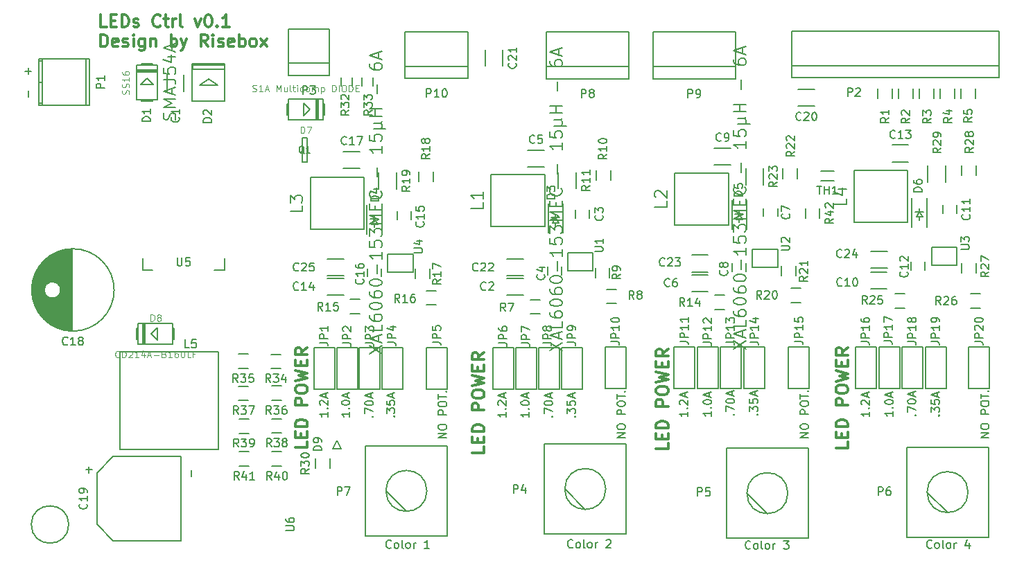
<source format=gto>
G04 #@! TF.FileFunction,Legend,Top*
%FSLAX46Y46*%
G04 Gerber Fmt 4.6, Leading zero omitted, Abs format (unit mm)*
G04 Created by KiCad (PCBNEW 4.0.2-stable) date 08/07/2016 18:20:32*
%MOMM*%
G01*
G04 APERTURE LIST*
%ADD10C,0.100000*%
%ADD11C,0.150000*%
%ADD12C,0.300000*%
%ADD13C,0.127000*%
%ADD14C,0.076200*%
G04 APERTURE END LIST*
D10*
D11*
X90676929Y-72882552D02*
X90676929Y-72120647D01*
X90294548Y-69683029D02*
X91056453Y-69683029D01*
X90675501Y-70063981D02*
X90675501Y-69302076D01*
D12*
X100256929Y-64300171D02*
X99542643Y-64300171D01*
X99542643Y-62800171D01*
X100756929Y-63514457D02*
X101256929Y-63514457D01*
X101471215Y-64300171D02*
X100756929Y-64300171D01*
X100756929Y-62800171D01*
X101471215Y-62800171D01*
X102114072Y-64300171D02*
X102114072Y-62800171D01*
X102471215Y-62800171D01*
X102685500Y-62871600D01*
X102828358Y-63014457D01*
X102899786Y-63157314D01*
X102971215Y-63443029D01*
X102971215Y-63657314D01*
X102899786Y-63943029D01*
X102828358Y-64085886D01*
X102685500Y-64228743D01*
X102471215Y-64300171D01*
X102114072Y-64300171D01*
X103542643Y-64228743D02*
X103685500Y-64300171D01*
X103971215Y-64300171D01*
X104114072Y-64228743D01*
X104185500Y-64085886D01*
X104185500Y-64014457D01*
X104114072Y-63871600D01*
X103971215Y-63800171D01*
X103756929Y-63800171D01*
X103614072Y-63728743D01*
X103542643Y-63585886D01*
X103542643Y-63514457D01*
X103614072Y-63371600D01*
X103756929Y-63300171D01*
X103971215Y-63300171D01*
X104114072Y-63371600D01*
X106828358Y-64157314D02*
X106756929Y-64228743D01*
X106542643Y-64300171D01*
X106399786Y-64300171D01*
X106185501Y-64228743D01*
X106042643Y-64085886D01*
X105971215Y-63943029D01*
X105899786Y-63657314D01*
X105899786Y-63443029D01*
X105971215Y-63157314D01*
X106042643Y-63014457D01*
X106185501Y-62871600D01*
X106399786Y-62800171D01*
X106542643Y-62800171D01*
X106756929Y-62871600D01*
X106828358Y-62943029D01*
X107256929Y-63300171D02*
X107828358Y-63300171D01*
X107471215Y-62800171D02*
X107471215Y-64085886D01*
X107542643Y-64228743D01*
X107685501Y-64300171D01*
X107828358Y-64300171D01*
X108328358Y-64300171D02*
X108328358Y-63300171D01*
X108328358Y-63585886D02*
X108399786Y-63443029D01*
X108471215Y-63371600D01*
X108614072Y-63300171D01*
X108756929Y-63300171D01*
X109471215Y-64300171D02*
X109328357Y-64228743D01*
X109256929Y-64085886D01*
X109256929Y-62800171D01*
X111042643Y-63300171D02*
X111399786Y-64300171D01*
X111756928Y-63300171D01*
X112614071Y-62800171D02*
X112756928Y-62800171D01*
X112899785Y-62871600D01*
X112971214Y-62943029D01*
X113042643Y-63085886D01*
X113114071Y-63371600D01*
X113114071Y-63728743D01*
X113042643Y-64014457D01*
X112971214Y-64157314D01*
X112899785Y-64228743D01*
X112756928Y-64300171D01*
X112614071Y-64300171D01*
X112471214Y-64228743D01*
X112399785Y-64157314D01*
X112328357Y-64014457D01*
X112256928Y-63728743D01*
X112256928Y-63371600D01*
X112328357Y-63085886D01*
X112399785Y-62943029D01*
X112471214Y-62871600D01*
X112614071Y-62800171D01*
X113756928Y-64157314D02*
X113828356Y-64228743D01*
X113756928Y-64300171D01*
X113685499Y-64228743D01*
X113756928Y-64157314D01*
X113756928Y-64300171D01*
X115256928Y-64300171D02*
X114399785Y-64300171D01*
X114828357Y-64300171D02*
X114828357Y-62800171D01*
X114685500Y-63014457D01*
X114542642Y-63157314D01*
X114399785Y-63228743D01*
X99542643Y-66700171D02*
X99542643Y-65200171D01*
X99899786Y-65200171D01*
X100114071Y-65271600D01*
X100256929Y-65414457D01*
X100328357Y-65557314D01*
X100399786Y-65843029D01*
X100399786Y-66057314D01*
X100328357Y-66343029D01*
X100256929Y-66485886D01*
X100114071Y-66628743D01*
X99899786Y-66700171D01*
X99542643Y-66700171D01*
X101614071Y-66628743D02*
X101471214Y-66700171D01*
X101185500Y-66700171D01*
X101042643Y-66628743D01*
X100971214Y-66485886D01*
X100971214Y-65914457D01*
X101042643Y-65771600D01*
X101185500Y-65700171D01*
X101471214Y-65700171D01*
X101614071Y-65771600D01*
X101685500Y-65914457D01*
X101685500Y-66057314D01*
X100971214Y-66200171D01*
X102256928Y-66628743D02*
X102399785Y-66700171D01*
X102685500Y-66700171D01*
X102828357Y-66628743D01*
X102899785Y-66485886D01*
X102899785Y-66414457D01*
X102828357Y-66271600D01*
X102685500Y-66200171D01*
X102471214Y-66200171D01*
X102328357Y-66128743D01*
X102256928Y-65985886D01*
X102256928Y-65914457D01*
X102328357Y-65771600D01*
X102471214Y-65700171D01*
X102685500Y-65700171D01*
X102828357Y-65771600D01*
X103542643Y-66700171D02*
X103542643Y-65700171D01*
X103542643Y-65200171D02*
X103471214Y-65271600D01*
X103542643Y-65343029D01*
X103614071Y-65271600D01*
X103542643Y-65200171D01*
X103542643Y-65343029D01*
X104899786Y-65700171D02*
X104899786Y-66914457D01*
X104828357Y-67057314D01*
X104756929Y-67128743D01*
X104614072Y-67200171D01*
X104399786Y-67200171D01*
X104256929Y-67128743D01*
X104899786Y-66628743D02*
X104756929Y-66700171D01*
X104471215Y-66700171D01*
X104328357Y-66628743D01*
X104256929Y-66557314D01*
X104185500Y-66414457D01*
X104185500Y-65985886D01*
X104256929Y-65843029D01*
X104328357Y-65771600D01*
X104471215Y-65700171D01*
X104756929Y-65700171D01*
X104899786Y-65771600D01*
X105614072Y-65700171D02*
X105614072Y-66700171D01*
X105614072Y-65843029D02*
X105685500Y-65771600D01*
X105828358Y-65700171D01*
X106042643Y-65700171D01*
X106185500Y-65771600D01*
X106256929Y-65914457D01*
X106256929Y-66700171D01*
X108114072Y-66700171D02*
X108114072Y-65200171D01*
X108114072Y-65771600D02*
X108256929Y-65700171D01*
X108542643Y-65700171D01*
X108685500Y-65771600D01*
X108756929Y-65843029D01*
X108828358Y-65985886D01*
X108828358Y-66414457D01*
X108756929Y-66557314D01*
X108685500Y-66628743D01*
X108542643Y-66700171D01*
X108256929Y-66700171D01*
X108114072Y-66628743D01*
X109328358Y-65700171D02*
X109685501Y-66700171D01*
X110042643Y-65700171D02*
X109685501Y-66700171D01*
X109542643Y-67057314D01*
X109471215Y-67128743D01*
X109328358Y-67200171D01*
X112614072Y-66700171D02*
X112114072Y-65985886D01*
X111756929Y-66700171D02*
X111756929Y-65200171D01*
X112328357Y-65200171D01*
X112471215Y-65271600D01*
X112542643Y-65343029D01*
X112614072Y-65485886D01*
X112614072Y-65700171D01*
X112542643Y-65843029D01*
X112471215Y-65914457D01*
X112328357Y-65985886D01*
X111756929Y-65985886D01*
X113256929Y-66700171D02*
X113256929Y-65700171D01*
X113256929Y-65200171D02*
X113185500Y-65271600D01*
X113256929Y-65343029D01*
X113328357Y-65271600D01*
X113256929Y-65200171D01*
X113256929Y-65343029D01*
X113899786Y-66628743D02*
X114042643Y-66700171D01*
X114328358Y-66700171D01*
X114471215Y-66628743D01*
X114542643Y-66485886D01*
X114542643Y-66414457D01*
X114471215Y-66271600D01*
X114328358Y-66200171D01*
X114114072Y-66200171D01*
X113971215Y-66128743D01*
X113899786Y-65985886D01*
X113899786Y-65914457D01*
X113971215Y-65771600D01*
X114114072Y-65700171D01*
X114328358Y-65700171D01*
X114471215Y-65771600D01*
X115756929Y-66628743D02*
X115614072Y-66700171D01*
X115328358Y-66700171D01*
X115185501Y-66628743D01*
X115114072Y-66485886D01*
X115114072Y-65914457D01*
X115185501Y-65771600D01*
X115328358Y-65700171D01*
X115614072Y-65700171D01*
X115756929Y-65771600D01*
X115828358Y-65914457D01*
X115828358Y-66057314D01*
X115114072Y-66200171D01*
X116471215Y-66700171D02*
X116471215Y-65200171D01*
X116471215Y-65771600D02*
X116614072Y-65700171D01*
X116899786Y-65700171D01*
X117042643Y-65771600D01*
X117114072Y-65843029D01*
X117185501Y-65985886D01*
X117185501Y-66414457D01*
X117114072Y-66557314D01*
X117042643Y-66628743D01*
X116899786Y-66700171D01*
X116614072Y-66700171D01*
X116471215Y-66628743D01*
X118042644Y-66700171D02*
X117899786Y-66628743D01*
X117828358Y-66557314D01*
X117756929Y-66414457D01*
X117756929Y-65985886D01*
X117828358Y-65843029D01*
X117899786Y-65771600D01*
X118042644Y-65700171D01*
X118256929Y-65700171D01*
X118399786Y-65771600D01*
X118471215Y-65843029D01*
X118542644Y-65985886D01*
X118542644Y-66414457D01*
X118471215Y-66557314D01*
X118399786Y-66628743D01*
X118256929Y-66700171D01*
X118042644Y-66700171D01*
X119042644Y-66700171D02*
X119828358Y-65700171D01*
X119042644Y-65700171D02*
X119828358Y-66700171D01*
D11*
X201021690Y-127928743D02*
X200974071Y-127976362D01*
X200831214Y-128023981D01*
X200735976Y-128023981D01*
X200593118Y-127976362D01*
X200497880Y-127881124D01*
X200450261Y-127785886D01*
X200402642Y-127595410D01*
X200402642Y-127452552D01*
X200450261Y-127262076D01*
X200497880Y-127166838D01*
X200593118Y-127071600D01*
X200735976Y-127023981D01*
X200831214Y-127023981D01*
X200974071Y-127071600D01*
X201021690Y-127119219D01*
X201593118Y-128023981D02*
X201497880Y-127976362D01*
X201450261Y-127928743D01*
X201402642Y-127833505D01*
X201402642Y-127547790D01*
X201450261Y-127452552D01*
X201497880Y-127404933D01*
X201593118Y-127357314D01*
X201735976Y-127357314D01*
X201831214Y-127404933D01*
X201878833Y-127452552D01*
X201926452Y-127547790D01*
X201926452Y-127833505D01*
X201878833Y-127928743D01*
X201831214Y-127976362D01*
X201735976Y-128023981D01*
X201593118Y-128023981D01*
X202497880Y-128023981D02*
X202402642Y-127976362D01*
X202355023Y-127881124D01*
X202355023Y-127023981D01*
X203021690Y-128023981D02*
X202926452Y-127976362D01*
X202878833Y-127928743D01*
X202831214Y-127833505D01*
X202831214Y-127547790D01*
X202878833Y-127452552D01*
X202926452Y-127404933D01*
X203021690Y-127357314D01*
X203164548Y-127357314D01*
X203259786Y-127404933D01*
X203307405Y-127452552D01*
X203355024Y-127547790D01*
X203355024Y-127833505D01*
X203307405Y-127928743D01*
X203259786Y-127976362D01*
X203164548Y-128023981D01*
X203021690Y-128023981D01*
X203783595Y-128023981D02*
X203783595Y-127357314D01*
X203783595Y-127547790D02*
X203831214Y-127452552D01*
X203878833Y-127404933D01*
X203974071Y-127357314D01*
X204069310Y-127357314D01*
X205593120Y-127357314D02*
X205593120Y-128023981D01*
X205355024Y-126976362D02*
X205116929Y-127690648D01*
X205735977Y-127690648D01*
X178891690Y-128018743D02*
X178844071Y-128066362D01*
X178701214Y-128113981D01*
X178605976Y-128113981D01*
X178463118Y-128066362D01*
X178367880Y-127971124D01*
X178320261Y-127875886D01*
X178272642Y-127685410D01*
X178272642Y-127542552D01*
X178320261Y-127352076D01*
X178367880Y-127256838D01*
X178463118Y-127161600D01*
X178605976Y-127113981D01*
X178701214Y-127113981D01*
X178844071Y-127161600D01*
X178891690Y-127209219D01*
X179463118Y-128113981D02*
X179367880Y-128066362D01*
X179320261Y-128018743D01*
X179272642Y-127923505D01*
X179272642Y-127637790D01*
X179320261Y-127542552D01*
X179367880Y-127494933D01*
X179463118Y-127447314D01*
X179605976Y-127447314D01*
X179701214Y-127494933D01*
X179748833Y-127542552D01*
X179796452Y-127637790D01*
X179796452Y-127923505D01*
X179748833Y-128018743D01*
X179701214Y-128066362D01*
X179605976Y-128113981D01*
X179463118Y-128113981D01*
X180367880Y-128113981D02*
X180272642Y-128066362D01*
X180225023Y-127971124D01*
X180225023Y-127113981D01*
X180891690Y-128113981D02*
X180796452Y-128066362D01*
X180748833Y-128018743D01*
X180701214Y-127923505D01*
X180701214Y-127637790D01*
X180748833Y-127542552D01*
X180796452Y-127494933D01*
X180891690Y-127447314D01*
X181034548Y-127447314D01*
X181129786Y-127494933D01*
X181177405Y-127542552D01*
X181225024Y-127637790D01*
X181225024Y-127923505D01*
X181177405Y-128018743D01*
X181129786Y-128066362D01*
X181034548Y-128113981D01*
X180891690Y-128113981D01*
X181653595Y-128113981D02*
X181653595Y-127447314D01*
X181653595Y-127637790D02*
X181701214Y-127542552D01*
X181748833Y-127494933D01*
X181844071Y-127447314D01*
X181939310Y-127447314D01*
X182939310Y-127113981D02*
X183558358Y-127113981D01*
X183225024Y-127494933D01*
X183367882Y-127494933D01*
X183463120Y-127542552D01*
X183510739Y-127590171D01*
X183558358Y-127685410D01*
X183558358Y-127923505D01*
X183510739Y-128018743D01*
X183463120Y-128066362D01*
X183367882Y-128113981D01*
X183082167Y-128113981D01*
X182986929Y-128066362D01*
X182939310Y-128018743D01*
X157181690Y-127878743D02*
X157134071Y-127926362D01*
X156991214Y-127973981D01*
X156895976Y-127973981D01*
X156753118Y-127926362D01*
X156657880Y-127831124D01*
X156610261Y-127735886D01*
X156562642Y-127545410D01*
X156562642Y-127402552D01*
X156610261Y-127212076D01*
X156657880Y-127116838D01*
X156753118Y-127021600D01*
X156895976Y-126973981D01*
X156991214Y-126973981D01*
X157134071Y-127021600D01*
X157181690Y-127069219D01*
X157753118Y-127973981D02*
X157657880Y-127926362D01*
X157610261Y-127878743D01*
X157562642Y-127783505D01*
X157562642Y-127497790D01*
X157610261Y-127402552D01*
X157657880Y-127354933D01*
X157753118Y-127307314D01*
X157895976Y-127307314D01*
X157991214Y-127354933D01*
X158038833Y-127402552D01*
X158086452Y-127497790D01*
X158086452Y-127783505D01*
X158038833Y-127878743D01*
X157991214Y-127926362D01*
X157895976Y-127973981D01*
X157753118Y-127973981D01*
X158657880Y-127973981D02*
X158562642Y-127926362D01*
X158515023Y-127831124D01*
X158515023Y-126973981D01*
X159181690Y-127973981D02*
X159086452Y-127926362D01*
X159038833Y-127878743D01*
X158991214Y-127783505D01*
X158991214Y-127497790D01*
X159038833Y-127402552D01*
X159086452Y-127354933D01*
X159181690Y-127307314D01*
X159324548Y-127307314D01*
X159419786Y-127354933D01*
X159467405Y-127402552D01*
X159515024Y-127497790D01*
X159515024Y-127783505D01*
X159467405Y-127878743D01*
X159419786Y-127926362D01*
X159324548Y-127973981D01*
X159181690Y-127973981D01*
X159943595Y-127973981D02*
X159943595Y-127307314D01*
X159943595Y-127497790D02*
X159991214Y-127402552D01*
X160038833Y-127354933D01*
X160134071Y-127307314D01*
X160229310Y-127307314D01*
X161276929Y-127069219D02*
X161324548Y-127021600D01*
X161419786Y-126973981D01*
X161657882Y-126973981D01*
X161753120Y-127021600D01*
X161800739Y-127069219D01*
X161848358Y-127164457D01*
X161848358Y-127259695D01*
X161800739Y-127402552D01*
X161229310Y-127973981D01*
X161848358Y-127973981D01*
X135000738Y-127928743D02*
X134953119Y-127976362D01*
X134810262Y-128023981D01*
X134715024Y-128023981D01*
X134572166Y-127976362D01*
X134476928Y-127881124D01*
X134429309Y-127785886D01*
X134381690Y-127595410D01*
X134381690Y-127452552D01*
X134429309Y-127262076D01*
X134476928Y-127166838D01*
X134572166Y-127071600D01*
X134715024Y-127023981D01*
X134810262Y-127023981D01*
X134953119Y-127071600D01*
X135000738Y-127119219D01*
X135572166Y-128023981D02*
X135476928Y-127976362D01*
X135429309Y-127928743D01*
X135381690Y-127833505D01*
X135381690Y-127547790D01*
X135429309Y-127452552D01*
X135476928Y-127404933D01*
X135572166Y-127357314D01*
X135715024Y-127357314D01*
X135810262Y-127404933D01*
X135857881Y-127452552D01*
X135905500Y-127547790D01*
X135905500Y-127833505D01*
X135857881Y-127928743D01*
X135810262Y-127976362D01*
X135715024Y-128023981D01*
X135572166Y-128023981D01*
X136476928Y-128023981D02*
X136381690Y-127976362D01*
X136334071Y-127881124D01*
X136334071Y-127023981D01*
X137000738Y-128023981D02*
X136905500Y-127976362D01*
X136857881Y-127928743D01*
X136810262Y-127833505D01*
X136810262Y-127547790D01*
X136857881Y-127452552D01*
X136905500Y-127404933D01*
X137000738Y-127357314D01*
X137143596Y-127357314D01*
X137238834Y-127404933D01*
X137286453Y-127452552D01*
X137334072Y-127547790D01*
X137334072Y-127833505D01*
X137286453Y-127928743D01*
X137238834Y-127976362D01*
X137143596Y-128023981D01*
X137000738Y-128023981D01*
X137762643Y-128023981D02*
X137762643Y-127357314D01*
X137762643Y-127547790D02*
X137810262Y-127452552D01*
X137857881Y-127404933D01*
X137953119Y-127357314D01*
X138048358Y-127357314D01*
X139667406Y-128023981D02*
X139095977Y-128023981D01*
X139381691Y-128023981D02*
X139381691Y-127023981D01*
X139286453Y-127166838D01*
X139191215Y-127262076D01*
X139095977Y-127309695D01*
X193407881Y-111328742D02*
X193407881Y-111900171D01*
X193407881Y-111614457D02*
X192407881Y-111614457D01*
X192550738Y-111709695D01*
X192645976Y-111804933D01*
X192693595Y-111900171D01*
X193312643Y-110900171D02*
X193360262Y-110852552D01*
X193407881Y-110900171D01*
X193360262Y-110947790D01*
X193312643Y-110900171D01*
X193407881Y-110900171D01*
X192503119Y-110471600D02*
X192455500Y-110423981D01*
X192407881Y-110328743D01*
X192407881Y-110090647D01*
X192455500Y-109995409D01*
X192503119Y-109947790D01*
X192598357Y-109900171D01*
X192693595Y-109900171D01*
X192836452Y-109947790D01*
X193407881Y-110519219D01*
X193407881Y-109900171D01*
X193122167Y-109519219D02*
X193122167Y-109043028D01*
X193407881Y-109614457D02*
X192407881Y-109281124D01*
X193407881Y-108947790D01*
X196307881Y-111278742D02*
X196307881Y-111850171D01*
X196307881Y-111564457D02*
X195307881Y-111564457D01*
X195450738Y-111659695D01*
X195545976Y-111754933D01*
X195593595Y-111850171D01*
X196212643Y-110850171D02*
X196260262Y-110802552D01*
X196307881Y-110850171D01*
X196260262Y-110897790D01*
X196212643Y-110850171D01*
X196307881Y-110850171D01*
X195307881Y-110183505D02*
X195307881Y-110088266D01*
X195355500Y-109993028D01*
X195403119Y-109945409D01*
X195498357Y-109897790D01*
X195688833Y-109850171D01*
X195926929Y-109850171D01*
X196117405Y-109897790D01*
X196212643Y-109945409D01*
X196260262Y-109993028D01*
X196307881Y-110088266D01*
X196307881Y-110183505D01*
X196260262Y-110278743D01*
X196212643Y-110326362D01*
X196117405Y-110373981D01*
X195926929Y-110421600D01*
X195688833Y-110421600D01*
X195498357Y-110373981D01*
X195403119Y-110326362D01*
X195355500Y-110278743D01*
X195307881Y-110183505D01*
X196022167Y-109469219D02*
X196022167Y-108993028D01*
X196307881Y-109564457D02*
X195307881Y-109231124D01*
X196307881Y-108897790D01*
X198972643Y-111752552D02*
X199020262Y-111704933D01*
X199067881Y-111752552D01*
X199020262Y-111800171D01*
X198972643Y-111752552D01*
X199067881Y-111752552D01*
X198067881Y-111371600D02*
X198067881Y-110704933D01*
X199067881Y-111133505D01*
X198067881Y-110133505D02*
X198067881Y-110038266D01*
X198115500Y-109943028D01*
X198163119Y-109895409D01*
X198258357Y-109847790D01*
X198448833Y-109800171D01*
X198686929Y-109800171D01*
X198877405Y-109847790D01*
X198972643Y-109895409D01*
X199020262Y-109943028D01*
X199067881Y-110038266D01*
X199067881Y-110133505D01*
X199020262Y-110228743D01*
X198972643Y-110276362D01*
X198877405Y-110323981D01*
X198686929Y-110371600D01*
X198448833Y-110371600D01*
X198258357Y-110323981D01*
X198163119Y-110276362D01*
X198115500Y-110228743D01*
X198067881Y-110133505D01*
X198782167Y-109419219D02*
X198782167Y-108943028D01*
X199067881Y-109514457D02*
X198067881Y-109181124D01*
X199067881Y-108847790D01*
X201872643Y-111792552D02*
X201920262Y-111744933D01*
X201967881Y-111792552D01*
X201920262Y-111840171D01*
X201872643Y-111792552D01*
X201967881Y-111792552D01*
X200967881Y-111411600D02*
X200967881Y-110792552D01*
X201348833Y-111125886D01*
X201348833Y-110983028D01*
X201396452Y-110887790D01*
X201444071Y-110840171D01*
X201539310Y-110792552D01*
X201777405Y-110792552D01*
X201872643Y-110840171D01*
X201920262Y-110887790D01*
X201967881Y-110983028D01*
X201967881Y-111268743D01*
X201920262Y-111363981D01*
X201872643Y-111411600D01*
X200967881Y-109887790D02*
X200967881Y-110363981D01*
X201444071Y-110411600D01*
X201396452Y-110363981D01*
X201348833Y-110268743D01*
X201348833Y-110030647D01*
X201396452Y-109935409D01*
X201444071Y-109887790D01*
X201539310Y-109840171D01*
X201777405Y-109840171D01*
X201872643Y-109887790D01*
X201920262Y-109935409D01*
X201967881Y-110030647D01*
X201967881Y-110268743D01*
X201920262Y-110363981D01*
X201872643Y-110411600D01*
X201682167Y-109459219D02*
X201682167Y-108983028D01*
X201967881Y-109554457D02*
X200967881Y-109221124D01*
X201967881Y-108887790D01*
X208017881Y-114464933D02*
X207017881Y-114464933D01*
X208017881Y-113893504D01*
X207017881Y-113893504D01*
X207017881Y-113226838D02*
X207017881Y-113036361D01*
X207065500Y-112941123D01*
X207160738Y-112845885D01*
X207351214Y-112798266D01*
X207684548Y-112798266D01*
X207875024Y-112845885D01*
X207970262Y-112941123D01*
X208017881Y-113036361D01*
X208017881Y-113226838D01*
X207970262Y-113322076D01*
X207875024Y-113417314D01*
X207684548Y-113464933D01*
X207351214Y-113464933D01*
X207160738Y-113417314D01*
X207065500Y-113322076D01*
X207017881Y-113226838D01*
X208017881Y-111607790D02*
X207017881Y-111607790D01*
X207017881Y-111226837D01*
X207065500Y-111131599D01*
X207113119Y-111083980D01*
X207208357Y-111036361D01*
X207351214Y-111036361D01*
X207446452Y-111083980D01*
X207494071Y-111131599D01*
X207541690Y-111226837D01*
X207541690Y-111607790D01*
X207017881Y-110417314D02*
X207017881Y-110226837D01*
X207065500Y-110131599D01*
X207160738Y-110036361D01*
X207351214Y-109988742D01*
X207684548Y-109988742D01*
X207875024Y-110036361D01*
X207970262Y-110131599D01*
X208017881Y-110226837D01*
X208017881Y-110417314D01*
X207970262Y-110512552D01*
X207875024Y-110607790D01*
X207684548Y-110655409D01*
X207351214Y-110655409D01*
X207160738Y-110607790D01*
X207065500Y-110512552D01*
X207017881Y-110417314D01*
X207017881Y-109703028D02*
X207017881Y-109131599D01*
X208017881Y-109417314D02*
X207017881Y-109417314D01*
X207922643Y-108798266D02*
X207970262Y-108750647D01*
X208017881Y-108798266D01*
X207970262Y-108845885D01*
X207922643Y-108798266D01*
X208017881Y-108798266D01*
X179672643Y-111692552D02*
X179720262Y-111644933D01*
X179767881Y-111692552D01*
X179720262Y-111740171D01*
X179672643Y-111692552D01*
X179767881Y-111692552D01*
X178767881Y-111311600D02*
X178767881Y-110692552D01*
X179148833Y-111025886D01*
X179148833Y-110883028D01*
X179196452Y-110787790D01*
X179244071Y-110740171D01*
X179339310Y-110692552D01*
X179577405Y-110692552D01*
X179672643Y-110740171D01*
X179720262Y-110787790D01*
X179767881Y-110883028D01*
X179767881Y-111168743D01*
X179720262Y-111263981D01*
X179672643Y-111311600D01*
X178767881Y-109787790D02*
X178767881Y-110263981D01*
X179244071Y-110311600D01*
X179196452Y-110263981D01*
X179148833Y-110168743D01*
X179148833Y-109930647D01*
X179196452Y-109835409D01*
X179244071Y-109787790D01*
X179339310Y-109740171D01*
X179577405Y-109740171D01*
X179672643Y-109787790D01*
X179720262Y-109835409D01*
X179767881Y-109930647D01*
X179767881Y-110168743D01*
X179720262Y-110263981D01*
X179672643Y-110311600D01*
X179482167Y-109359219D02*
X179482167Y-108883028D01*
X179767881Y-109454457D02*
X178767881Y-109121124D01*
X179767881Y-108787790D01*
X176822643Y-111692552D02*
X176870262Y-111644933D01*
X176917881Y-111692552D01*
X176870262Y-111740171D01*
X176822643Y-111692552D01*
X176917881Y-111692552D01*
X175917881Y-111311600D02*
X175917881Y-110644933D01*
X176917881Y-111073505D01*
X175917881Y-110073505D02*
X175917881Y-109978266D01*
X175965500Y-109883028D01*
X176013119Y-109835409D01*
X176108357Y-109787790D01*
X176298833Y-109740171D01*
X176536929Y-109740171D01*
X176727405Y-109787790D01*
X176822643Y-109835409D01*
X176870262Y-109883028D01*
X176917881Y-109978266D01*
X176917881Y-110073505D01*
X176870262Y-110168743D01*
X176822643Y-110216362D01*
X176727405Y-110263981D01*
X176536929Y-110311600D01*
X176298833Y-110311600D01*
X176108357Y-110263981D01*
X176013119Y-110216362D01*
X175965500Y-110168743D01*
X175917881Y-110073505D01*
X176632167Y-109359219D02*
X176632167Y-108883028D01*
X176917881Y-109454457D02*
X175917881Y-109121124D01*
X176917881Y-108787790D01*
X174127881Y-111278742D02*
X174127881Y-111850171D01*
X174127881Y-111564457D02*
X173127881Y-111564457D01*
X173270738Y-111659695D01*
X173365976Y-111754933D01*
X173413595Y-111850171D01*
X174032643Y-110850171D02*
X174080262Y-110802552D01*
X174127881Y-110850171D01*
X174080262Y-110897790D01*
X174032643Y-110850171D01*
X174127881Y-110850171D01*
X173127881Y-110183505D02*
X173127881Y-110088266D01*
X173175500Y-109993028D01*
X173223119Y-109945409D01*
X173318357Y-109897790D01*
X173508833Y-109850171D01*
X173746929Y-109850171D01*
X173937405Y-109897790D01*
X174032643Y-109945409D01*
X174080262Y-109993028D01*
X174127881Y-110088266D01*
X174127881Y-110183505D01*
X174080262Y-110278743D01*
X174032643Y-110326362D01*
X173937405Y-110373981D01*
X173746929Y-110421600D01*
X173508833Y-110421600D01*
X173318357Y-110373981D01*
X173223119Y-110326362D01*
X173175500Y-110278743D01*
X173127881Y-110183505D01*
X173842167Y-109469219D02*
X173842167Y-108993028D01*
X174127881Y-109564457D02*
X173127881Y-109231124D01*
X174127881Y-108897790D01*
X171217881Y-111328742D02*
X171217881Y-111900171D01*
X171217881Y-111614457D02*
X170217881Y-111614457D01*
X170360738Y-111709695D01*
X170455976Y-111804933D01*
X170503595Y-111900171D01*
X171122643Y-110900171D02*
X171170262Y-110852552D01*
X171217881Y-110900171D01*
X171170262Y-110947790D01*
X171122643Y-110900171D01*
X171217881Y-110900171D01*
X170313119Y-110471600D02*
X170265500Y-110423981D01*
X170217881Y-110328743D01*
X170217881Y-110090647D01*
X170265500Y-109995409D01*
X170313119Y-109947790D01*
X170408357Y-109900171D01*
X170503595Y-109900171D01*
X170646452Y-109947790D01*
X171217881Y-110519219D01*
X171217881Y-109900171D01*
X170932167Y-109519219D02*
X170932167Y-109043028D01*
X171217881Y-109614457D02*
X170217881Y-109281124D01*
X171217881Y-108947790D01*
X185977881Y-114484933D02*
X184977881Y-114484933D01*
X185977881Y-113913504D01*
X184977881Y-113913504D01*
X184977881Y-113246838D02*
X184977881Y-113056361D01*
X185025500Y-112961123D01*
X185120738Y-112865885D01*
X185311214Y-112818266D01*
X185644548Y-112818266D01*
X185835024Y-112865885D01*
X185930262Y-112961123D01*
X185977881Y-113056361D01*
X185977881Y-113246838D01*
X185930262Y-113342076D01*
X185835024Y-113437314D01*
X185644548Y-113484933D01*
X185311214Y-113484933D01*
X185120738Y-113437314D01*
X185025500Y-113342076D01*
X184977881Y-113246838D01*
X185977881Y-111627790D02*
X184977881Y-111627790D01*
X184977881Y-111246837D01*
X185025500Y-111151599D01*
X185073119Y-111103980D01*
X185168357Y-111056361D01*
X185311214Y-111056361D01*
X185406452Y-111103980D01*
X185454071Y-111151599D01*
X185501690Y-111246837D01*
X185501690Y-111627790D01*
X184977881Y-110437314D02*
X184977881Y-110246837D01*
X185025500Y-110151599D01*
X185120738Y-110056361D01*
X185311214Y-110008742D01*
X185644548Y-110008742D01*
X185835024Y-110056361D01*
X185930262Y-110151599D01*
X185977881Y-110246837D01*
X185977881Y-110437314D01*
X185930262Y-110532552D01*
X185835024Y-110627790D01*
X185644548Y-110675409D01*
X185311214Y-110675409D01*
X185120738Y-110627790D01*
X185025500Y-110532552D01*
X184977881Y-110437314D01*
X184977881Y-109723028D02*
X184977881Y-109151599D01*
X185977881Y-109437314D02*
X184977881Y-109437314D01*
X185882643Y-108818266D02*
X185930262Y-108770647D01*
X185977881Y-108818266D01*
X185930262Y-108865885D01*
X185882643Y-108818266D01*
X185977881Y-108818266D01*
X141777881Y-114534933D02*
X140777881Y-114534933D01*
X141777881Y-113963504D01*
X140777881Y-113963504D01*
X140777881Y-113296838D02*
X140777881Y-113106361D01*
X140825500Y-113011123D01*
X140920738Y-112915885D01*
X141111214Y-112868266D01*
X141444548Y-112868266D01*
X141635024Y-112915885D01*
X141730262Y-113011123D01*
X141777881Y-113106361D01*
X141777881Y-113296838D01*
X141730262Y-113392076D01*
X141635024Y-113487314D01*
X141444548Y-113534933D01*
X141111214Y-113534933D01*
X140920738Y-113487314D01*
X140825500Y-113392076D01*
X140777881Y-113296838D01*
X141777881Y-111677790D02*
X140777881Y-111677790D01*
X140777881Y-111296837D01*
X140825500Y-111201599D01*
X140873119Y-111153980D01*
X140968357Y-111106361D01*
X141111214Y-111106361D01*
X141206452Y-111153980D01*
X141254071Y-111201599D01*
X141301690Y-111296837D01*
X141301690Y-111677790D01*
X140777881Y-110487314D02*
X140777881Y-110296837D01*
X140825500Y-110201599D01*
X140920738Y-110106361D01*
X141111214Y-110058742D01*
X141444548Y-110058742D01*
X141635024Y-110106361D01*
X141730262Y-110201599D01*
X141777881Y-110296837D01*
X141777881Y-110487314D01*
X141730262Y-110582552D01*
X141635024Y-110677790D01*
X141444548Y-110725409D01*
X141111214Y-110725409D01*
X140920738Y-110677790D01*
X140825500Y-110582552D01*
X140777881Y-110487314D01*
X140777881Y-109773028D02*
X140777881Y-109201599D01*
X141777881Y-109487314D02*
X140777881Y-109487314D01*
X141682643Y-108868266D02*
X141730262Y-108820647D01*
X141777881Y-108868266D01*
X141730262Y-108915885D01*
X141682643Y-108868266D01*
X141777881Y-108868266D01*
X135362643Y-111882552D02*
X135410262Y-111834933D01*
X135457881Y-111882552D01*
X135410262Y-111930171D01*
X135362643Y-111882552D01*
X135457881Y-111882552D01*
X134457881Y-111501600D02*
X134457881Y-110882552D01*
X134838833Y-111215886D01*
X134838833Y-111073028D01*
X134886452Y-110977790D01*
X134934071Y-110930171D01*
X135029310Y-110882552D01*
X135267405Y-110882552D01*
X135362643Y-110930171D01*
X135410262Y-110977790D01*
X135457881Y-111073028D01*
X135457881Y-111358743D01*
X135410262Y-111453981D01*
X135362643Y-111501600D01*
X134457881Y-109977790D02*
X134457881Y-110453981D01*
X134934071Y-110501600D01*
X134886452Y-110453981D01*
X134838833Y-110358743D01*
X134838833Y-110120647D01*
X134886452Y-110025409D01*
X134934071Y-109977790D01*
X135029310Y-109930171D01*
X135267405Y-109930171D01*
X135362643Y-109977790D01*
X135410262Y-110025409D01*
X135457881Y-110120647D01*
X135457881Y-110358743D01*
X135410262Y-110453981D01*
X135362643Y-110501600D01*
X135172167Y-109549219D02*
X135172167Y-109073028D01*
X135457881Y-109644457D02*
X134457881Y-109311124D01*
X135457881Y-108977790D01*
X132712643Y-111942552D02*
X132760262Y-111894933D01*
X132807881Y-111942552D01*
X132760262Y-111990171D01*
X132712643Y-111942552D01*
X132807881Y-111942552D01*
X131807881Y-111561600D02*
X131807881Y-110894933D01*
X132807881Y-111323505D01*
X131807881Y-110323505D02*
X131807881Y-110228266D01*
X131855500Y-110133028D01*
X131903119Y-110085409D01*
X131998357Y-110037790D01*
X132188833Y-109990171D01*
X132426929Y-109990171D01*
X132617405Y-110037790D01*
X132712643Y-110085409D01*
X132760262Y-110133028D01*
X132807881Y-110228266D01*
X132807881Y-110323505D01*
X132760262Y-110418743D01*
X132712643Y-110466362D01*
X132617405Y-110513981D01*
X132426929Y-110561600D01*
X132188833Y-110561600D01*
X131998357Y-110513981D01*
X131903119Y-110466362D01*
X131855500Y-110418743D01*
X131807881Y-110323505D01*
X132522167Y-109609219D02*
X132522167Y-109133028D01*
X132807881Y-109704457D02*
X131807881Y-109371124D01*
X132807881Y-109037790D01*
X129947881Y-111358742D02*
X129947881Y-111930171D01*
X129947881Y-111644457D02*
X128947881Y-111644457D01*
X129090738Y-111739695D01*
X129185976Y-111834933D01*
X129233595Y-111930171D01*
X129852643Y-110930171D02*
X129900262Y-110882552D01*
X129947881Y-110930171D01*
X129900262Y-110977790D01*
X129852643Y-110930171D01*
X129947881Y-110930171D01*
X128947881Y-110263505D02*
X128947881Y-110168266D01*
X128995500Y-110073028D01*
X129043119Y-110025409D01*
X129138357Y-109977790D01*
X129328833Y-109930171D01*
X129566929Y-109930171D01*
X129757405Y-109977790D01*
X129852643Y-110025409D01*
X129900262Y-110073028D01*
X129947881Y-110168266D01*
X129947881Y-110263505D01*
X129900262Y-110358743D01*
X129852643Y-110406362D01*
X129757405Y-110453981D01*
X129566929Y-110501600D01*
X129328833Y-110501600D01*
X129138357Y-110453981D01*
X129043119Y-110406362D01*
X128995500Y-110358743D01*
X128947881Y-110263505D01*
X129662167Y-109549219D02*
X129662167Y-109073028D01*
X129947881Y-109644457D02*
X128947881Y-109311124D01*
X129947881Y-108977790D01*
X127277881Y-111358742D02*
X127277881Y-111930171D01*
X127277881Y-111644457D02*
X126277881Y-111644457D01*
X126420738Y-111739695D01*
X126515976Y-111834933D01*
X126563595Y-111930171D01*
X127182643Y-110930171D02*
X127230262Y-110882552D01*
X127277881Y-110930171D01*
X127230262Y-110977790D01*
X127182643Y-110930171D01*
X127277881Y-110930171D01*
X126373119Y-110501600D02*
X126325500Y-110453981D01*
X126277881Y-110358743D01*
X126277881Y-110120647D01*
X126325500Y-110025409D01*
X126373119Y-109977790D01*
X126468357Y-109930171D01*
X126563595Y-109930171D01*
X126706452Y-109977790D01*
X127277881Y-110549219D01*
X127277881Y-109930171D01*
X126992167Y-109549219D02*
X126992167Y-109073028D01*
X127277881Y-109644457D02*
X126277881Y-109311124D01*
X127277881Y-108977790D01*
X163597881Y-114504933D02*
X162597881Y-114504933D01*
X163597881Y-113933504D01*
X162597881Y-113933504D01*
X162597881Y-113266838D02*
X162597881Y-113076361D01*
X162645500Y-112981123D01*
X162740738Y-112885885D01*
X162931214Y-112838266D01*
X163264548Y-112838266D01*
X163455024Y-112885885D01*
X163550262Y-112981123D01*
X163597881Y-113076361D01*
X163597881Y-113266838D01*
X163550262Y-113362076D01*
X163455024Y-113457314D01*
X163264548Y-113504933D01*
X162931214Y-113504933D01*
X162740738Y-113457314D01*
X162645500Y-113362076D01*
X162597881Y-113266838D01*
X163597881Y-111647790D02*
X162597881Y-111647790D01*
X162597881Y-111266837D01*
X162645500Y-111171599D01*
X162693119Y-111123980D01*
X162788357Y-111076361D01*
X162931214Y-111076361D01*
X163026452Y-111123980D01*
X163074071Y-111171599D01*
X163121690Y-111266837D01*
X163121690Y-111647790D01*
X162597881Y-110457314D02*
X162597881Y-110266837D01*
X162645500Y-110171599D01*
X162740738Y-110076361D01*
X162931214Y-110028742D01*
X163264548Y-110028742D01*
X163455024Y-110076361D01*
X163550262Y-110171599D01*
X163597881Y-110266837D01*
X163597881Y-110457314D01*
X163550262Y-110552552D01*
X163455024Y-110647790D01*
X163264548Y-110695409D01*
X162931214Y-110695409D01*
X162740738Y-110647790D01*
X162645500Y-110552552D01*
X162597881Y-110457314D01*
X162597881Y-109743028D02*
X162597881Y-109171599D01*
X163597881Y-109457314D02*
X162597881Y-109457314D01*
X163502643Y-108838266D02*
X163550262Y-108790647D01*
X163597881Y-108838266D01*
X163550262Y-108885885D01*
X163502643Y-108838266D01*
X163597881Y-108838266D01*
X157402643Y-111942552D02*
X157450262Y-111894933D01*
X157497881Y-111942552D01*
X157450262Y-111990171D01*
X157402643Y-111942552D01*
X157497881Y-111942552D01*
X156497881Y-111561600D02*
X156497881Y-110942552D01*
X156878833Y-111275886D01*
X156878833Y-111133028D01*
X156926452Y-111037790D01*
X156974071Y-110990171D01*
X157069310Y-110942552D01*
X157307405Y-110942552D01*
X157402643Y-110990171D01*
X157450262Y-111037790D01*
X157497881Y-111133028D01*
X157497881Y-111418743D01*
X157450262Y-111513981D01*
X157402643Y-111561600D01*
X156497881Y-110037790D02*
X156497881Y-110513981D01*
X156974071Y-110561600D01*
X156926452Y-110513981D01*
X156878833Y-110418743D01*
X156878833Y-110180647D01*
X156926452Y-110085409D01*
X156974071Y-110037790D01*
X157069310Y-109990171D01*
X157307405Y-109990171D01*
X157402643Y-110037790D01*
X157450262Y-110085409D01*
X157497881Y-110180647D01*
X157497881Y-110418743D01*
X157450262Y-110513981D01*
X157402643Y-110561600D01*
X157212167Y-109609219D02*
X157212167Y-109133028D01*
X157497881Y-109704457D02*
X156497881Y-109371124D01*
X157497881Y-109037790D01*
X154622643Y-111942552D02*
X154670262Y-111894933D01*
X154717881Y-111942552D01*
X154670262Y-111990171D01*
X154622643Y-111942552D01*
X154717881Y-111942552D01*
X153717881Y-111561600D02*
X153717881Y-110894933D01*
X154717881Y-111323505D01*
X153717881Y-110323505D02*
X153717881Y-110228266D01*
X153765500Y-110133028D01*
X153813119Y-110085409D01*
X153908357Y-110037790D01*
X154098833Y-109990171D01*
X154336929Y-109990171D01*
X154527405Y-110037790D01*
X154622643Y-110085409D01*
X154670262Y-110133028D01*
X154717881Y-110228266D01*
X154717881Y-110323505D01*
X154670262Y-110418743D01*
X154622643Y-110466362D01*
X154527405Y-110513981D01*
X154336929Y-110561600D01*
X154098833Y-110561600D01*
X153908357Y-110513981D01*
X153813119Y-110466362D01*
X153765500Y-110418743D01*
X153717881Y-110323505D01*
X154432167Y-109609219D02*
X154432167Y-109133028D01*
X154717881Y-109704457D02*
X153717881Y-109371124D01*
X154717881Y-109037790D01*
X151857881Y-111398742D02*
X151857881Y-111970171D01*
X151857881Y-111684457D02*
X150857881Y-111684457D01*
X151000738Y-111779695D01*
X151095976Y-111874933D01*
X151143595Y-111970171D01*
X151762643Y-110970171D02*
X151810262Y-110922552D01*
X151857881Y-110970171D01*
X151810262Y-111017790D01*
X151762643Y-110970171D01*
X151857881Y-110970171D01*
X150857881Y-110303505D02*
X150857881Y-110208266D01*
X150905500Y-110113028D01*
X150953119Y-110065409D01*
X151048357Y-110017790D01*
X151238833Y-109970171D01*
X151476929Y-109970171D01*
X151667405Y-110017790D01*
X151762643Y-110065409D01*
X151810262Y-110113028D01*
X151857881Y-110208266D01*
X151857881Y-110303505D01*
X151810262Y-110398743D01*
X151762643Y-110446362D01*
X151667405Y-110493981D01*
X151476929Y-110541600D01*
X151238833Y-110541600D01*
X151048357Y-110493981D01*
X150953119Y-110446362D01*
X150905500Y-110398743D01*
X150857881Y-110303505D01*
X151572167Y-109589219D02*
X151572167Y-109113028D01*
X151857881Y-109684457D02*
X150857881Y-109351124D01*
X151857881Y-109017790D01*
X149047881Y-111398742D02*
X149047881Y-111970171D01*
X149047881Y-111684457D02*
X148047881Y-111684457D01*
X148190738Y-111779695D01*
X148285976Y-111874933D01*
X148333595Y-111970171D01*
X148952643Y-110970171D02*
X149000262Y-110922552D01*
X149047881Y-110970171D01*
X149000262Y-111017790D01*
X148952643Y-110970171D01*
X149047881Y-110970171D01*
X148143119Y-110541600D02*
X148095500Y-110493981D01*
X148047881Y-110398743D01*
X148047881Y-110160647D01*
X148095500Y-110065409D01*
X148143119Y-110017790D01*
X148238357Y-109970171D01*
X148333595Y-109970171D01*
X148476452Y-110017790D01*
X149047881Y-110589219D01*
X149047881Y-109970171D01*
X148762167Y-109589219D02*
X148762167Y-109113028D01*
X149047881Y-109684457D02*
X148047881Y-109351124D01*
X149047881Y-109017790D01*
D12*
X124782971Y-114996243D02*
X124782971Y-115710529D01*
X123282971Y-115710529D01*
X123997257Y-114496243D02*
X123997257Y-113996243D01*
X124782971Y-113781957D02*
X124782971Y-114496243D01*
X123282971Y-114496243D01*
X123282971Y-113781957D01*
X124782971Y-113139100D02*
X123282971Y-113139100D01*
X123282971Y-112781957D01*
X123354400Y-112567672D01*
X123497257Y-112424814D01*
X123640114Y-112353386D01*
X123925829Y-112281957D01*
X124140114Y-112281957D01*
X124425829Y-112353386D01*
X124568686Y-112424814D01*
X124711543Y-112567672D01*
X124782971Y-112781957D01*
X124782971Y-113139100D01*
X124782971Y-110496243D02*
X123282971Y-110496243D01*
X123282971Y-109924815D01*
X123354400Y-109781957D01*
X123425829Y-109710529D01*
X123568686Y-109639100D01*
X123782971Y-109639100D01*
X123925829Y-109710529D01*
X123997257Y-109781957D01*
X124068686Y-109924815D01*
X124068686Y-110496243D01*
X123282971Y-108710529D02*
X123282971Y-108424815D01*
X123354400Y-108281957D01*
X123497257Y-108139100D01*
X123782971Y-108067672D01*
X124282971Y-108067672D01*
X124568686Y-108139100D01*
X124711543Y-108281957D01*
X124782971Y-108424815D01*
X124782971Y-108710529D01*
X124711543Y-108853386D01*
X124568686Y-108996243D01*
X124282971Y-109067672D01*
X123782971Y-109067672D01*
X123497257Y-108996243D01*
X123354400Y-108853386D01*
X123282971Y-108710529D01*
X123282971Y-107567671D02*
X124782971Y-107210528D01*
X123711543Y-106924814D01*
X124782971Y-106639100D01*
X123282971Y-106281957D01*
X123997257Y-105710528D02*
X123997257Y-105210528D01*
X124782971Y-104996242D02*
X124782971Y-105710528D01*
X123282971Y-105710528D01*
X123282971Y-104996242D01*
X124782971Y-103496242D02*
X124068686Y-103996242D01*
X124782971Y-104353385D02*
X123282971Y-104353385D01*
X123282971Y-103781957D01*
X123354400Y-103639099D01*
X123425829Y-103567671D01*
X123568686Y-103496242D01*
X123782971Y-103496242D01*
X123925829Y-103567671D01*
X123997257Y-103639099D01*
X124068686Y-103781957D01*
X124068686Y-104353385D01*
X146380271Y-115620043D02*
X146380271Y-116334329D01*
X144880271Y-116334329D01*
X145594557Y-115120043D02*
X145594557Y-114620043D01*
X146380271Y-114405757D02*
X146380271Y-115120043D01*
X144880271Y-115120043D01*
X144880271Y-114405757D01*
X146380271Y-113762900D02*
X144880271Y-113762900D01*
X144880271Y-113405757D01*
X144951700Y-113191472D01*
X145094557Y-113048614D01*
X145237414Y-112977186D01*
X145523129Y-112905757D01*
X145737414Y-112905757D01*
X146023129Y-112977186D01*
X146165986Y-113048614D01*
X146308843Y-113191472D01*
X146380271Y-113405757D01*
X146380271Y-113762900D01*
X146380271Y-111120043D02*
X144880271Y-111120043D01*
X144880271Y-110548615D01*
X144951700Y-110405757D01*
X145023129Y-110334329D01*
X145165986Y-110262900D01*
X145380271Y-110262900D01*
X145523129Y-110334329D01*
X145594557Y-110405757D01*
X145665986Y-110548615D01*
X145665986Y-111120043D01*
X144880271Y-109334329D02*
X144880271Y-109048615D01*
X144951700Y-108905757D01*
X145094557Y-108762900D01*
X145380271Y-108691472D01*
X145880271Y-108691472D01*
X146165986Y-108762900D01*
X146308843Y-108905757D01*
X146380271Y-109048615D01*
X146380271Y-109334329D01*
X146308843Y-109477186D01*
X146165986Y-109620043D01*
X145880271Y-109691472D01*
X145380271Y-109691472D01*
X145094557Y-109620043D01*
X144951700Y-109477186D01*
X144880271Y-109334329D01*
X144880271Y-108191471D02*
X146380271Y-107834328D01*
X145308843Y-107548614D01*
X146380271Y-107262900D01*
X144880271Y-106905757D01*
X145594557Y-106334328D02*
X145594557Y-105834328D01*
X146380271Y-105620042D02*
X146380271Y-106334328D01*
X144880271Y-106334328D01*
X144880271Y-105620042D01*
X146380271Y-104120042D02*
X145665986Y-104620042D01*
X146380271Y-104977185D02*
X144880271Y-104977185D01*
X144880271Y-104405757D01*
X144951700Y-104262899D01*
X145023129Y-104191471D01*
X145165986Y-104120042D01*
X145380271Y-104120042D01*
X145523129Y-104191471D01*
X145594557Y-104262899D01*
X145665986Y-104405757D01*
X145665986Y-104977185D01*
X168864071Y-115171943D02*
X168864071Y-115886229D01*
X167364071Y-115886229D01*
X168078357Y-114671943D02*
X168078357Y-114171943D01*
X168864071Y-113957657D02*
X168864071Y-114671943D01*
X167364071Y-114671943D01*
X167364071Y-113957657D01*
X168864071Y-113314800D02*
X167364071Y-113314800D01*
X167364071Y-112957657D01*
X167435500Y-112743372D01*
X167578357Y-112600514D01*
X167721214Y-112529086D01*
X168006929Y-112457657D01*
X168221214Y-112457657D01*
X168506929Y-112529086D01*
X168649786Y-112600514D01*
X168792643Y-112743372D01*
X168864071Y-112957657D01*
X168864071Y-113314800D01*
X168864071Y-110671943D02*
X167364071Y-110671943D01*
X167364071Y-110100515D01*
X167435500Y-109957657D01*
X167506929Y-109886229D01*
X167649786Y-109814800D01*
X167864071Y-109814800D01*
X168006929Y-109886229D01*
X168078357Y-109957657D01*
X168149786Y-110100515D01*
X168149786Y-110671943D01*
X167364071Y-108886229D02*
X167364071Y-108600515D01*
X167435500Y-108457657D01*
X167578357Y-108314800D01*
X167864071Y-108243372D01*
X168364071Y-108243372D01*
X168649786Y-108314800D01*
X168792643Y-108457657D01*
X168864071Y-108600515D01*
X168864071Y-108886229D01*
X168792643Y-109029086D01*
X168649786Y-109171943D01*
X168364071Y-109243372D01*
X167864071Y-109243372D01*
X167578357Y-109171943D01*
X167435500Y-109029086D01*
X167364071Y-108886229D01*
X167364071Y-107743371D02*
X168864071Y-107386228D01*
X167792643Y-107100514D01*
X168864071Y-106814800D01*
X167364071Y-106457657D01*
X168078357Y-105886228D02*
X168078357Y-105386228D01*
X168864071Y-105171942D02*
X168864071Y-105886228D01*
X167364071Y-105886228D01*
X167364071Y-105171942D01*
X168864071Y-103671942D02*
X168149786Y-104171942D01*
X168864071Y-104529085D02*
X167364071Y-104529085D01*
X167364071Y-103957657D01*
X167435500Y-103814799D01*
X167506929Y-103743371D01*
X167649786Y-103671942D01*
X167864071Y-103671942D01*
X168006929Y-103743371D01*
X168078357Y-103814799D01*
X168149786Y-103957657D01*
X168149786Y-104529085D01*
X190810271Y-115034343D02*
X190810271Y-115748629D01*
X189310271Y-115748629D01*
X190024557Y-114534343D02*
X190024557Y-114034343D01*
X190810271Y-113820057D02*
X190810271Y-114534343D01*
X189310271Y-114534343D01*
X189310271Y-113820057D01*
X190810271Y-113177200D02*
X189310271Y-113177200D01*
X189310271Y-112820057D01*
X189381700Y-112605772D01*
X189524557Y-112462914D01*
X189667414Y-112391486D01*
X189953129Y-112320057D01*
X190167414Y-112320057D01*
X190453129Y-112391486D01*
X190595986Y-112462914D01*
X190738843Y-112605772D01*
X190810271Y-112820057D01*
X190810271Y-113177200D01*
X190810271Y-110534343D02*
X189310271Y-110534343D01*
X189310271Y-109962915D01*
X189381700Y-109820057D01*
X189453129Y-109748629D01*
X189595986Y-109677200D01*
X189810271Y-109677200D01*
X189953129Y-109748629D01*
X190024557Y-109820057D01*
X190095986Y-109962915D01*
X190095986Y-110534343D01*
X189310271Y-108748629D02*
X189310271Y-108462915D01*
X189381700Y-108320057D01*
X189524557Y-108177200D01*
X189810271Y-108105772D01*
X190310271Y-108105772D01*
X190595986Y-108177200D01*
X190738843Y-108320057D01*
X190810271Y-108462915D01*
X190810271Y-108748629D01*
X190738843Y-108891486D01*
X190595986Y-109034343D01*
X190310271Y-109105772D01*
X189810271Y-109105772D01*
X189524557Y-109034343D01*
X189381700Y-108891486D01*
X189310271Y-108748629D01*
X189310271Y-107605771D02*
X190810271Y-107248628D01*
X189738843Y-106962914D01*
X190810271Y-106677200D01*
X189310271Y-106320057D01*
X190024557Y-105748628D02*
X190024557Y-105248628D01*
X190810271Y-105034342D02*
X190810271Y-105748628D01*
X189310271Y-105748628D01*
X189310271Y-105034342D01*
X190810271Y-103534342D02*
X190095986Y-104034342D01*
X190810271Y-104391485D02*
X189310271Y-104391485D01*
X189310271Y-103820057D01*
X189381700Y-103677199D01*
X189453129Y-103605771D01*
X189595986Y-103534342D01*
X189810271Y-103534342D01*
X189953129Y-103605771D01*
X190024557Y-103677199D01*
X190095986Y-103820057D01*
X190095986Y-104391485D01*
D11*
X109698900Y-72158100D02*
X109698900Y-70158100D01*
X107648900Y-70158100D02*
X107648900Y-72158100D01*
X149147800Y-97052400D02*
X151147800Y-97052400D01*
X151147800Y-95002400D02*
X149147800Y-95002400D01*
X157547800Y-86677400D02*
X157547800Y-87677400D01*
X159247800Y-87677400D02*
X159247800Y-86677400D01*
X154137800Y-93627400D02*
X154137800Y-94627400D01*
X155837800Y-94627400D02*
X155837800Y-93627400D01*
X153687800Y-79342400D02*
X151687800Y-79342400D01*
X151687800Y-81392400D02*
X153687800Y-81392400D01*
X171727800Y-96622400D02*
X173727800Y-96622400D01*
X173727800Y-94572400D02*
X171727800Y-94572400D01*
X180497800Y-86447400D02*
X180497800Y-87447400D01*
X182197800Y-87447400D02*
X182197800Y-86447400D01*
X176667800Y-93197400D02*
X176667800Y-94197400D01*
X178367800Y-94197400D02*
X178367800Y-93197400D01*
X176477800Y-79072400D02*
X174477800Y-79072400D01*
X174477800Y-81122400D02*
X176477800Y-81122400D01*
X193564000Y-96338500D02*
X195564000Y-96338500D01*
X195564000Y-94288500D02*
X193564000Y-94288500D01*
X202388100Y-86088600D02*
X202388100Y-87088600D01*
X204088100Y-87088600D02*
X204088100Y-86088600D01*
X198514600Y-93010100D02*
X198514600Y-94010100D01*
X200214600Y-94010100D02*
X200214600Y-93010100D01*
X198192900Y-78731000D02*
X196192900Y-78731000D01*
X196192900Y-80781000D02*
X198192900Y-80781000D01*
X127207800Y-97082400D02*
X129207800Y-97082400D01*
X129207800Y-95032400D02*
X127207800Y-95032400D01*
X135767800Y-86797400D02*
X135767800Y-87797400D01*
X137467800Y-87797400D02*
X137467800Y-86797400D01*
X132127800Y-93817400D02*
X132127800Y-94817400D01*
X133827800Y-94817400D02*
X133827800Y-93817400D01*
X131187800Y-79502400D02*
X129187800Y-79502400D01*
X129187800Y-81552400D02*
X131187800Y-81552400D01*
X96065900Y-101442800D02*
X96065900Y-91444800D01*
X95925900Y-101438800D02*
X95925900Y-91448800D01*
X95785900Y-101430800D02*
X95785900Y-91456800D01*
X95645900Y-101418800D02*
X95645900Y-91468800D01*
X95505900Y-101403800D02*
X95505900Y-91483800D01*
X95365900Y-101383800D02*
X95365900Y-91503800D01*
X95225900Y-101359800D02*
X95225900Y-91527800D01*
X95085900Y-101330800D02*
X95085900Y-91556800D01*
X94945900Y-101298800D02*
X94945900Y-91588800D01*
X94805900Y-101261800D02*
X94805900Y-91625800D01*
X94665900Y-101220800D02*
X94665900Y-91666800D01*
X94525900Y-101175800D02*
X94525900Y-96909800D01*
X94525900Y-95977800D02*
X94525900Y-91711800D01*
X94385900Y-101125800D02*
X94385900Y-97110800D01*
X94385900Y-95776800D02*
X94385900Y-91761800D01*
X94245900Y-101070800D02*
X94245900Y-97239800D01*
X94245900Y-95647800D02*
X94245900Y-91816800D01*
X94105900Y-101010800D02*
X94105900Y-97328800D01*
X94105900Y-95558800D02*
X94105900Y-91876800D01*
X93965900Y-100945800D02*
X93965900Y-97389800D01*
X93965900Y-95497800D02*
X93965900Y-91941800D01*
X93825900Y-100875800D02*
X93825900Y-97426800D01*
X93825900Y-95460800D02*
X93825900Y-92011800D01*
X93685900Y-100799800D02*
X93685900Y-97442800D01*
X93685900Y-95444800D02*
X93685900Y-92087800D01*
X93545900Y-100717800D02*
X93545900Y-97438800D01*
X93545900Y-95448800D02*
X93545900Y-92169800D01*
X93405900Y-100629800D02*
X93405900Y-97415800D01*
X93405900Y-95471800D02*
X93405900Y-92257800D01*
X93265900Y-100534800D02*
X93265900Y-97370800D01*
X93265900Y-95516800D02*
X93265900Y-92352800D01*
X93125900Y-100432800D02*
X93125900Y-97300800D01*
X93125900Y-95586800D02*
X93125900Y-92454800D01*
X92985900Y-100322800D02*
X92985900Y-97199800D01*
X92985900Y-95687800D02*
X92985900Y-92564800D01*
X92845900Y-100204800D02*
X92845900Y-97050800D01*
X92845900Y-95836800D02*
X92845900Y-92682800D01*
X92705900Y-100076800D02*
X92705900Y-96798800D01*
X92705900Y-96088800D02*
X92705900Y-92810800D01*
X92565900Y-99939800D02*
X92565900Y-92947800D01*
X92425900Y-99789800D02*
X92425900Y-93097800D01*
X92285900Y-99627800D02*
X92285900Y-93259800D01*
X92145900Y-99450800D02*
X92145900Y-93436800D01*
X92005900Y-99254800D02*
X92005900Y-93632800D01*
X91865900Y-99036800D02*
X91865900Y-93850800D01*
X91725900Y-98790800D02*
X91725900Y-94096800D01*
X91585900Y-98505800D02*
X91585900Y-94381800D01*
X91445900Y-98163800D02*
X91445900Y-94723800D01*
X91305900Y-97717800D02*
X91305900Y-95169800D01*
X91165900Y-96942800D02*
X91165900Y-95944800D01*
X94640900Y-96443800D02*
G75*
G03X94640900Y-96443800I-1000000J0D01*
G01*
X101178400Y-96443800D02*
G75*
G03X101178400Y-96443800I-5037500J0D01*
G01*
X99053500Y-125095400D02*
X101053500Y-127095400D01*
X101053500Y-116795400D02*
X99053500Y-118795400D01*
X109353500Y-127095400D02*
X101053500Y-127095400D01*
X109353500Y-116795400D02*
X101053500Y-116795400D01*
X99053500Y-118795400D02*
X99053500Y-125095400D01*
X109353500Y-116795400D02*
X109353500Y-127095400D01*
X184699400Y-73986500D02*
X186699400Y-73986500D01*
X186699400Y-71936500D02*
X184699400Y-71936500D01*
X148586300Y-69072000D02*
X148586300Y-67072000D01*
X146536300Y-67072000D02*
X146536300Y-69072000D01*
X149147800Y-94672400D02*
X151147800Y-94672400D01*
X151147800Y-92622400D02*
X149147800Y-92622400D01*
X171727800Y-94232400D02*
X173727800Y-94232400D01*
X173727800Y-92182400D02*
X171727800Y-92182400D01*
X193589400Y-93747700D02*
X195589400Y-93747700D01*
X195589400Y-91697700D02*
X193589400Y-91697700D01*
X127207800Y-94712400D02*
X129207800Y-94712400D01*
X129207800Y-92662400D02*
X127207800Y-92662400D01*
D13*
X105168700Y-70573900D02*
X105930700Y-71335900D01*
X105930700Y-71335900D02*
X104406700Y-71335900D01*
X104406700Y-71335900D02*
X105168700Y-70573900D01*
X106438700Y-69557900D02*
X103898700Y-69557900D01*
X103898700Y-69811900D02*
X106438700Y-69811900D01*
X106438700Y-69684900D02*
X103898700Y-69684900D01*
X105829100Y-73367900D02*
X105829100Y-73202800D01*
X104508300Y-73367900D02*
X105829100Y-73367900D01*
X104508300Y-73202800D02*
X104508300Y-73367900D01*
X105829100Y-73279000D02*
X104508300Y-73279000D01*
X104508300Y-68884800D02*
X105829100Y-68884800D01*
X105829100Y-68961000D02*
X105829100Y-68795900D01*
X105829100Y-68795900D02*
X104508300Y-68795900D01*
X104508300Y-68795900D02*
X104508300Y-68961000D01*
X106451400Y-68961000D02*
X106451400Y-73202800D01*
X106451400Y-73202800D02*
X103886000Y-73202800D01*
X103886000Y-73202800D02*
X103886000Y-68961000D01*
X103886000Y-68961000D02*
X106451400Y-68961000D01*
D11*
X114642500Y-68976500D02*
X110802500Y-68986500D01*
X110802500Y-68986500D02*
X110782500Y-69486500D01*
X110782500Y-69486500D02*
X114682500Y-69476500D01*
X114682500Y-69476500D02*
X114702500Y-68976500D01*
X114702500Y-68976500D02*
X114452500Y-68976500D01*
X113812500Y-71446500D02*
X112712500Y-70616500D01*
X112712500Y-70616500D02*
X111622500Y-71426500D01*
X111622500Y-71426500D02*
X113812500Y-71446500D01*
X114692500Y-68756500D02*
X114692500Y-73356500D01*
X114692500Y-73356500D02*
X110732500Y-73356500D01*
X110732500Y-73356500D02*
X110732500Y-68756500D01*
X110732500Y-68756500D02*
X114692500Y-68756500D01*
X155087800Y-88234900D02*
X155087800Y-88615900D01*
X155087800Y-87218900D02*
X155087800Y-87599900D01*
X155087800Y-87599900D02*
X155468800Y-88234900D01*
X155468800Y-88234900D02*
X154706800Y-88234900D01*
X154706800Y-88234900D02*
X155087800Y-87599900D01*
X155595800Y-87599900D02*
X154579800Y-87599900D01*
X154187800Y-85917400D02*
X154187800Y-89457400D01*
X155987800Y-85917400D02*
X155987800Y-89457400D01*
X132967800Y-88414900D02*
X132967800Y-88795900D01*
X132967800Y-87398900D02*
X132967800Y-87779900D01*
X132967800Y-87779900D02*
X133348800Y-88414900D01*
X133348800Y-88414900D02*
X132586800Y-88414900D01*
X132586800Y-88414900D02*
X132967800Y-87779900D01*
X133475800Y-87779900D02*
X132459800Y-87779900D01*
X132067800Y-86097400D02*
X132067800Y-89637400D01*
X133867800Y-86097400D02*
X133867800Y-89637400D01*
X177517800Y-87794900D02*
X177517800Y-88175900D01*
X177517800Y-86778900D02*
X177517800Y-87159900D01*
X177517800Y-87159900D02*
X177898800Y-87794900D01*
X177898800Y-87794900D02*
X177136800Y-87794900D01*
X177136800Y-87794900D02*
X177517800Y-87159900D01*
X178025800Y-87159900D02*
X177009800Y-87159900D01*
X176617800Y-85477400D02*
X176617800Y-89017400D01*
X178417800Y-85477400D02*
X178417800Y-89017400D01*
X199517000Y-87503000D02*
X199517000Y-87884000D01*
X199517000Y-86487000D02*
X199517000Y-86868000D01*
X199517000Y-86868000D02*
X199898000Y-87503000D01*
X199898000Y-87503000D02*
X199136000Y-87503000D01*
X199136000Y-87503000D02*
X199517000Y-86868000D01*
X200025000Y-86868000D02*
X199009000Y-86868000D01*
X198617000Y-85185500D02*
X198617000Y-88725500D01*
X200417000Y-85185500D02*
X200417000Y-88725500D01*
D13*
X125082300Y-74358500D02*
X124320300Y-75120500D01*
X124320300Y-75120500D02*
X124320300Y-73596500D01*
X124320300Y-73596500D02*
X125082300Y-74358500D01*
X126098300Y-75628500D02*
X126098300Y-73088500D01*
X125844300Y-73088500D02*
X125844300Y-75628500D01*
X125971300Y-75628500D02*
X125971300Y-73088500D01*
X122288300Y-75018900D02*
X122453400Y-75018900D01*
X122288300Y-73698100D02*
X122288300Y-75018900D01*
X122453400Y-73698100D02*
X122288300Y-73698100D01*
X122377200Y-75018900D02*
X122377200Y-73698100D01*
X126771400Y-73698100D02*
X126771400Y-75018900D01*
X126695200Y-75018900D02*
X126860300Y-75018900D01*
X126860300Y-75018900D02*
X126860300Y-73698100D01*
X126860300Y-73698100D02*
X126695200Y-73698100D01*
X126695200Y-75641200D02*
X122453400Y-75641200D01*
X122453400Y-75641200D02*
X122453400Y-73075800D01*
X122453400Y-73075800D02*
X126695200Y-73075800D01*
X126695200Y-73075800D02*
X126695200Y-75641200D01*
X105727500Y-101790500D02*
X106489500Y-101028500D01*
X106489500Y-101028500D02*
X106489500Y-102552500D01*
X106489500Y-102552500D02*
X105727500Y-101790500D01*
X104711500Y-100520500D02*
X104711500Y-103060500D01*
X104965500Y-103060500D02*
X104965500Y-100520500D01*
X104838500Y-100520500D02*
X104838500Y-103060500D01*
X108521500Y-101130100D02*
X108356400Y-101130100D01*
X108521500Y-102450900D02*
X108521500Y-101130100D01*
X108356400Y-102450900D02*
X108521500Y-102450900D01*
X108432600Y-101130100D02*
X108432600Y-102450900D01*
X104038400Y-102450900D02*
X104038400Y-101130100D01*
X104114600Y-101130100D02*
X103949500Y-101130100D01*
X103949500Y-101130100D02*
X103949500Y-102450900D01*
X103949500Y-102450900D02*
X104114600Y-102450900D01*
X104114600Y-100507800D02*
X108356400Y-100507800D01*
X108356400Y-100507800D02*
X108356400Y-103073200D01*
X108356400Y-103073200D02*
X104114600Y-103073200D01*
X104114600Y-103073200D02*
X104114600Y-100507800D01*
D11*
X127850900Y-115836700D02*
X128866900Y-115836700D01*
X128866900Y-115836700D02*
X128358900Y-114820700D01*
X128358900Y-114820700D02*
X127850900Y-115836700D01*
X127850900Y-115836700D02*
X128866900Y-115836700D01*
X147187800Y-88677400D02*
X153747800Y-88677400D01*
X153747800Y-88677400D02*
X153747800Y-82317400D01*
X153747800Y-82317400D02*
X147187800Y-82317400D01*
X147187800Y-82317400D02*
X147187800Y-88677400D01*
X169647800Y-88497400D02*
X176207800Y-88497400D01*
X176207800Y-88497400D02*
X176207800Y-82137400D01*
X176207800Y-82137400D02*
X169647800Y-82137400D01*
X169647800Y-82137400D02*
X169647800Y-88497400D01*
X125147800Y-89057400D02*
X131707800Y-89057400D01*
X131707800Y-89057400D02*
X131707800Y-82697400D01*
X131707800Y-82697400D02*
X125147800Y-82697400D01*
X125147800Y-82697400D02*
X125147800Y-89057400D01*
X191550700Y-88193800D02*
X198110700Y-88193800D01*
X198110700Y-88193800D02*
X198110700Y-81833800D01*
X198110700Y-81833800D02*
X191550700Y-81833800D01*
X191550700Y-81833800D02*
X191550700Y-88193800D01*
X101924600Y-103969300D02*
X101924600Y-115969300D01*
X113924600Y-103969300D02*
X113924600Y-115969300D01*
X101924600Y-115969300D02*
X113924600Y-115969300D01*
X101924600Y-103969300D02*
X113924600Y-103969300D01*
X92445840Y-73830180D02*
X92445840Y-68232020D01*
X91948000Y-68430140D02*
X92445840Y-68430140D01*
X92445840Y-73632060D02*
X91948000Y-73632060D01*
X91948000Y-71031100D02*
X92445840Y-71031100D01*
X97746820Y-68232020D02*
X97746820Y-73830180D01*
X91948000Y-68232020D02*
X91948000Y-73830180D01*
X91948000Y-73830180D02*
X98145600Y-73830180D01*
X98145600Y-73830180D02*
X98145600Y-68232020D01*
X98145600Y-68232020D02*
X91948000Y-68232020D01*
X158711900Y-123277000D02*
X156211900Y-120777000D01*
X161211900Y-120777000D02*
G75*
G03X161211900Y-120777000I-2500000J0D01*
G01*
X163711900Y-115277000D02*
X153711900Y-115277000D01*
X163711900Y-126277000D02*
X163711900Y-115277000D01*
X153711900Y-126277000D02*
X153711900Y-115277000D01*
X163711900Y-126277000D02*
X153711900Y-126277000D01*
X180949600Y-123785000D02*
X178449600Y-121285000D01*
X183449600Y-121285000D02*
G75*
G03X183449600Y-121285000I-2500000J0D01*
G01*
X185949600Y-115785000D02*
X175949600Y-115785000D01*
X185949600Y-126785000D02*
X185949600Y-115785000D01*
X175949600Y-126785000D02*
X175949600Y-115785000D01*
X185949600Y-126785000D02*
X175949600Y-126785000D01*
X202958700Y-123658000D02*
X200458700Y-121158000D01*
X205458700Y-121158000D02*
G75*
G03X205458700Y-121158000I-2500000J0D01*
G01*
X207958700Y-115658000D02*
X197958700Y-115658000D01*
X207958700Y-126658000D02*
X207958700Y-115658000D01*
X197958700Y-126658000D02*
X197958700Y-115658000D01*
X207958700Y-126658000D02*
X197958700Y-126658000D01*
X136867900Y-123505600D02*
X134367900Y-121005600D01*
X139367900Y-121005600D02*
G75*
G03X139367900Y-121005600I-2500000J0D01*
G01*
X141867900Y-115505600D02*
X131867900Y-115505600D01*
X141867900Y-126505600D02*
X141867900Y-115505600D01*
X131867900Y-126505600D02*
X131867900Y-115505600D01*
X141867900Y-126505600D02*
X131867900Y-126505600D01*
X124147300Y-80824200D02*
X124147300Y-77824200D01*
X124147300Y-77824200D02*
X124747300Y-77824200D01*
X124747300Y-77824200D02*
X124747300Y-80824200D01*
X124747300Y-80824200D02*
X124147300Y-80824200D01*
X196207350Y-71821750D02*
X196207350Y-73021750D01*
X194457350Y-73021750D02*
X194457350Y-71821750D01*
X198747350Y-71821750D02*
X198747350Y-73021750D01*
X196997350Y-73021750D02*
X196997350Y-71821750D01*
X201287350Y-71821750D02*
X201287350Y-73021750D01*
X199537350Y-73021750D02*
X199537350Y-71821750D01*
X203827350Y-71821750D02*
X203827350Y-73021750D01*
X202077350Y-73021750D02*
X202077350Y-71821750D01*
X206367350Y-71821750D02*
X206367350Y-73021750D01*
X204617350Y-73021750D02*
X204617350Y-71821750D01*
X153227800Y-99372400D02*
X152027800Y-99372400D01*
X152027800Y-97622400D02*
X153227800Y-97622400D01*
X162512300Y-98106200D02*
X161312300Y-98106200D01*
X161312300Y-96356200D02*
X162512300Y-96356200D01*
X161702800Y-93787400D02*
X161702800Y-94987400D01*
X159952800Y-94987400D02*
X159952800Y-93787400D01*
X160082800Y-83047400D02*
X160082800Y-81847400D01*
X161832800Y-81847400D02*
X161832800Y-83047400D01*
X155432800Y-84037400D02*
X155432800Y-82037400D01*
X157582800Y-82037400D02*
X157582800Y-84037400D01*
X175737800Y-98842400D02*
X174537800Y-98842400D01*
X174537800Y-97092400D02*
X175737800Y-97092400D01*
X131207800Y-99362400D02*
X130007800Y-99362400D01*
X130007800Y-97612400D02*
X131207800Y-97612400D01*
X140515900Y-98284000D02*
X139315900Y-98284000D01*
X139315900Y-96534000D02*
X140515900Y-96534000D01*
X139742800Y-93817400D02*
X139742800Y-95017400D01*
X137992800Y-95017400D02*
X137992800Y-93817400D01*
X138402800Y-83177400D02*
X138402800Y-81977400D01*
X140152800Y-81977400D02*
X140152800Y-83177400D01*
X133492800Y-84117400D02*
X133492800Y-82117400D01*
X135642800Y-82117400D02*
X135642800Y-84117400D01*
X185054800Y-97979200D02*
X183854800Y-97979200D01*
X183854800Y-96229200D02*
X185054800Y-96229200D01*
X184432800Y-93477400D02*
X184432800Y-94677400D01*
X182682800Y-94677400D02*
X182682800Y-93477400D01*
X182842800Y-82807400D02*
X182842800Y-81607400D01*
X184592800Y-81607400D02*
X184592800Y-82807400D01*
X178322800Y-83587400D02*
X178322800Y-81587400D01*
X180472800Y-81587400D02*
X180472800Y-83587400D01*
X197716700Y-98639600D02*
X196516700Y-98639600D01*
X196516700Y-96889600D02*
X197716700Y-96889600D01*
X206936900Y-98665000D02*
X205736900Y-98665000D01*
X205736900Y-96915000D02*
X206936900Y-96915000D01*
X206437200Y-93189500D02*
X206437200Y-94389500D01*
X204687200Y-94389500D02*
X204687200Y-93189500D01*
X204661800Y-82413400D02*
X204661800Y-81213400D01*
X206411800Y-81213400D02*
X206411800Y-82413400D01*
X200537500Y-83270600D02*
X200537500Y-81270600D01*
X202687500Y-81270600D02*
X202687500Y-83270600D01*
X127519400Y-117052800D02*
X127519400Y-118252800D01*
X125769400Y-118252800D02*
X125769400Y-117052800D01*
X130253100Y-70454900D02*
X130253100Y-71454900D01*
X128903100Y-71454900D02*
X128903100Y-70454900D01*
X132793100Y-70454900D02*
X132793100Y-71454900D01*
X131443100Y-71454900D02*
X131443100Y-70454900D01*
X120329400Y-104306400D02*
X121529400Y-104306400D01*
X121529400Y-106056400D02*
X120329400Y-106056400D01*
X116341600Y-104293700D02*
X117541600Y-104293700D01*
X117541600Y-106043700D02*
X116341600Y-106043700D01*
X120392900Y-108192600D02*
X121592900Y-108192600D01*
X121592900Y-109942600D02*
X120392900Y-109942600D01*
X116379700Y-108205300D02*
X117579700Y-108205300D01*
X117579700Y-109955300D02*
X116379700Y-109955300D01*
X120431000Y-112193100D02*
X121631000Y-112193100D01*
X121631000Y-113943100D02*
X120431000Y-113943100D01*
X116417800Y-112205800D02*
X117617800Y-112205800D01*
X117617800Y-113955800D02*
X116417800Y-113955800D01*
X120456400Y-116231700D02*
X121656400Y-116231700D01*
X121656400Y-117981700D02*
X120456400Y-117981700D01*
X116455900Y-116219000D02*
X117655900Y-116219000D01*
X117655900Y-117969000D02*
X116455900Y-117969000D01*
X185586400Y-87683900D02*
X185586400Y-86483900D01*
X187336400Y-86483900D02*
X187336400Y-87683900D01*
X189090300Y-83116800D02*
X187490300Y-83116800D01*
X189090300Y-81897600D02*
X187490300Y-81897600D01*
X159665800Y-91887400D02*
X159665800Y-94087400D01*
X156567000Y-91887400D02*
X156567000Y-94087400D01*
X156567800Y-94087400D02*
X159667800Y-94087400D01*
X156567800Y-91887400D02*
X159667800Y-91887400D01*
X182205800Y-91497400D02*
X182205800Y-93697400D01*
X179107000Y-91497400D02*
X179107000Y-93697400D01*
X179107800Y-93697400D02*
X182207800Y-93697400D01*
X179107800Y-91497400D02*
X182207800Y-91497400D01*
X204100300Y-91203600D02*
X204100300Y-93403600D01*
X201001500Y-91203600D02*
X201001500Y-93403600D01*
X201002300Y-93403600D02*
X204102300Y-93403600D01*
X201002300Y-91203600D02*
X204102300Y-91203600D01*
X137675800Y-92087400D02*
X137675800Y-94287400D01*
X134577000Y-92087400D02*
X134577000Y-94287400D01*
X134577800Y-94287400D02*
X137677800Y-94287400D01*
X134577800Y-92087400D02*
X137677800Y-92087400D01*
X114651800Y-94045400D02*
X113401800Y-94045400D01*
X114651800Y-94045400D02*
X114651800Y-92545400D01*
X104651800Y-94045400D02*
X104651800Y-92545400D01*
X104651800Y-94045400D02*
X105901800Y-94045400D01*
X125598600Y-108616700D02*
X128138600Y-108616700D01*
X125598600Y-103516700D02*
X128138600Y-103516700D01*
X128138600Y-108596700D02*
X128138600Y-103516700D01*
X125598600Y-108596700D02*
X125598600Y-103516700D01*
X128348600Y-108616700D02*
X130888600Y-108616700D01*
X128348600Y-103516700D02*
X130888600Y-103516700D01*
X130888600Y-108596700D02*
X130888600Y-103516700D01*
X128348600Y-108596700D02*
X128348600Y-103516700D01*
X131128600Y-108616700D02*
X133668600Y-108616700D01*
X131128600Y-103516700D02*
X133668600Y-103516700D01*
X133668600Y-108596700D02*
X133668600Y-103516700D01*
X131128600Y-108596700D02*
X131128600Y-103516700D01*
X133868600Y-108616700D02*
X136408600Y-108616700D01*
X133868600Y-103516700D02*
X136408600Y-103516700D01*
X136408600Y-108596700D02*
X136408600Y-103516700D01*
X133868600Y-108596700D02*
X133868600Y-103516700D01*
X139308600Y-108616700D02*
X141848600Y-108616700D01*
X139308600Y-103516700D02*
X141848600Y-103516700D01*
X141848600Y-108596700D02*
X141848600Y-103516700D01*
X139308600Y-108596700D02*
X139308600Y-103516700D01*
X147405100Y-108611600D02*
X149945100Y-108611600D01*
X147405100Y-103511600D02*
X149945100Y-103511600D01*
X149945100Y-108591600D02*
X149945100Y-103511600D01*
X147405100Y-108591600D02*
X147405100Y-103511600D01*
X150205100Y-108611600D02*
X152745100Y-108611600D01*
X150205100Y-103511600D02*
X152745100Y-103511600D01*
X152745100Y-108591600D02*
X152745100Y-103511600D01*
X150205100Y-108591600D02*
X150205100Y-103511600D01*
X152995100Y-108611600D02*
X155535100Y-108611600D01*
X152995100Y-103511600D02*
X155535100Y-103511600D01*
X155535100Y-108591600D02*
X155535100Y-103511600D01*
X152995100Y-108591600D02*
X152995100Y-103511600D01*
X155795100Y-108561600D02*
X158335100Y-108561600D01*
X155795100Y-103461600D02*
X158335100Y-103461600D01*
X158335100Y-108541600D02*
X158335100Y-103461600D01*
X155795100Y-108541600D02*
X155795100Y-103461600D01*
X161155100Y-108501600D02*
X163695100Y-108501600D01*
X161155100Y-103401600D02*
X163695100Y-103401600D01*
X163695100Y-108481600D02*
X163695100Y-103401600D01*
X161155100Y-108481600D02*
X161155100Y-103401600D01*
X169572400Y-108498600D02*
X172112400Y-108498600D01*
X169572400Y-103398600D02*
X172112400Y-103398600D01*
X172112400Y-108478600D02*
X172112400Y-103398600D01*
X169572400Y-108478600D02*
X169572400Y-103398600D01*
X172392400Y-108498600D02*
X174932400Y-108498600D01*
X172392400Y-103398600D02*
X174932400Y-103398600D01*
X174932400Y-108478600D02*
X174932400Y-103398600D01*
X172392400Y-108478600D02*
X172392400Y-103398600D01*
X175242400Y-108498600D02*
X177782400Y-108498600D01*
X175242400Y-103398600D02*
X177782400Y-103398600D01*
X177782400Y-108478600D02*
X177782400Y-103398600D01*
X175242400Y-108478600D02*
X175242400Y-103398600D01*
X178062400Y-108498600D02*
X180602400Y-108498600D01*
X178062400Y-103398600D02*
X180602400Y-103398600D01*
X180602400Y-108478600D02*
X180602400Y-103398600D01*
X178062400Y-108478600D02*
X178062400Y-103398600D01*
X183502400Y-108488600D02*
X186042400Y-108488600D01*
X183502400Y-103388600D02*
X186042400Y-103388600D01*
X186042400Y-108468600D02*
X186042400Y-103388600D01*
X183502400Y-108468600D02*
X183502400Y-103388600D01*
X191719200Y-108503400D02*
X194259200Y-108503400D01*
X191719200Y-103403400D02*
X194259200Y-103403400D01*
X194259200Y-108483400D02*
X194259200Y-103403400D01*
X191719200Y-108483400D02*
X191719200Y-103403400D01*
X194564000Y-108503400D02*
X197104000Y-108503400D01*
X194564000Y-103403400D02*
X197104000Y-103403400D01*
X197104000Y-108483400D02*
X197104000Y-103403400D01*
X194564000Y-108483400D02*
X194564000Y-103403400D01*
X197408800Y-108503400D02*
X199948800Y-108503400D01*
X197408800Y-103403400D02*
X199948800Y-103403400D01*
X199948800Y-108483400D02*
X199948800Y-103403400D01*
X197408800Y-108483400D02*
X197408800Y-103403400D01*
X200253600Y-108503400D02*
X202793600Y-108503400D01*
X200253600Y-103403400D02*
X202793600Y-103403400D01*
X202793600Y-108483400D02*
X202793600Y-103403400D01*
X200253600Y-108483400D02*
X200253600Y-103403400D01*
X205498700Y-108503400D02*
X208038700Y-108503400D01*
X205498700Y-103403400D02*
X208038700Y-103403400D01*
X208038700Y-108483400D02*
X208038700Y-103403400D01*
X205498700Y-108483400D02*
X205498700Y-103403400D01*
X183942350Y-64801750D02*
X209262350Y-64801750D01*
X196642350Y-70516750D02*
X183942350Y-70516750D01*
X184042350Y-69011750D02*
X209162350Y-69011750D01*
X209262350Y-70516750D02*
X196562350Y-70516750D01*
X209262350Y-70516750D02*
X209262350Y-64801750D01*
X183942350Y-70516750D02*
X183942350Y-64801750D01*
X127475300Y-68731000D02*
X122435300Y-68731000D01*
X122435300Y-64516000D02*
X127475300Y-64516000D01*
X127475300Y-70231000D02*
X122435300Y-70231000D01*
X127475300Y-70231000D02*
X127475300Y-64516000D01*
X122435300Y-70231000D02*
X122435300Y-64516000D01*
X164031300Y-69137400D02*
X153951300Y-69137400D01*
X153951300Y-64922400D02*
X164031300Y-64922400D01*
X164031300Y-70637400D02*
X153951300Y-70637400D01*
X164031300Y-70637400D02*
X164031300Y-64922400D01*
X153951300Y-70637400D02*
X153951300Y-64922400D01*
X177048800Y-69137400D02*
X166968800Y-69137400D01*
X166968800Y-64922400D02*
X177048800Y-64922400D01*
X177048800Y-70637400D02*
X166968800Y-70637400D01*
X177048800Y-70637400D02*
X177048800Y-64922400D01*
X166968800Y-70637400D02*
X166968800Y-64922400D01*
X144390900Y-69086600D02*
X136710900Y-69086600D01*
X136710900Y-64871600D02*
X144390900Y-64871600D01*
X144390900Y-70586600D02*
X136710900Y-70586600D01*
X144390900Y-70586600D02*
X144390900Y-64871600D01*
X136710900Y-70586600D02*
X136710900Y-64871600D01*
X95631500Y-125121600D02*
G75*
G03X95631500Y-125121600I-2286000J0D01*
G01*
X109052643Y-75298266D02*
X109100262Y-75345885D01*
X109147881Y-75488742D01*
X109147881Y-75583980D01*
X109100262Y-75726838D01*
X109005024Y-75822076D01*
X108909786Y-75869695D01*
X108719310Y-75917314D01*
X108576452Y-75917314D01*
X108385976Y-75869695D01*
X108290738Y-75822076D01*
X108195500Y-75726838D01*
X108147881Y-75583980D01*
X108147881Y-75488742D01*
X108195500Y-75345885D01*
X108243119Y-75298266D01*
X109147881Y-74345885D02*
X109147881Y-74917314D01*
X109147881Y-74631600D02*
X108147881Y-74631600D01*
X108290738Y-74726838D01*
X108385976Y-74822076D01*
X108433595Y-74917314D01*
X146561134Y-96384543D02*
X146513515Y-96432162D01*
X146370658Y-96479781D01*
X146275420Y-96479781D01*
X146132562Y-96432162D01*
X146037324Y-96336924D01*
X145989705Y-96241686D01*
X145942086Y-96051210D01*
X145942086Y-95908352D01*
X145989705Y-95717876D01*
X146037324Y-95622638D01*
X146132562Y-95527400D01*
X146275420Y-95479781D01*
X146370658Y-95479781D01*
X146513515Y-95527400D01*
X146561134Y-95575019D01*
X146942086Y-95575019D02*
X146989705Y-95527400D01*
X147084943Y-95479781D01*
X147323039Y-95479781D01*
X147418277Y-95527400D01*
X147465896Y-95575019D01*
X147513515Y-95670257D01*
X147513515Y-95765495D01*
X147465896Y-95908352D01*
X146894467Y-96479781D01*
X147513515Y-96479781D01*
X160804943Y-87314066D02*
X160852562Y-87361685D01*
X160900181Y-87504542D01*
X160900181Y-87599780D01*
X160852562Y-87742638D01*
X160757324Y-87837876D01*
X160662086Y-87885495D01*
X160471610Y-87933114D01*
X160328752Y-87933114D01*
X160138276Y-87885495D01*
X160043038Y-87837876D01*
X159947800Y-87742638D01*
X159900181Y-87599780D01*
X159900181Y-87504542D01*
X159947800Y-87361685D01*
X159995419Y-87314066D01*
X159900181Y-86980733D02*
X159900181Y-86361685D01*
X160281133Y-86695019D01*
X160281133Y-86552161D01*
X160328752Y-86456923D01*
X160376371Y-86409304D01*
X160471610Y-86361685D01*
X160709705Y-86361685D01*
X160804943Y-86409304D01*
X160852562Y-86456923D01*
X160900181Y-86552161D01*
X160900181Y-86837876D01*
X160852562Y-86933114D01*
X160804943Y-86980733D01*
X153694943Y-94554066D02*
X153742562Y-94601685D01*
X153790181Y-94744542D01*
X153790181Y-94839780D01*
X153742562Y-94982638D01*
X153647324Y-95077876D01*
X153552086Y-95125495D01*
X153361610Y-95173114D01*
X153218752Y-95173114D01*
X153028276Y-95125495D01*
X152933038Y-95077876D01*
X152837800Y-94982638D01*
X152790181Y-94839780D01*
X152790181Y-94744542D01*
X152837800Y-94601685D01*
X152885419Y-94554066D01*
X153123514Y-93696923D02*
X153790181Y-93696923D01*
X152742562Y-93935019D02*
X153456848Y-94173114D01*
X153456848Y-93554066D01*
X152521134Y-78424543D02*
X152473515Y-78472162D01*
X152330658Y-78519781D01*
X152235420Y-78519781D01*
X152092562Y-78472162D01*
X151997324Y-78376924D01*
X151949705Y-78281686D01*
X151902086Y-78091210D01*
X151902086Y-77948352D01*
X151949705Y-77757876D01*
X151997324Y-77662638D01*
X152092562Y-77567400D01*
X152235420Y-77519781D01*
X152330658Y-77519781D01*
X152473515Y-77567400D01*
X152521134Y-77615019D01*
X153425896Y-77519781D02*
X152949705Y-77519781D01*
X152902086Y-77995971D01*
X152949705Y-77948352D01*
X153044943Y-77900733D01*
X153283039Y-77900733D01*
X153378277Y-77948352D01*
X153425896Y-77995971D01*
X153473515Y-78091210D01*
X153473515Y-78329305D01*
X153425896Y-78424543D01*
X153378277Y-78472162D01*
X153283039Y-78519781D01*
X153044943Y-78519781D01*
X152949705Y-78472162D01*
X152902086Y-78424543D01*
X169011134Y-95954543D02*
X168963515Y-96002162D01*
X168820658Y-96049781D01*
X168725420Y-96049781D01*
X168582562Y-96002162D01*
X168487324Y-95906924D01*
X168439705Y-95811686D01*
X168392086Y-95621210D01*
X168392086Y-95478352D01*
X168439705Y-95287876D01*
X168487324Y-95192638D01*
X168582562Y-95097400D01*
X168725420Y-95049781D01*
X168820658Y-95049781D01*
X168963515Y-95097400D01*
X169011134Y-95145019D01*
X169868277Y-95049781D02*
X169677800Y-95049781D01*
X169582562Y-95097400D01*
X169534943Y-95145019D01*
X169439705Y-95287876D01*
X169392086Y-95478352D01*
X169392086Y-95859305D01*
X169439705Y-95954543D01*
X169487324Y-96002162D01*
X169582562Y-96049781D01*
X169773039Y-96049781D01*
X169868277Y-96002162D01*
X169915896Y-95954543D01*
X169963515Y-95859305D01*
X169963515Y-95621210D01*
X169915896Y-95525971D01*
X169868277Y-95478352D01*
X169773039Y-95430733D01*
X169582562Y-95430733D01*
X169487324Y-95478352D01*
X169439705Y-95525971D01*
X169392086Y-95621210D01*
X183604943Y-87114066D02*
X183652562Y-87161685D01*
X183700181Y-87304542D01*
X183700181Y-87399780D01*
X183652562Y-87542638D01*
X183557324Y-87637876D01*
X183462086Y-87685495D01*
X183271610Y-87733114D01*
X183128752Y-87733114D01*
X182938276Y-87685495D01*
X182843038Y-87637876D01*
X182747800Y-87542638D01*
X182700181Y-87399780D01*
X182700181Y-87304542D01*
X182747800Y-87161685D01*
X182795419Y-87114066D01*
X182700181Y-86780733D02*
X182700181Y-86114066D01*
X183700181Y-86542638D01*
X176014943Y-94044066D02*
X176062562Y-94091685D01*
X176110181Y-94234542D01*
X176110181Y-94329780D01*
X176062562Y-94472638D01*
X175967324Y-94567876D01*
X175872086Y-94615495D01*
X175681610Y-94663114D01*
X175538752Y-94663114D01*
X175348276Y-94615495D01*
X175253038Y-94567876D01*
X175157800Y-94472638D01*
X175110181Y-94329780D01*
X175110181Y-94234542D01*
X175157800Y-94091685D01*
X175205419Y-94044066D01*
X175538752Y-93472638D02*
X175491133Y-93567876D01*
X175443514Y-93615495D01*
X175348276Y-93663114D01*
X175300657Y-93663114D01*
X175205419Y-93615495D01*
X175157800Y-93567876D01*
X175110181Y-93472638D01*
X175110181Y-93282161D01*
X175157800Y-93186923D01*
X175205419Y-93139304D01*
X175300657Y-93091685D01*
X175348276Y-93091685D01*
X175443514Y-93139304D01*
X175491133Y-93186923D01*
X175538752Y-93282161D01*
X175538752Y-93472638D01*
X175586371Y-93567876D01*
X175633990Y-93615495D01*
X175729229Y-93663114D01*
X175919705Y-93663114D01*
X176014943Y-93615495D01*
X176062562Y-93567876D01*
X176110181Y-93472638D01*
X176110181Y-93282161D01*
X176062562Y-93186923D01*
X176014943Y-93139304D01*
X175919705Y-93091685D01*
X175729229Y-93091685D01*
X175633990Y-93139304D01*
X175586371Y-93186923D01*
X175538752Y-93282161D01*
X175311134Y-78154543D02*
X175263515Y-78202162D01*
X175120658Y-78249781D01*
X175025420Y-78249781D01*
X174882562Y-78202162D01*
X174787324Y-78106924D01*
X174739705Y-78011686D01*
X174692086Y-77821210D01*
X174692086Y-77678352D01*
X174739705Y-77487876D01*
X174787324Y-77392638D01*
X174882562Y-77297400D01*
X175025420Y-77249781D01*
X175120658Y-77249781D01*
X175263515Y-77297400D01*
X175311134Y-77345019D01*
X175787324Y-78249781D02*
X175977800Y-78249781D01*
X176073039Y-78202162D01*
X176120658Y-78154543D01*
X176215896Y-78011686D01*
X176263515Y-77821210D01*
X176263515Y-77440257D01*
X176215896Y-77345019D01*
X176168277Y-77297400D01*
X176073039Y-77249781D01*
X175882562Y-77249781D01*
X175787324Y-77297400D01*
X175739705Y-77345019D01*
X175692086Y-77440257D01*
X175692086Y-77678352D01*
X175739705Y-77773590D01*
X175787324Y-77821210D01*
X175882562Y-77868829D01*
X176073039Y-77868829D01*
X176168277Y-77821210D01*
X176215896Y-77773590D01*
X176263515Y-77678352D01*
X190047643Y-95873843D02*
X190000024Y-95921462D01*
X189857167Y-95969081D01*
X189761929Y-95969081D01*
X189619071Y-95921462D01*
X189523833Y-95826224D01*
X189476214Y-95730986D01*
X189428595Y-95540510D01*
X189428595Y-95397652D01*
X189476214Y-95207176D01*
X189523833Y-95111938D01*
X189619071Y-95016700D01*
X189761929Y-94969081D01*
X189857167Y-94969081D01*
X190000024Y-95016700D01*
X190047643Y-95064319D01*
X191000024Y-95969081D02*
X190428595Y-95969081D01*
X190714309Y-95969081D02*
X190714309Y-94969081D01*
X190619071Y-95111938D01*
X190523833Y-95207176D01*
X190428595Y-95254795D01*
X191619071Y-94969081D02*
X191714310Y-94969081D01*
X191809548Y-95016700D01*
X191857167Y-95064319D01*
X191904786Y-95159557D01*
X191952405Y-95350033D01*
X191952405Y-95588129D01*
X191904786Y-95778605D01*
X191857167Y-95873843D01*
X191809548Y-95921462D01*
X191714310Y-95969081D01*
X191619071Y-95969081D01*
X191523833Y-95921462D01*
X191476214Y-95873843D01*
X191428595Y-95778605D01*
X191380976Y-95588129D01*
X191380976Y-95350033D01*
X191428595Y-95159557D01*
X191476214Y-95064319D01*
X191523833Y-95016700D01*
X191619071Y-94969081D01*
X205614543Y-87231457D02*
X205662162Y-87279076D01*
X205709781Y-87421933D01*
X205709781Y-87517171D01*
X205662162Y-87660029D01*
X205566924Y-87755267D01*
X205471686Y-87802886D01*
X205281210Y-87850505D01*
X205138352Y-87850505D01*
X204947876Y-87802886D01*
X204852638Y-87755267D01*
X204757400Y-87660029D01*
X204709781Y-87517171D01*
X204709781Y-87421933D01*
X204757400Y-87279076D01*
X204805019Y-87231457D01*
X205709781Y-86279076D02*
X205709781Y-86850505D01*
X205709781Y-86564791D02*
X204709781Y-86564791D01*
X204852638Y-86660029D01*
X204947876Y-86755267D01*
X204995495Y-86850505D01*
X205709781Y-85326695D02*
X205709781Y-85898124D01*
X205709781Y-85612410D02*
X204709781Y-85612410D01*
X204852638Y-85707648D01*
X204947876Y-85802886D01*
X204995495Y-85898124D01*
X198019943Y-94229157D02*
X198067562Y-94276776D01*
X198115181Y-94419633D01*
X198115181Y-94514871D01*
X198067562Y-94657729D01*
X197972324Y-94752967D01*
X197877086Y-94800586D01*
X197686610Y-94848205D01*
X197543752Y-94848205D01*
X197353276Y-94800586D01*
X197258038Y-94752967D01*
X197162800Y-94657729D01*
X197115181Y-94514871D01*
X197115181Y-94419633D01*
X197162800Y-94276776D01*
X197210419Y-94229157D01*
X198115181Y-93276776D02*
X198115181Y-93848205D01*
X198115181Y-93562491D02*
X197115181Y-93562491D01*
X197258038Y-93657729D01*
X197353276Y-93752967D01*
X197400895Y-93848205D01*
X197210419Y-92895824D02*
X197162800Y-92848205D01*
X197115181Y-92752967D01*
X197115181Y-92514871D01*
X197162800Y-92419633D01*
X197210419Y-92372014D01*
X197305657Y-92324395D01*
X197400895Y-92324395D01*
X197543752Y-92372014D01*
X198115181Y-92943443D01*
X198115181Y-92324395D01*
X196550043Y-77813143D02*
X196502424Y-77860762D01*
X196359567Y-77908381D01*
X196264329Y-77908381D01*
X196121471Y-77860762D01*
X196026233Y-77765524D01*
X195978614Y-77670286D01*
X195930995Y-77479810D01*
X195930995Y-77336952D01*
X195978614Y-77146476D01*
X196026233Y-77051238D01*
X196121471Y-76956000D01*
X196264329Y-76908381D01*
X196359567Y-76908381D01*
X196502424Y-76956000D01*
X196550043Y-77003619D01*
X197502424Y-77908381D02*
X196930995Y-77908381D01*
X197216709Y-77908381D02*
X197216709Y-76908381D01*
X197121471Y-77051238D01*
X197026233Y-77146476D01*
X196930995Y-77194095D01*
X197835757Y-76908381D02*
X198454805Y-76908381D01*
X198121471Y-77289333D01*
X198264329Y-77289333D01*
X198359567Y-77336952D01*
X198407186Y-77384571D01*
X198454805Y-77479810D01*
X198454805Y-77717905D01*
X198407186Y-77813143D01*
X198359567Y-77860762D01*
X198264329Y-77908381D01*
X197978614Y-77908381D01*
X197883376Y-77860762D01*
X197835757Y-77813143D01*
X123684943Y-96384543D02*
X123637324Y-96432162D01*
X123494467Y-96479781D01*
X123399229Y-96479781D01*
X123256371Y-96432162D01*
X123161133Y-96336924D01*
X123113514Y-96241686D01*
X123065895Y-96051210D01*
X123065895Y-95908352D01*
X123113514Y-95717876D01*
X123161133Y-95622638D01*
X123256371Y-95527400D01*
X123399229Y-95479781D01*
X123494467Y-95479781D01*
X123637324Y-95527400D01*
X123684943Y-95575019D01*
X124637324Y-96479781D02*
X124065895Y-96479781D01*
X124351609Y-96479781D02*
X124351609Y-95479781D01*
X124256371Y-95622638D01*
X124161133Y-95717876D01*
X124065895Y-95765495D01*
X125494467Y-95813114D02*
X125494467Y-96479781D01*
X125256371Y-95432162D02*
X125018276Y-96146448D01*
X125637324Y-96146448D01*
X138924943Y-88120257D02*
X138972562Y-88167876D01*
X139020181Y-88310733D01*
X139020181Y-88405971D01*
X138972562Y-88548829D01*
X138877324Y-88644067D01*
X138782086Y-88691686D01*
X138591610Y-88739305D01*
X138448752Y-88739305D01*
X138258276Y-88691686D01*
X138163038Y-88644067D01*
X138067800Y-88548829D01*
X138020181Y-88405971D01*
X138020181Y-88310733D01*
X138067800Y-88167876D01*
X138115419Y-88120257D01*
X139020181Y-87167876D02*
X139020181Y-87739305D01*
X139020181Y-87453591D02*
X138020181Y-87453591D01*
X138163038Y-87548829D01*
X138258276Y-87644067D01*
X138305895Y-87739305D01*
X138020181Y-86263114D02*
X138020181Y-86739305D01*
X138496371Y-86786924D01*
X138448752Y-86739305D01*
X138401133Y-86644067D01*
X138401133Y-86405971D01*
X138448752Y-86310733D01*
X138496371Y-86263114D01*
X138591610Y-86215495D01*
X138829705Y-86215495D01*
X138924943Y-86263114D01*
X138972562Y-86310733D01*
X139020181Y-86405971D01*
X139020181Y-86644067D01*
X138972562Y-86739305D01*
X138924943Y-86786924D01*
X131554943Y-95130257D02*
X131602562Y-95177876D01*
X131650181Y-95320733D01*
X131650181Y-95415971D01*
X131602562Y-95558829D01*
X131507324Y-95654067D01*
X131412086Y-95701686D01*
X131221610Y-95749305D01*
X131078752Y-95749305D01*
X130888276Y-95701686D01*
X130793038Y-95654067D01*
X130697800Y-95558829D01*
X130650181Y-95415971D01*
X130650181Y-95320733D01*
X130697800Y-95177876D01*
X130745419Y-95130257D01*
X131650181Y-94177876D02*
X131650181Y-94749305D01*
X131650181Y-94463591D02*
X130650181Y-94463591D01*
X130793038Y-94558829D01*
X130888276Y-94654067D01*
X130935895Y-94749305D01*
X130650181Y-93320733D02*
X130650181Y-93511210D01*
X130697800Y-93606448D01*
X130745419Y-93654067D01*
X130888276Y-93749305D01*
X131078752Y-93796924D01*
X131459705Y-93796924D01*
X131554943Y-93749305D01*
X131602562Y-93701686D01*
X131650181Y-93606448D01*
X131650181Y-93415971D01*
X131602562Y-93320733D01*
X131554943Y-93273114D01*
X131459705Y-93225495D01*
X131221610Y-93225495D01*
X131126371Y-93273114D01*
X131078752Y-93320733D01*
X131031133Y-93415971D01*
X131031133Y-93606448D01*
X131078752Y-93701686D01*
X131126371Y-93749305D01*
X131221610Y-93796924D01*
X129544943Y-78584543D02*
X129497324Y-78632162D01*
X129354467Y-78679781D01*
X129259229Y-78679781D01*
X129116371Y-78632162D01*
X129021133Y-78536924D01*
X128973514Y-78441686D01*
X128925895Y-78251210D01*
X128925895Y-78108352D01*
X128973514Y-77917876D01*
X129021133Y-77822638D01*
X129116371Y-77727400D01*
X129259229Y-77679781D01*
X129354467Y-77679781D01*
X129497324Y-77727400D01*
X129544943Y-77775019D01*
X130497324Y-78679781D02*
X129925895Y-78679781D01*
X130211609Y-78679781D02*
X130211609Y-77679781D01*
X130116371Y-77822638D01*
X130021133Y-77917876D01*
X129925895Y-77965495D01*
X130830657Y-77679781D02*
X131497324Y-77679781D01*
X131068752Y-78679781D01*
X95498043Y-103100943D02*
X95450424Y-103148562D01*
X95307567Y-103196181D01*
X95212329Y-103196181D01*
X95069471Y-103148562D01*
X94974233Y-103053324D01*
X94926614Y-102958086D01*
X94878995Y-102767610D01*
X94878995Y-102624752D01*
X94926614Y-102434276D01*
X94974233Y-102339038D01*
X95069471Y-102243800D01*
X95212329Y-102196181D01*
X95307567Y-102196181D01*
X95450424Y-102243800D01*
X95498043Y-102291419D01*
X96450424Y-103196181D02*
X95878995Y-103196181D01*
X96164709Y-103196181D02*
X96164709Y-102196181D01*
X96069471Y-102339038D01*
X95974233Y-102434276D01*
X95878995Y-102481895D01*
X97021852Y-102624752D02*
X96926614Y-102577133D01*
X96878995Y-102529514D01*
X96831376Y-102434276D01*
X96831376Y-102386657D01*
X96878995Y-102291419D01*
X96926614Y-102243800D01*
X97021852Y-102196181D01*
X97212329Y-102196181D01*
X97307567Y-102243800D01*
X97355186Y-102291419D01*
X97402805Y-102386657D01*
X97402805Y-102434276D01*
X97355186Y-102529514D01*
X97307567Y-102577133D01*
X97212329Y-102624752D01*
X97021852Y-102624752D01*
X96926614Y-102672371D01*
X96878995Y-102719990D01*
X96831376Y-102815229D01*
X96831376Y-103005705D01*
X96878995Y-103100943D01*
X96926614Y-103148562D01*
X97021852Y-103196181D01*
X97212329Y-103196181D01*
X97307567Y-103148562D01*
X97355186Y-103100943D01*
X97402805Y-103005705D01*
X97402805Y-102815229D01*
X97355186Y-102719990D01*
X97307567Y-102672371D01*
X97212329Y-102624752D01*
X97812643Y-122604457D02*
X97860262Y-122652076D01*
X97907881Y-122794933D01*
X97907881Y-122890171D01*
X97860262Y-123033029D01*
X97765024Y-123128267D01*
X97669786Y-123175886D01*
X97479310Y-123223505D01*
X97336452Y-123223505D01*
X97145976Y-123175886D01*
X97050738Y-123128267D01*
X96955500Y-123033029D01*
X96907881Y-122890171D01*
X96907881Y-122794933D01*
X96955500Y-122652076D01*
X97003119Y-122604457D01*
X97907881Y-121652076D02*
X97907881Y-122223505D01*
X97907881Y-121937791D02*
X96907881Y-121937791D01*
X97050738Y-122033029D01*
X97145976Y-122128267D01*
X97193595Y-122223505D01*
X97907881Y-121175886D02*
X97907881Y-120985410D01*
X97860262Y-120890171D01*
X97812643Y-120842552D01*
X97669786Y-120747314D01*
X97479310Y-120699695D01*
X97098357Y-120699695D01*
X97003119Y-120747314D01*
X96955500Y-120794933D01*
X96907881Y-120890171D01*
X96907881Y-121080648D01*
X96955500Y-121175886D01*
X97003119Y-121223505D01*
X97098357Y-121271124D01*
X97336452Y-121271124D01*
X97431690Y-121223505D01*
X97479310Y-121175886D01*
X97526929Y-121080648D01*
X97526929Y-120890171D01*
X97479310Y-120794933D01*
X97431690Y-120747314D01*
X97336452Y-120699695D01*
X98086929Y-118792552D02*
X98086929Y-118030647D01*
X98467881Y-118411599D02*
X97705976Y-118411599D01*
X110606929Y-119242552D02*
X110606929Y-118480647D01*
X185056543Y-75618643D02*
X185008924Y-75666262D01*
X184866067Y-75713881D01*
X184770829Y-75713881D01*
X184627971Y-75666262D01*
X184532733Y-75571024D01*
X184485114Y-75475786D01*
X184437495Y-75285310D01*
X184437495Y-75142452D01*
X184485114Y-74951976D01*
X184532733Y-74856738D01*
X184627971Y-74761500D01*
X184770829Y-74713881D01*
X184866067Y-74713881D01*
X185008924Y-74761500D01*
X185056543Y-74809119D01*
X185437495Y-74809119D02*
X185485114Y-74761500D01*
X185580352Y-74713881D01*
X185818448Y-74713881D01*
X185913686Y-74761500D01*
X185961305Y-74809119D01*
X186008924Y-74904357D01*
X186008924Y-74999595D01*
X185961305Y-75142452D01*
X185389876Y-75713881D01*
X186008924Y-75713881D01*
X186627971Y-74713881D02*
X186723210Y-74713881D01*
X186818448Y-74761500D01*
X186866067Y-74809119D01*
X186913686Y-74904357D01*
X186961305Y-75094833D01*
X186961305Y-75332929D01*
X186913686Y-75523405D01*
X186866067Y-75618643D01*
X186818448Y-75666262D01*
X186723210Y-75713881D01*
X186627971Y-75713881D01*
X186532733Y-75666262D01*
X186485114Y-75618643D01*
X186437495Y-75523405D01*
X186389876Y-75332929D01*
X186389876Y-75094833D01*
X186437495Y-74904357D01*
X186485114Y-74809119D01*
X186532733Y-74761500D01*
X186627971Y-74713881D01*
X150218443Y-68714857D02*
X150266062Y-68762476D01*
X150313681Y-68905333D01*
X150313681Y-69000571D01*
X150266062Y-69143429D01*
X150170824Y-69238667D01*
X150075586Y-69286286D01*
X149885110Y-69333905D01*
X149742252Y-69333905D01*
X149551776Y-69286286D01*
X149456538Y-69238667D01*
X149361300Y-69143429D01*
X149313681Y-69000571D01*
X149313681Y-68905333D01*
X149361300Y-68762476D01*
X149408919Y-68714857D01*
X149408919Y-68333905D02*
X149361300Y-68286286D01*
X149313681Y-68191048D01*
X149313681Y-67952952D01*
X149361300Y-67857714D01*
X149408919Y-67810095D01*
X149504157Y-67762476D01*
X149599395Y-67762476D01*
X149742252Y-67810095D01*
X150313681Y-68381524D01*
X150313681Y-67762476D01*
X150313681Y-66810095D02*
X150313681Y-67381524D01*
X150313681Y-67095810D02*
X149313681Y-67095810D01*
X149456538Y-67191048D01*
X149551776Y-67286286D01*
X149599395Y-67381524D01*
X145584943Y-94044543D02*
X145537324Y-94092162D01*
X145394467Y-94139781D01*
X145299229Y-94139781D01*
X145156371Y-94092162D01*
X145061133Y-93996924D01*
X145013514Y-93901686D01*
X144965895Y-93711210D01*
X144965895Y-93568352D01*
X145013514Y-93377876D01*
X145061133Y-93282638D01*
X145156371Y-93187400D01*
X145299229Y-93139781D01*
X145394467Y-93139781D01*
X145537324Y-93187400D01*
X145584943Y-93235019D01*
X145965895Y-93235019D02*
X146013514Y-93187400D01*
X146108752Y-93139781D01*
X146346848Y-93139781D01*
X146442086Y-93187400D01*
X146489705Y-93235019D01*
X146537324Y-93330257D01*
X146537324Y-93425495D01*
X146489705Y-93568352D01*
X145918276Y-94139781D01*
X146537324Y-94139781D01*
X146918276Y-93235019D02*
X146965895Y-93187400D01*
X147061133Y-93139781D01*
X147299229Y-93139781D01*
X147394467Y-93187400D01*
X147442086Y-93235019D01*
X147489705Y-93330257D01*
X147489705Y-93425495D01*
X147442086Y-93568352D01*
X146870657Y-94139781D01*
X147489705Y-94139781D01*
X168404943Y-93434543D02*
X168357324Y-93482162D01*
X168214467Y-93529781D01*
X168119229Y-93529781D01*
X167976371Y-93482162D01*
X167881133Y-93386924D01*
X167833514Y-93291686D01*
X167785895Y-93101210D01*
X167785895Y-92958352D01*
X167833514Y-92767876D01*
X167881133Y-92672638D01*
X167976371Y-92577400D01*
X168119229Y-92529781D01*
X168214467Y-92529781D01*
X168357324Y-92577400D01*
X168404943Y-92625019D01*
X168785895Y-92625019D02*
X168833514Y-92577400D01*
X168928752Y-92529781D01*
X169166848Y-92529781D01*
X169262086Y-92577400D01*
X169309705Y-92625019D01*
X169357324Y-92720257D01*
X169357324Y-92815495D01*
X169309705Y-92958352D01*
X168738276Y-93529781D01*
X169357324Y-93529781D01*
X169690657Y-92529781D02*
X170309705Y-92529781D01*
X169976371Y-92910733D01*
X170119229Y-92910733D01*
X170214467Y-92958352D01*
X170262086Y-93005971D01*
X170309705Y-93101210D01*
X170309705Y-93339305D01*
X170262086Y-93434543D01*
X170214467Y-93482162D01*
X170119229Y-93529781D01*
X169833514Y-93529781D01*
X169738276Y-93482162D01*
X169690657Y-93434543D01*
X190034943Y-92381343D02*
X189987324Y-92428962D01*
X189844467Y-92476581D01*
X189749229Y-92476581D01*
X189606371Y-92428962D01*
X189511133Y-92333724D01*
X189463514Y-92238486D01*
X189415895Y-92048010D01*
X189415895Y-91905152D01*
X189463514Y-91714676D01*
X189511133Y-91619438D01*
X189606371Y-91524200D01*
X189749229Y-91476581D01*
X189844467Y-91476581D01*
X189987324Y-91524200D01*
X190034943Y-91571819D01*
X190415895Y-91571819D02*
X190463514Y-91524200D01*
X190558752Y-91476581D01*
X190796848Y-91476581D01*
X190892086Y-91524200D01*
X190939705Y-91571819D01*
X190987324Y-91667057D01*
X190987324Y-91762295D01*
X190939705Y-91905152D01*
X190368276Y-92476581D01*
X190987324Y-92476581D01*
X191844467Y-91809914D02*
X191844467Y-92476581D01*
X191606371Y-91428962D02*
X191368276Y-92143248D01*
X191987324Y-92143248D01*
X123704943Y-94044543D02*
X123657324Y-94092162D01*
X123514467Y-94139781D01*
X123419229Y-94139781D01*
X123276371Y-94092162D01*
X123181133Y-93996924D01*
X123133514Y-93901686D01*
X123085895Y-93711210D01*
X123085895Y-93568352D01*
X123133514Y-93377876D01*
X123181133Y-93282638D01*
X123276371Y-93187400D01*
X123419229Y-93139781D01*
X123514467Y-93139781D01*
X123657324Y-93187400D01*
X123704943Y-93235019D01*
X124085895Y-93235019D02*
X124133514Y-93187400D01*
X124228752Y-93139781D01*
X124466848Y-93139781D01*
X124562086Y-93187400D01*
X124609705Y-93235019D01*
X124657324Y-93330257D01*
X124657324Y-93425495D01*
X124609705Y-93568352D01*
X124038276Y-94139781D01*
X124657324Y-94139781D01*
X125562086Y-93139781D02*
X125085895Y-93139781D01*
X125038276Y-93615971D01*
X125085895Y-93568352D01*
X125181133Y-93520733D01*
X125419229Y-93520733D01*
X125514467Y-93568352D01*
X125562086Y-93615971D01*
X125609705Y-93711210D01*
X125609705Y-93949305D01*
X125562086Y-94044543D01*
X125514467Y-94092162D01*
X125419229Y-94139781D01*
X125181133Y-94139781D01*
X125085895Y-94092162D01*
X125038276Y-94044543D01*
X105607881Y-75829695D02*
X104607881Y-75829695D01*
X104607881Y-75591600D01*
X104655500Y-75448742D01*
X104750738Y-75353504D01*
X104845976Y-75305885D01*
X105036452Y-75258266D01*
X105179310Y-75258266D01*
X105369786Y-75305885D01*
X105465024Y-75353504D01*
X105560262Y-75448742D01*
X105607881Y-75591600D01*
X105607881Y-75829695D01*
X105607881Y-74305885D02*
X105607881Y-74877314D01*
X105607881Y-74591600D02*
X104607881Y-74591600D01*
X104750738Y-74686838D01*
X104845976Y-74782076D01*
X104893595Y-74877314D01*
D14*
X102957690Y-72475271D02*
X102996395Y-72359157D01*
X102996395Y-72165633D01*
X102957690Y-72088223D01*
X102918986Y-72049519D01*
X102841576Y-72010814D01*
X102764167Y-72010814D01*
X102686757Y-72049519D01*
X102648052Y-72088223D01*
X102609348Y-72165633D01*
X102570643Y-72320452D01*
X102531938Y-72397861D01*
X102493233Y-72436566D01*
X102415824Y-72475271D01*
X102338414Y-72475271D01*
X102261005Y-72436566D01*
X102222300Y-72397861D01*
X102183595Y-72320452D01*
X102183595Y-72126928D01*
X102222300Y-72010814D01*
X102957690Y-71701176D02*
X102996395Y-71585062D01*
X102996395Y-71391538D01*
X102957690Y-71314128D01*
X102918986Y-71275424D01*
X102841576Y-71236719D01*
X102764167Y-71236719D01*
X102686757Y-71275424D01*
X102648052Y-71314128D01*
X102609348Y-71391538D01*
X102570643Y-71546357D01*
X102531938Y-71623766D01*
X102493233Y-71662471D01*
X102415824Y-71701176D01*
X102338414Y-71701176D01*
X102261005Y-71662471D01*
X102222300Y-71623766D01*
X102183595Y-71546357D01*
X102183595Y-71352833D01*
X102222300Y-71236719D01*
X102996395Y-70462624D02*
X102996395Y-70927081D01*
X102996395Y-70694852D02*
X102183595Y-70694852D01*
X102299710Y-70772262D01*
X102377119Y-70849671D01*
X102415824Y-70927081D01*
X102183595Y-69765938D02*
X102183595Y-69920757D01*
X102222300Y-69998167D01*
X102261005Y-70036872D01*
X102377119Y-70114281D01*
X102531938Y-70152986D01*
X102841576Y-70152986D01*
X102918986Y-70114281D01*
X102957690Y-70075576D01*
X102996395Y-69998167D01*
X102996395Y-69843348D01*
X102957690Y-69765938D01*
X102918986Y-69727234D01*
X102841576Y-69688529D01*
X102648052Y-69688529D01*
X102570643Y-69727234D01*
X102531938Y-69765938D01*
X102493233Y-69843348D01*
X102493233Y-69998167D01*
X102531938Y-70075576D01*
X102570643Y-70114281D01*
X102648052Y-70152986D01*
D11*
X113077881Y-75949695D02*
X112077881Y-75949695D01*
X112077881Y-75711600D01*
X112125500Y-75568742D01*
X112220738Y-75473504D01*
X112315976Y-75425885D01*
X112506452Y-75378266D01*
X112649310Y-75378266D01*
X112839786Y-75425885D01*
X112935024Y-75473504D01*
X113030262Y-75568742D01*
X113077881Y-75711600D01*
X113077881Y-75949695D01*
X112173119Y-74997314D02*
X112125500Y-74949695D01*
X112077881Y-74854457D01*
X112077881Y-74616361D01*
X112125500Y-74521123D01*
X112173119Y-74473504D01*
X112268357Y-74425885D01*
X112363595Y-74425885D01*
X112506452Y-74473504D01*
X113077881Y-75044933D01*
X113077881Y-74425885D01*
X108619643Y-75627928D02*
X108691071Y-75413642D01*
X108691071Y-75056499D01*
X108619643Y-74913642D01*
X108548214Y-74842213D01*
X108405357Y-74770785D01*
X108262500Y-74770785D01*
X108119643Y-74842213D01*
X108048214Y-74913642D01*
X107976786Y-75056499D01*
X107905357Y-75342213D01*
X107833929Y-75485071D01*
X107762500Y-75556499D01*
X107619643Y-75627928D01*
X107476786Y-75627928D01*
X107333929Y-75556499D01*
X107262500Y-75485071D01*
X107191071Y-75342213D01*
X107191071Y-74985071D01*
X107262500Y-74770785D01*
X108691071Y-74127928D02*
X107191071Y-74127928D01*
X108262500Y-73627928D01*
X107191071Y-73127928D01*
X108691071Y-73127928D01*
X108262500Y-72485071D02*
X108262500Y-71770785D01*
X108691071Y-72627928D02*
X107191071Y-72127928D01*
X108691071Y-71627928D01*
X107191071Y-70699357D02*
X108262500Y-70699357D01*
X108476786Y-70770785D01*
X108619643Y-70913642D01*
X108691071Y-71127928D01*
X108691071Y-71270785D01*
X107191071Y-69270785D02*
X107191071Y-69985071D01*
X107905357Y-70056500D01*
X107833929Y-69985071D01*
X107762500Y-69842214D01*
X107762500Y-69485071D01*
X107833929Y-69342214D01*
X107905357Y-69270785D01*
X108048214Y-69199357D01*
X108405357Y-69199357D01*
X108548214Y-69270785D01*
X108619643Y-69342214D01*
X108691071Y-69485071D01*
X108691071Y-69842214D01*
X108619643Y-69985071D01*
X108548214Y-70056500D01*
X107691071Y-67913643D02*
X108691071Y-67913643D01*
X107119643Y-68270786D02*
X108191071Y-68627929D01*
X108191071Y-67699357D01*
X108262500Y-67199358D02*
X108262500Y-66485072D01*
X108691071Y-67342215D02*
X107191071Y-66842215D01*
X108691071Y-66342215D01*
X155010181Y-85285495D02*
X154010181Y-85285495D01*
X154010181Y-85047400D01*
X154057800Y-84904542D01*
X154153038Y-84809304D01*
X154248276Y-84761685D01*
X154438752Y-84714066D01*
X154581610Y-84714066D01*
X154772086Y-84761685D01*
X154867324Y-84809304D01*
X154962562Y-84904542D01*
X155010181Y-85047400D01*
X155010181Y-85285495D01*
X154010181Y-84380733D02*
X154010181Y-83761685D01*
X154391133Y-84095019D01*
X154391133Y-83952161D01*
X154438752Y-83856923D01*
X154486371Y-83809304D01*
X154581610Y-83761685D01*
X154819705Y-83761685D01*
X154914943Y-83809304D01*
X154962562Y-83856923D01*
X155010181Y-83952161D01*
X155010181Y-84237876D01*
X154962562Y-84333114D01*
X154914943Y-84380733D01*
X133510181Y-85545495D02*
X132510181Y-85545495D01*
X132510181Y-85307400D01*
X132557800Y-85164542D01*
X132653038Y-85069304D01*
X132748276Y-85021685D01*
X132938752Y-84974066D01*
X133081610Y-84974066D01*
X133272086Y-85021685D01*
X133367324Y-85069304D01*
X133462562Y-85164542D01*
X133510181Y-85307400D01*
X133510181Y-85545495D01*
X132843514Y-84116923D02*
X133510181Y-84116923D01*
X132462562Y-84355019D02*
X133176848Y-84593114D01*
X133176848Y-83974066D01*
X177920181Y-84965495D02*
X176920181Y-84965495D01*
X176920181Y-84727400D01*
X176967800Y-84584542D01*
X177063038Y-84489304D01*
X177158276Y-84441685D01*
X177348752Y-84394066D01*
X177491610Y-84394066D01*
X177682086Y-84441685D01*
X177777324Y-84489304D01*
X177872562Y-84584542D01*
X177920181Y-84727400D01*
X177920181Y-84965495D01*
X176920181Y-83489304D02*
X176920181Y-83965495D01*
X177396371Y-84013114D01*
X177348752Y-83965495D01*
X177301133Y-83870257D01*
X177301133Y-83632161D01*
X177348752Y-83536923D01*
X177396371Y-83489304D01*
X177491610Y-83441685D01*
X177729705Y-83441685D01*
X177824943Y-83489304D01*
X177872562Y-83536923D01*
X177920181Y-83632161D01*
X177920181Y-83870257D01*
X177872562Y-83965495D01*
X177824943Y-84013114D01*
X199816981Y-84456495D02*
X198816981Y-84456495D01*
X198816981Y-84218400D01*
X198864600Y-84075542D01*
X198959838Y-83980304D01*
X199055076Y-83932685D01*
X199245552Y-83885066D01*
X199388410Y-83885066D01*
X199578886Y-83932685D01*
X199674124Y-83980304D01*
X199769362Y-84075542D01*
X199816981Y-84218400D01*
X199816981Y-84456495D01*
X198816981Y-83027923D02*
X198816981Y-83218400D01*
X198864600Y-83313638D01*
X198912219Y-83361257D01*
X199055076Y-83456495D01*
X199245552Y-83504114D01*
X199626505Y-83504114D01*
X199721743Y-83456495D01*
X199769362Y-83408876D01*
X199816981Y-83313638D01*
X199816981Y-83123161D01*
X199769362Y-83027923D01*
X199721743Y-82980304D01*
X199626505Y-82932685D01*
X199388410Y-82932685D01*
X199293171Y-82980304D01*
X199245552Y-83027923D01*
X199197933Y-83123161D01*
X199197933Y-83313638D01*
X199245552Y-83408876D01*
X199293171Y-83456495D01*
X199388410Y-83504114D01*
D14*
X123974377Y-77266195D02*
X123974377Y-76453395D01*
X124167901Y-76453395D01*
X124284015Y-76492100D01*
X124361424Y-76569510D01*
X124400129Y-76646919D01*
X124438834Y-76801738D01*
X124438834Y-76917852D01*
X124400129Y-77072671D01*
X124361424Y-77150081D01*
X124284015Y-77227490D01*
X124167901Y-77266195D01*
X123974377Y-77266195D01*
X124709767Y-76453395D02*
X125251634Y-76453395D01*
X124903291Y-77266195D01*
X118091254Y-72147490D02*
X118207368Y-72186195D01*
X118400892Y-72186195D01*
X118478302Y-72147490D01*
X118517006Y-72108786D01*
X118555711Y-72031376D01*
X118555711Y-71953967D01*
X118517006Y-71876557D01*
X118478302Y-71837852D01*
X118400892Y-71799148D01*
X118246073Y-71760443D01*
X118168664Y-71721738D01*
X118129959Y-71683033D01*
X118091254Y-71605624D01*
X118091254Y-71528214D01*
X118129959Y-71450805D01*
X118168664Y-71412100D01*
X118246073Y-71373395D01*
X118439597Y-71373395D01*
X118555711Y-71412100D01*
X119329806Y-72186195D02*
X118865349Y-72186195D01*
X119097578Y-72186195D02*
X119097578Y-71373395D01*
X119020168Y-71489510D01*
X118942759Y-71566919D01*
X118865349Y-71605624D01*
X119639444Y-71953967D02*
X120026492Y-71953967D01*
X119562035Y-72186195D02*
X119832968Y-71373395D01*
X120103901Y-72186195D01*
X120994111Y-72186195D02*
X120994111Y-71373395D01*
X121265044Y-71953967D01*
X121535977Y-71373395D01*
X121535977Y-72186195D01*
X122271368Y-71644329D02*
X122271368Y-72186195D01*
X121923025Y-71644329D02*
X121923025Y-72070081D01*
X121961730Y-72147490D01*
X122039139Y-72186195D01*
X122155253Y-72186195D01*
X122232663Y-72147490D01*
X122271368Y-72108786D01*
X122774529Y-72186195D02*
X122697120Y-72147490D01*
X122658415Y-72070081D01*
X122658415Y-71373395D01*
X122968053Y-71644329D02*
X123277691Y-71644329D01*
X123084167Y-71373395D02*
X123084167Y-72070081D01*
X123122872Y-72147490D01*
X123200281Y-72186195D01*
X123277691Y-72186195D01*
X123548624Y-72186195D02*
X123548624Y-71644329D01*
X123548624Y-71373395D02*
X123509919Y-71412100D01*
X123548624Y-71450805D01*
X123587329Y-71412100D01*
X123548624Y-71373395D01*
X123548624Y-71450805D01*
X124284015Y-72147490D02*
X124206605Y-72186195D01*
X124051786Y-72186195D01*
X123974377Y-72147490D01*
X123935672Y-72108786D01*
X123896967Y-72031376D01*
X123896967Y-71799148D01*
X123935672Y-71721738D01*
X123974377Y-71683033D01*
X124051786Y-71644329D01*
X124206605Y-71644329D01*
X124284015Y-71683033D01*
X124748472Y-72186195D02*
X124671063Y-72147490D01*
X124632358Y-72108786D01*
X124593653Y-72031376D01*
X124593653Y-71799148D01*
X124632358Y-71721738D01*
X124671063Y-71683033D01*
X124748472Y-71644329D01*
X124864586Y-71644329D01*
X124941996Y-71683033D01*
X124980701Y-71721738D01*
X125019405Y-71799148D01*
X125019405Y-72031376D01*
X124980701Y-72108786D01*
X124941996Y-72147490D01*
X124864586Y-72186195D01*
X124748472Y-72186195D01*
X125367748Y-72186195D02*
X125367748Y-71644329D01*
X125367748Y-71721738D02*
X125406453Y-71683033D01*
X125483862Y-71644329D01*
X125599976Y-71644329D01*
X125677386Y-71683033D01*
X125716091Y-71760443D01*
X125716091Y-72186195D01*
X125716091Y-71760443D02*
X125754795Y-71683033D01*
X125832205Y-71644329D01*
X125948319Y-71644329D01*
X126025729Y-71683033D01*
X126064434Y-71760443D01*
X126064434Y-72186195D01*
X126451481Y-71644329D02*
X126451481Y-72457129D01*
X126451481Y-71683033D02*
X126528890Y-71644329D01*
X126683709Y-71644329D01*
X126761119Y-71683033D01*
X126799824Y-71721738D01*
X126838528Y-71799148D01*
X126838528Y-72031376D01*
X126799824Y-72108786D01*
X126761119Y-72147490D01*
X126683709Y-72186195D01*
X126528890Y-72186195D01*
X126451481Y-72147490D01*
X127806147Y-72186195D02*
X127806147Y-71373395D01*
X127999671Y-71373395D01*
X128115785Y-71412100D01*
X128193194Y-71489510D01*
X128231899Y-71566919D01*
X128270604Y-71721738D01*
X128270604Y-71837852D01*
X128231899Y-71992671D01*
X128193194Y-72070081D01*
X128115785Y-72147490D01*
X127999671Y-72186195D01*
X127806147Y-72186195D01*
X128618947Y-72186195D02*
X128618947Y-71373395D01*
X129160814Y-71373395D02*
X129315633Y-71373395D01*
X129393042Y-71412100D01*
X129470452Y-71489510D01*
X129509157Y-71644329D01*
X129509157Y-71915262D01*
X129470452Y-72070081D01*
X129393042Y-72147490D01*
X129315633Y-72186195D01*
X129160814Y-72186195D01*
X129083404Y-72147490D01*
X129005995Y-72070081D01*
X128967290Y-71915262D01*
X128967290Y-71644329D01*
X129005995Y-71489510D01*
X129083404Y-71412100D01*
X129160814Y-71373395D01*
X129857500Y-72186195D02*
X129857500Y-71373395D01*
X130051024Y-71373395D01*
X130167138Y-71412100D01*
X130244547Y-71489510D01*
X130283252Y-71566919D01*
X130321957Y-71721738D01*
X130321957Y-71837852D01*
X130283252Y-71992671D01*
X130244547Y-72070081D01*
X130167138Y-72147490D01*
X130051024Y-72186195D01*
X129857500Y-72186195D01*
X130670300Y-71760443D02*
X130941233Y-71760443D01*
X131057347Y-72186195D02*
X130670300Y-72186195D01*
X130670300Y-71373395D01*
X131057347Y-71373395D01*
X105655577Y-100249295D02*
X105655577Y-99436495D01*
X105849101Y-99436495D01*
X105965215Y-99475200D01*
X106042624Y-99552610D01*
X106081329Y-99630019D01*
X106120034Y-99784838D01*
X106120034Y-99900952D01*
X106081329Y-100055771D01*
X106042624Y-100133181D01*
X105965215Y-100210590D01*
X105849101Y-100249295D01*
X105655577Y-100249295D01*
X106584491Y-99784838D02*
X106507082Y-99746133D01*
X106468377Y-99707429D01*
X106429672Y-99630019D01*
X106429672Y-99591314D01*
X106468377Y-99513905D01*
X106507082Y-99475200D01*
X106584491Y-99436495D01*
X106739310Y-99436495D01*
X106816720Y-99475200D01*
X106855424Y-99513905D01*
X106894129Y-99591314D01*
X106894129Y-99630019D01*
X106855424Y-99707429D01*
X106816720Y-99746133D01*
X106739310Y-99784838D01*
X106584491Y-99784838D01*
X106507082Y-99823543D01*
X106468377Y-99862248D01*
X106429672Y-99939657D01*
X106429672Y-100094476D01*
X106468377Y-100171886D01*
X106507082Y-100210590D01*
X106584491Y-100249295D01*
X106739310Y-100249295D01*
X106816720Y-100210590D01*
X106855424Y-100171886D01*
X106894129Y-100094476D01*
X106894129Y-99939657D01*
X106855424Y-99862248D01*
X106816720Y-99823543D01*
X106739310Y-99784838D01*
X101823158Y-104620786D02*
X101784453Y-104659490D01*
X101668339Y-104698195D01*
X101590929Y-104698195D01*
X101474815Y-104659490D01*
X101397406Y-104582081D01*
X101358701Y-104504671D01*
X101319996Y-104349852D01*
X101319996Y-104233738D01*
X101358701Y-104078919D01*
X101397406Y-104001510D01*
X101474815Y-103924100D01*
X101590929Y-103885395D01*
X101668339Y-103885395D01*
X101784453Y-103924100D01*
X101823158Y-103962805D01*
X102171501Y-104698195D02*
X102171501Y-103885395D01*
X102365025Y-103885395D01*
X102481139Y-103924100D01*
X102558548Y-104001510D01*
X102597253Y-104078919D01*
X102635958Y-104233738D01*
X102635958Y-104349852D01*
X102597253Y-104504671D01*
X102558548Y-104582081D01*
X102481139Y-104659490D01*
X102365025Y-104698195D01*
X102171501Y-104698195D01*
X102945596Y-103962805D02*
X102984301Y-103924100D01*
X103061710Y-103885395D01*
X103255234Y-103885395D01*
X103332644Y-103924100D01*
X103371348Y-103962805D01*
X103410053Y-104040214D01*
X103410053Y-104117624D01*
X103371348Y-104233738D01*
X102906891Y-104698195D01*
X103410053Y-104698195D01*
X104184148Y-104698195D02*
X103719691Y-104698195D01*
X103951920Y-104698195D02*
X103951920Y-103885395D01*
X103874510Y-104001510D01*
X103797101Y-104078919D01*
X103719691Y-104117624D01*
X104880834Y-104156329D02*
X104880834Y-104698195D01*
X104687310Y-103846690D02*
X104493786Y-104427262D01*
X104996948Y-104427262D01*
X105267881Y-104465967D02*
X105654929Y-104465967D01*
X105190472Y-104698195D02*
X105461405Y-103885395D01*
X105732338Y-104698195D01*
X106003272Y-104388557D02*
X106622548Y-104388557D01*
X107280529Y-104272443D02*
X107396643Y-104311148D01*
X107435348Y-104349852D01*
X107474053Y-104427262D01*
X107474053Y-104543376D01*
X107435348Y-104620786D01*
X107396643Y-104659490D01*
X107319234Y-104698195D01*
X107009596Y-104698195D01*
X107009596Y-103885395D01*
X107280529Y-103885395D01*
X107357939Y-103924100D01*
X107396643Y-103962805D01*
X107435348Y-104040214D01*
X107435348Y-104117624D01*
X107396643Y-104195033D01*
X107357939Y-104233738D01*
X107280529Y-104272443D01*
X107009596Y-104272443D01*
X108248148Y-104698195D02*
X107783691Y-104698195D01*
X108015920Y-104698195D02*
X108015920Y-103885395D01*
X107938510Y-104001510D01*
X107861101Y-104078919D01*
X107783691Y-104117624D01*
X108944834Y-103885395D02*
X108790015Y-103885395D01*
X108712605Y-103924100D01*
X108673900Y-103962805D01*
X108596491Y-104078919D01*
X108557786Y-104233738D01*
X108557786Y-104543376D01*
X108596491Y-104620786D01*
X108635196Y-104659490D01*
X108712605Y-104698195D01*
X108867424Y-104698195D01*
X108944834Y-104659490D01*
X108983538Y-104620786D01*
X109022243Y-104543376D01*
X109022243Y-104349852D01*
X108983538Y-104272443D01*
X108944834Y-104233738D01*
X108867424Y-104195033D01*
X108712605Y-104195033D01*
X108635196Y-104233738D01*
X108596491Y-104272443D01*
X108557786Y-104349852D01*
X109525405Y-103885395D02*
X109602814Y-103885395D01*
X109680224Y-103924100D01*
X109718929Y-103962805D01*
X109757633Y-104040214D01*
X109796338Y-104195033D01*
X109796338Y-104388557D01*
X109757633Y-104543376D01*
X109718929Y-104620786D01*
X109680224Y-104659490D01*
X109602814Y-104698195D01*
X109525405Y-104698195D01*
X109447995Y-104659490D01*
X109409291Y-104620786D01*
X109370586Y-104543376D01*
X109331881Y-104388557D01*
X109331881Y-104195033D01*
X109370586Y-104040214D01*
X109409291Y-103962805D01*
X109447995Y-103924100D01*
X109525405Y-103885395D01*
X110531728Y-104698195D02*
X110144681Y-104698195D01*
X110144681Y-103885395D01*
X111073595Y-104272443D02*
X110802662Y-104272443D01*
X110802662Y-104698195D02*
X110802662Y-103885395D01*
X111189709Y-103885395D01*
D11*
X126525281Y-116066795D02*
X125525281Y-116066795D01*
X125525281Y-115828700D01*
X125572900Y-115685842D01*
X125668138Y-115590604D01*
X125763376Y-115542985D01*
X125953852Y-115495366D01*
X126096710Y-115495366D01*
X126287186Y-115542985D01*
X126382424Y-115590604D01*
X126477662Y-115685842D01*
X126525281Y-115828700D01*
X126525281Y-116066795D01*
X126525281Y-115019176D02*
X126525281Y-114828700D01*
X126477662Y-114733461D01*
X126430043Y-114685842D01*
X126287186Y-114590604D01*
X126096710Y-114542985D01*
X125715757Y-114542985D01*
X125620519Y-114590604D01*
X125572900Y-114638223D01*
X125525281Y-114733461D01*
X125525281Y-114923938D01*
X125572900Y-115019176D01*
X125620519Y-115066795D01*
X125715757Y-115114414D01*
X125953852Y-115114414D01*
X126049090Y-115066795D01*
X126096710Y-115019176D01*
X126144329Y-114923938D01*
X126144329Y-114733461D01*
X126096710Y-114638223D01*
X126049090Y-114590604D01*
X125953852Y-114542985D01*
X146216371Y-85757399D02*
X146216371Y-86471685D01*
X144716371Y-86471685D01*
X146216371Y-84471685D02*
X146216371Y-85328828D01*
X146216371Y-84900256D02*
X144716371Y-84900256D01*
X144930657Y-85043113D01*
X145073514Y-85185971D01*
X145144943Y-85328828D01*
X154396371Y-103871683D02*
X155896371Y-102871683D01*
X154396371Y-102871683D02*
X155896371Y-103871683D01*
X155467800Y-102371684D02*
X155467800Y-101657398D01*
X155896371Y-102514541D02*
X154396371Y-102014541D01*
X155896371Y-101514541D01*
X155896371Y-100300255D02*
X155896371Y-101014541D01*
X154396371Y-101014541D01*
X154396371Y-99157398D02*
X154396371Y-99443112D01*
X154467800Y-99585969D01*
X154539229Y-99657398D01*
X154753514Y-99800255D01*
X155039229Y-99871684D01*
X155610657Y-99871684D01*
X155753514Y-99800255D01*
X155824943Y-99728827D01*
X155896371Y-99585969D01*
X155896371Y-99300255D01*
X155824943Y-99157398D01*
X155753514Y-99085969D01*
X155610657Y-99014541D01*
X155253514Y-99014541D01*
X155110657Y-99085969D01*
X155039229Y-99157398D01*
X154967800Y-99300255D01*
X154967800Y-99585969D01*
X155039229Y-99728827D01*
X155110657Y-99800255D01*
X155253514Y-99871684D01*
X154396371Y-98085970D02*
X154396371Y-97943113D01*
X154467800Y-97800256D01*
X154539229Y-97728827D01*
X154682086Y-97657398D01*
X154967800Y-97585970D01*
X155324943Y-97585970D01*
X155610657Y-97657398D01*
X155753514Y-97728827D01*
X155824943Y-97800256D01*
X155896371Y-97943113D01*
X155896371Y-98085970D01*
X155824943Y-98228827D01*
X155753514Y-98300256D01*
X155610657Y-98371684D01*
X155324943Y-98443113D01*
X154967800Y-98443113D01*
X154682086Y-98371684D01*
X154539229Y-98300256D01*
X154467800Y-98228827D01*
X154396371Y-98085970D01*
X154396371Y-96300256D02*
X154396371Y-96585970D01*
X154467800Y-96728827D01*
X154539229Y-96800256D01*
X154753514Y-96943113D01*
X155039229Y-97014542D01*
X155610657Y-97014542D01*
X155753514Y-96943113D01*
X155824943Y-96871685D01*
X155896371Y-96728827D01*
X155896371Y-96443113D01*
X155824943Y-96300256D01*
X155753514Y-96228827D01*
X155610657Y-96157399D01*
X155253514Y-96157399D01*
X155110657Y-96228827D01*
X155039229Y-96300256D01*
X154967800Y-96443113D01*
X154967800Y-96728827D01*
X155039229Y-96871685D01*
X155110657Y-96943113D01*
X155253514Y-97014542D01*
X154396371Y-95228828D02*
X154396371Y-95085971D01*
X154467800Y-94943114D01*
X154539229Y-94871685D01*
X154682086Y-94800256D01*
X154967800Y-94728828D01*
X155324943Y-94728828D01*
X155610657Y-94800256D01*
X155753514Y-94871685D01*
X155824943Y-94943114D01*
X155896371Y-95085971D01*
X155896371Y-95228828D01*
X155824943Y-95371685D01*
X155753514Y-95443114D01*
X155610657Y-95514542D01*
X155324943Y-95585971D01*
X154967800Y-95585971D01*
X154682086Y-95514542D01*
X154539229Y-95443114D01*
X154467800Y-95371685D01*
X154396371Y-95228828D01*
X155324943Y-94085971D02*
X155324943Y-92943114D01*
X155896371Y-91443114D02*
X155896371Y-92300257D01*
X155896371Y-91871685D02*
X154396371Y-91871685D01*
X154610657Y-92014542D01*
X154753514Y-92157400D01*
X154824943Y-92300257D01*
X154396371Y-90085971D02*
X154396371Y-90800257D01*
X155110657Y-90871686D01*
X155039229Y-90800257D01*
X154967800Y-90657400D01*
X154967800Y-90300257D01*
X155039229Y-90157400D01*
X155110657Y-90085971D01*
X155253514Y-90014543D01*
X155610657Y-90014543D01*
X155753514Y-90085971D01*
X155824943Y-90157400D01*
X155896371Y-90300257D01*
X155896371Y-90657400D01*
X155824943Y-90800257D01*
X155753514Y-90871686D01*
X154396371Y-89514543D02*
X154396371Y-88585972D01*
X154967800Y-89085972D01*
X154967800Y-88871686D01*
X155039229Y-88728829D01*
X155110657Y-88657400D01*
X155253514Y-88585972D01*
X155610657Y-88585972D01*
X155753514Y-88657400D01*
X155824943Y-88728829D01*
X155896371Y-88871686D01*
X155896371Y-89300258D01*
X155824943Y-89443115D01*
X155753514Y-89514543D01*
X155896371Y-87943115D02*
X154396371Y-87943115D01*
X155467800Y-87443115D01*
X154396371Y-86943115D01*
X155896371Y-86943115D01*
X155110657Y-86228829D02*
X155110657Y-85728829D01*
X155896371Y-85514543D02*
X155896371Y-86228829D01*
X154396371Y-86228829D01*
X154396371Y-85514543D01*
X155753514Y-84014543D02*
X155824943Y-84085972D01*
X155896371Y-84300258D01*
X155896371Y-84443115D01*
X155824943Y-84657400D01*
X155682086Y-84800258D01*
X155539229Y-84871686D01*
X155253514Y-84943115D01*
X155039229Y-84943115D01*
X154753514Y-84871686D01*
X154610657Y-84800258D01*
X154467800Y-84657400D01*
X154396371Y-84443115D01*
X154396371Y-84300258D01*
X154467800Y-84085972D01*
X154539229Y-84014543D01*
X155324943Y-82228829D02*
X155324943Y-81085972D01*
X155896371Y-78443115D02*
X155896371Y-79300258D01*
X155896371Y-78871686D02*
X154396371Y-78871686D01*
X154610657Y-79014543D01*
X154753514Y-79157401D01*
X154824943Y-79300258D01*
X154396371Y-77085972D02*
X154396371Y-77800258D01*
X155110657Y-77871687D01*
X155039229Y-77800258D01*
X154967800Y-77657401D01*
X154967800Y-77300258D01*
X155039229Y-77157401D01*
X155110657Y-77085972D01*
X155253514Y-77014544D01*
X155610657Y-77014544D01*
X155753514Y-77085972D01*
X155824943Y-77157401D01*
X155896371Y-77300258D01*
X155896371Y-77657401D01*
X155824943Y-77800258D01*
X155753514Y-77871687D01*
X154896371Y-76371687D02*
X156396371Y-76371687D01*
X155682086Y-75657401D02*
X155824943Y-75585973D01*
X155896371Y-75443116D01*
X155682086Y-76371687D02*
X155824943Y-76300259D01*
X155896371Y-76157401D01*
X155896371Y-75871687D01*
X155824943Y-75728830D01*
X155682086Y-75657401D01*
X154896371Y-75657401D01*
X155896371Y-74800258D02*
X154396371Y-74800258D01*
X155110657Y-74800258D02*
X155110657Y-73943115D01*
X155896371Y-73943115D02*
X154396371Y-73943115D01*
X155324943Y-72085972D02*
X155324943Y-70943115D01*
X154396371Y-68443115D02*
X154396371Y-68728829D01*
X154467800Y-68871686D01*
X154539229Y-68943115D01*
X154753514Y-69085972D01*
X155039229Y-69157401D01*
X155610657Y-69157401D01*
X155753514Y-69085972D01*
X155824943Y-69014544D01*
X155896371Y-68871686D01*
X155896371Y-68585972D01*
X155824943Y-68443115D01*
X155753514Y-68371686D01*
X155610657Y-68300258D01*
X155253514Y-68300258D01*
X155110657Y-68371686D01*
X155039229Y-68443115D01*
X154967800Y-68585972D01*
X154967800Y-68871686D01*
X155039229Y-69014544D01*
X155110657Y-69085972D01*
X155253514Y-69157401D01*
X155467800Y-67728830D02*
X155467800Y-67014544D01*
X155896371Y-67871687D02*
X154396371Y-67371687D01*
X155896371Y-66871687D01*
X168676371Y-85577399D02*
X168676371Y-86291685D01*
X167176371Y-86291685D01*
X167319229Y-85148828D02*
X167247800Y-85077399D01*
X167176371Y-84934542D01*
X167176371Y-84577399D01*
X167247800Y-84434542D01*
X167319229Y-84363113D01*
X167462086Y-84291685D01*
X167604943Y-84291685D01*
X167819229Y-84363113D01*
X168676371Y-85220256D01*
X168676371Y-84291685D01*
X176856371Y-103691683D02*
X178356371Y-102691683D01*
X176856371Y-102691683D02*
X178356371Y-103691683D01*
X177927800Y-102191684D02*
X177927800Y-101477398D01*
X178356371Y-102334541D02*
X176856371Y-101834541D01*
X178356371Y-101334541D01*
X178356371Y-100120255D02*
X178356371Y-100834541D01*
X176856371Y-100834541D01*
X176856371Y-98977398D02*
X176856371Y-99263112D01*
X176927800Y-99405969D01*
X176999229Y-99477398D01*
X177213514Y-99620255D01*
X177499229Y-99691684D01*
X178070657Y-99691684D01*
X178213514Y-99620255D01*
X178284943Y-99548827D01*
X178356371Y-99405969D01*
X178356371Y-99120255D01*
X178284943Y-98977398D01*
X178213514Y-98905969D01*
X178070657Y-98834541D01*
X177713514Y-98834541D01*
X177570657Y-98905969D01*
X177499229Y-98977398D01*
X177427800Y-99120255D01*
X177427800Y-99405969D01*
X177499229Y-99548827D01*
X177570657Y-99620255D01*
X177713514Y-99691684D01*
X176856371Y-97905970D02*
X176856371Y-97763113D01*
X176927800Y-97620256D01*
X176999229Y-97548827D01*
X177142086Y-97477398D01*
X177427800Y-97405970D01*
X177784943Y-97405970D01*
X178070657Y-97477398D01*
X178213514Y-97548827D01*
X178284943Y-97620256D01*
X178356371Y-97763113D01*
X178356371Y-97905970D01*
X178284943Y-98048827D01*
X178213514Y-98120256D01*
X178070657Y-98191684D01*
X177784943Y-98263113D01*
X177427800Y-98263113D01*
X177142086Y-98191684D01*
X176999229Y-98120256D01*
X176927800Y-98048827D01*
X176856371Y-97905970D01*
X176856371Y-96120256D02*
X176856371Y-96405970D01*
X176927800Y-96548827D01*
X176999229Y-96620256D01*
X177213514Y-96763113D01*
X177499229Y-96834542D01*
X178070657Y-96834542D01*
X178213514Y-96763113D01*
X178284943Y-96691685D01*
X178356371Y-96548827D01*
X178356371Y-96263113D01*
X178284943Y-96120256D01*
X178213514Y-96048827D01*
X178070657Y-95977399D01*
X177713514Y-95977399D01*
X177570657Y-96048827D01*
X177499229Y-96120256D01*
X177427800Y-96263113D01*
X177427800Y-96548827D01*
X177499229Y-96691685D01*
X177570657Y-96763113D01*
X177713514Y-96834542D01*
X176856371Y-95048828D02*
X176856371Y-94905971D01*
X176927800Y-94763114D01*
X176999229Y-94691685D01*
X177142086Y-94620256D01*
X177427800Y-94548828D01*
X177784943Y-94548828D01*
X178070657Y-94620256D01*
X178213514Y-94691685D01*
X178284943Y-94763114D01*
X178356371Y-94905971D01*
X178356371Y-95048828D01*
X178284943Y-95191685D01*
X178213514Y-95263114D01*
X178070657Y-95334542D01*
X177784943Y-95405971D01*
X177427800Y-95405971D01*
X177142086Y-95334542D01*
X176999229Y-95263114D01*
X176927800Y-95191685D01*
X176856371Y-95048828D01*
X177784943Y-93905971D02*
X177784943Y-92763114D01*
X178356371Y-91263114D02*
X178356371Y-92120257D01*
X178356371Y-91691685D02*
X176856371Y-91691685D01*
X177070657Y-91834542D01*
X177213514Y-91977400D01*
X177284943Y-92120257D01*
X176856371Y-89905971D02*
X176856371Y-90620257D01*
X177570657Y-90691686D01*
X177499229Y-90620257D01*
X177427800Y-90477400D01*
X177427800Y-90120257D01*
X177499229Y-89977400D01*
X177570657Y-89905971D01*
X177713514Y-89834543D01*
X178070657Y-89834543D01*
X178213514Y-89905971D01*
X178284943Y-89977400D01*
X178356371Y-90120257D01*
X178356371Y-90477400D01*
X178284943Y-90620257D01*
X178213514Y-90691686D01*
X176856371Y-89334543D02*
X176856371Y-88405972D01*
X177427800Y-88905972D01*
X177427800Y-88691686D01*
X177499229Y-88548829D01*
X177570657Y-88477400D01*
X177713514Y-88405972D01*
X178070657Y-88405972D01*
X178213514Y-88477400D01*
X178284943Y-88548829D01*
X178356371Y-88691686D01*
X178356371Y-89120258D01*
X178284943Y-89263115D01*
X178213514Y-89334543D01*
X178356371Y-87763115D02*
X176856371Y-87763115D01*
X177927800Y-87263115D01*
X176856371Y-86763115D01*
X178356371Y-86763115D01*
X177570657Y-86048829D02*
X177570657Y-85548829D01*
X178356371Y-85334543D02*
X178356371Y-86048829D01*
X176856371Y-86048829D01*
X176856371Y-85334543D01*
X178213514Y-83834543D02*
X178284943Y-83905972D01*
X178356371Y-84120258D01*
X178356371Y-84263115D01*
X178284943Y-84477400D01*
X178142086Y-84620258D01*
X177999229Y-84691686D01*
X177713514Y-84763115D01*
X177499229Y-84763115D01*
X177213514Y-84691686D01*
X177070657Y-84620258D01*
X176927800Y-84477400D01*
X176856371Y-84263115D01*
X176856371Y-84120258D01*
X176927800Y-83905972D01*
X176999229Y-83834543D01*
X177784943Y-82048829D02*
X177784943Y-80905972D01*
X178356371Y-78263115D02*
X178356371Y-79120258D01*
X178356371Y-78691686D02*
X176856371Y-78691686D01*
X177070657Y-78834543D01*
X177213514Y-78977401D01*
X177284943Y-79120258D01*
X176856371Y-76905972D02*
X176856371Y-77620258D01*
X177570657Y-77691687D01*
X177499229Y-77620258D01*
X177427800Y-77477401D01*
X177427800Y-77120258D01*
X177499229Y-76977401D01*
X177570657Y-76905972D01*
X177713514Y-76834544D01*
X178070657Y-76834544D01*
X178213514Y-76905972D01*
X178284943Y-76977401D01*
X178356371Y-77120258D01*
X178356371Y-77477401D01*
X178284943Y-77620258D01*
X178213514Y-77691687D01*
X177356371Y-76191687D02*
X178856371Y-76191687D01*
X178142086Y-75477401D02*
X178284943Y-75405973D01*
X178356371Y-75263116D01*
X178142086Y-76191687D02*
X178284943Y-76120259D01*
X178356371Y-75977401D01*
X178356371Y-75691687D01*
X178284943Y-75548830D01*
X178142086Y-75477401D01*
X177356371Y-75477401D01*
X178356371Y-74620258D02*
X176856371Y-74620258D01*
X177570657Y-74620258D02*
X177570657Y-73763115D01*
X178356371Y-73763115D02*
X176856371Y-73763115D01*
X177784943Y-71905972D02*
X177784943Y-70763115D01*
X176856371Y-68263115D02*
X176856371Y-68548829D01*
X176927800Y-68691686D01*
X176999229Y-68763115D01*
X177213514Y-68905972D01*
X177499229Y-68977401D01*
X178070657Y-68977401D01*
X178213514Y-68905972D01*
X178284943Y-68834544D01*
X178356371Y-68691686D01*
X178356371Y-68405972D01*
X178284943Y-68263115D01*
X178213514Y-68191686D01*
X178070657Y-68120258D01*
X177713514Y-68120258D01*
X177570657Y-68191686D01*
X177499229Y-68263115D01*
X177427800Y-68405972D01*
X177427800Y-68691686D01*
X177499229Y-68834544D01*
X177570657Y-68905972D01*
X177713514Y-68977401D01*
X177927800Y-67548830D02*
X177927800Y-66834544D01*
X178356371Y-67691687D02*
X176856371Y-67191687D01*
X178356371Y-66691687D01*
X124176371Y-86137399D02*
X124176371Y-86851685D01*
X122676371Y-86851685D01*
X122676371Y-85780256D02*
X122676371Y-84851685D01*
X123247800Y-85351685D01*
X123247800Y-85137399D01*
X123319229Y-84994542D01*
X123390657Y-84923113D01*
X123533514Y-84851685D01*
X123890657Y-84851685D01*
X124033514Y-84923113D01*
X124104943Y-84994542D01*
X124176371Y-85137399D01*
X124176371Y-85565971D01*
X124104943Y-85708828D01*
X124033514Y-85780256D01*
X132356371Y-104251683D02*
X133856371Y-103251683D01*
X132356371Y-103251683D02*
X133856371Y-104251683D01*
X133427800Y-102751684D02*
X133427800Y-102037398D01*
X133856371Y-102894541D02*
X132356371Y-102394541D01*
X133856371Y-101894541D01*
X133856371Y-100680255D02*
X133856371Y-101394541D01*
X132356371Y-101394541D01*
X132356371Y-99537398D02*
X132356371Y-99823112D01*
X132427800Y-99965969D01*
X132499229Y-100037398D01*
X132713514Y-100180255D01*
X132999229Y-100251684D01*
X133570657Y-100251684D01*
X133713514Y-100180255D01*
X133784943Y-100108827D01*
X133856371Y-99965969D01*
X133856371Y-99680255D01*
X133784943Y-99537398D01*
X133713514Y-99465969D01*
X133570657Y-99394541D01*
X133213514Y-99394541D01*
X133070657Y-99465969D01*
X132999229Y-99537398D01*
X132927800Y-99680255D01*
X132927800Y-99965969D01*
X132999229Y-100108827D01*
X133070657Y-100180255D01*
X133213514Y-100251684D01*
X132356371Y-98465970D02*
X132356371Y-98323113D01*
X132427800Y-98180256D01*
X132499229Y-98108827D01*
X132642086Y-98037398D01*
X132927800Y-97965970D01*
X133284943Y-97965970D01*
X133570657Y-98037398D01*
X133713514Y-98108827D01*
X133784943Y-98180256D01*
X133856371Y-98323113D01*
X133856371Y-98465970D01*
X133784943Y-98608827D01*
X133713514Y-98680256D01*
X133570657Y-98751684D01*
X133284943Y-98823113D01*
X132927800Y-98823113D01*
X132642086Y-98751684D01*
X132499229Y-98680256D01*
X132427800Y-98608827D01*
X132356371Y-98465970D01*
X132356371Y-96680256D02*
X132356371Y-96965970D01*
X132427800Y-97108827D01*
X132499229Y-97180256D01*
X132713514Y-97323113D01*
X132999229Y-97394542D01*
X133570657Y-97394542D01*
X133713514Y-97323113D01*
X133784943Y-97251685D01*
X133856371Y-97108827D01*
X133856371Y-96823113D01*
X133784943Y-96680256D01*
X133713514Y-96608827D01*
X133570657Y-96537399D01*
X133213514Y-96537399D01*
X133070657Y-96608827D01*
X132999229Y-96680256D01*
X132927800Y-96823113D01*
X132927800Y-97108827D01*
X132999229Y-97251685D01*
X133070657Y-97323113D01*
X133213514Y-97394542D01*
X132356371Y-95608828D02*
X132356371Y-95465971D01*
X132427800Y-95323114D01*
X132499229Y-95251685D01*
X132642086Y-95180256D01*
X132927800Y-95108828D01*
X133284943Y-95108828D01*
X133570657Y-95180256D01*
X133713514Y-95251685D01*
X133784943Y-95323114D01*
X133856371Y-95465971D01*
X133856371Y-95608828D01*
X133784943Y-95751685D01*
X133713514Y-95823114D01*
X133570657Y-95894542D01*
X133284943Y-95965971D01*
X132927800Y-95965971D01*
X132642086Y-95894542D01*
X132499229Y-95823114D01*
X132427800Y-95751685D01*
X132356371Y-95608828D01*
X133284943Y-94465971D02*
X133284943Y-93323114D01*
X133856371Y-91823114D02*
X133856371Y-92680257D01*
X133856371Y-92251685D02*
X132356371Y-92251685D01*
X132570657Y-92394542D01*
X132713514Y-92537400D01*
X132784943Y-92680257D01*
X132356371Y-90465971D02*
X132356371Y-91180257D01*
X133070657Y-91251686D01*
X132999229Y-91180257D01*
X132927800Y-91037400D01*
X132927800Y-90680257D01*
X132999229Y-90537400D01*
X133070657Y-90465971D01*
X133213514Y-90394543D01*
X133570657Y-90394543D01*
X133713514Y-90465971D01*
X133784943Y-90537400D01*
X133856371Y-90680257D01*
X133856371Y-91037400D01*
X133784943Y-91180257D01*
X133713514Y-91251686D01*
X132356371Y-89894543D02*
X132356371Y-88965972D01*
X132927800Y-89465972D01*
X132927800Y-89251686D01*
X132999229Y-89108829D01*
X133070657Y-89037400D01*
X133213514Y-88965972D01*
X133570657Y-88965972D01*
X133713514Y-89037400D01*
X133784943Y-89108829D01*
X133856371Y-89251686D01*
X133856371Y-89680258D01*
X133784943Y-89823115D01*
X133713514Y-89894543D01*
X133856371Y-88323115D02*
X132356371Y-88323115D01*
X133427800Y-87823115D01*
X132356371Y-87323115D01*
X133856371Y-87323115D01*
X133070657Y-86608829D02*
X133070657Y-86108829D01*
X133856371Y-85894543D02*
X133856371Y-86608829D01*
X132356371Y-86608829D01*
X132356371Y-85894543D01*
X133713514Y-84394543D02*
X133784943Y-84465972D01*
X133856371Y-84680258D01*
X133856371Y-84823115D01*
X133784943Y-85037400D01*
X133642086Y-85180258D01*
X133499229Y-85251686D01*
X133213514Y-85323115D01*
X132999229Y-85323115D01*
X132713514Y-85251686D01*
X132570657Y-85180258D01*
X132427800Y-85037400D01*
X132356371Y-84823115D01*
X132356371Y-84680258D01*
X132427800Y-84465972D01*
X132499229Y-84394543D01*
X133284943Y-82608829D02*
X133284943Y-81465972D01*
X133856371Y-78823115D02*
X133856371Y-79680258D01*
X133856371Y-79251686D02*
X132356371Y-79251686D01*
X132570657Y-79394543D01*
X132713514Y-79537401D01*
X132784943Y-79680258D01*
X132356371Y-77465972D02*
X132356371Y-78180258D01*
X133070657Y-78251687D01*
X132999229Y-78180258D01*
X132927800Y-78037401D01*
X132927800Y-77680258D01*
X132999229Y-77537401D01*
X133070657Y-77465972D01*
X133213514Y-77394544D01*
X133570657Y-77394544D01*
X133713514Y-77465972D01*
X133784943Y-77537401D01*
X133856371Y-77680258D01*
X133856371Y-78037401D01*
X133784943Y-78180258D01*
X133713514Y-78251687D01*
X132856371Y-76751687D02*
X134356371Y-76751687D01*
X133642086Y-76037401D02*
X133784943Y-75965973D01*
X133856371Y-75823116D01*
X133642086Y-76751687D02*
X133784943Y-76680259D01*
X133856371Y-76537401D01*
X133856371Y-76251687D01*
X133784943Y-76108830D01*
X133642086Y-76037401D01*
X132856371Y-76037401D01*
X133856371Y-75180258D02*
X132356371Y-75180258D01*
X133070657Y-75180258D02*
X133070657Y-74323115D01*
X133856371Y-74323115D02*
X132356371Y-74323115D01*
X133284943Y-72465972D02*
X133284943Y-71323115D01*
X132356371Y-68823115D02*
X132356371Y-69108829D01*
X132427800Y-69251686D01*
X132499229Y-69323115D01*
X132713514Y-69465972D01*
X132999229Y-69537401D01*
X133570657Y-69537401D01*
X133713514Y-69465972D01*
X133784943Y-69394544D01*
X133856371Y-69251686D01*
X133856371Y-68965972D01*
X133784943Y-68823115D01*
X133713514Y-68751686D01*
X133570657Y-68680258D01*
X133213514Y-68680258D01*
X133070657Y-68751686D01*
X132999229Y-68823115D01*
X132927800Y-68965972D01*
X132927800Y-69251686D01*
X132999229Y-69394544D01*
X133070657Y-69465972D01*
X133213514Y-69537401D01*
X133427800Y-68108830D02*
X133427800Y-67394544D01*
X133856371Y-68251687D02*
X132356371Y-67751687D01*
X133856371Y-67251687D01*
X190579271Y-85273799D02*
X190579271Y-85988085D01*
X189079271Y-85988085D01*
X189579271Y-84130942D02*
X190579271Y-84130942D01*
X189007843Y-84488085D02*
X190079271Y-84845228D01*
X190079271Y-83916656D01*
X110358834Y-103513981D02*
X109882643Y-103513981D01*
X109882643Y-102513981D01*
X111168358Y-102513981D02*
X110692167Y-102513981D01*
X110644548Y-102990171D01*
X110692167Y-102942552D01*
X110787405Y-102894933D01*
X111025501Y-102894933D01*
X111120739Y-102942552D01*
X111168358Y-102990171D01*
X111215977Y-103085410D01*
X111215977Y-103323505D01*
X111168358Y-103418743D01*
X111120739Y-103466362D01*
X111025501Y-103513981D01*
X110787405Y-103513981D01*
X110692167Y-103466362D01*
X110644548Y-103418743D01*
X100000061Y-71769195D02*
X99000061Y-71769195D01*
X99000061Y-71388242D01*
X99047680Y-71293004D01*
X99095299Y-71245385D01*
X99190537Y-71197766D01*
X99333394Y-71197766D01*
X99428632Y-71245385D01*
X99476251Y-71293004D01*
X99523870Y-71388242D01*
X99523870Y-71769195D01*
X100000061Y-70245385D02*
X100000061Y-70816814D01*
X100000061Y-70531100D02*
X99000061Y-70531100D01*
X99142918Y-70626338D01*
X99238156Y-70721576D01*
X99285775Y-70816814D01*
X149947405Y-121263981D02*
X149947405Y-120263981D01*
X150328358Y-120263981D01*
X150423596Y-120311600D01*
X150471215Y-120359219D01*
X150518834Y-120454457D01*
X150518834Y-120597314D01*
X150471215Y-120692552D01*
X150423596Y-120740171D01*
X150328358Y-120787790D01*
X149947405Y-120787790D01*
X151375977Y-120597314D02*
X151375977Y-121263981D01*
X151137881Y-120216362D02*
X150899786Y-120930648D01*
X151518834Y-120930648D01*
X172437405Y-121623981D02*
X172437405Y-120623981D01*
X172818358Y-120623981D01*
X172913596Y-120671600D01*
X172961215Y-120719219D01*
X173008834Y-120814457D01*
X173008834Y-120957314D01*
X172961215Y-121052552D01*
X172913596Y-121100171D01*
X172818358Y-121147790D01*
X172437405Y-121147790D01*
X173913596Y-120623981D02*
X173437405Y-120623981D01*
X173389786Y-121100171D01*
X173437405Y-121052552D01*
X173532643Y-121004933D01*
X173770739Y-121004933D01*
X173865977Y-121052552D01*
X173913596Y-121100171D01*
X173961215Y-121195410D01*
X173961215Y-121433505D01*
X173913596Y-121528743D01*
X173865977Y-121576362D01*
X173770739Y-121623981D01*
X173532643Y-121623981D01*
X173437405Y-121576362D01*
X173389786Y-121528743D01*
X194507405Y-121543981D02*
X194507405Y-120543981D01*
X194888358Y-120543981D01*
X194983596Y-120591600D01*
X195031215Y-120639219D01*
X195078834Y-120734457D01*
X195078834Y-120877314D01*
X195031215Y-120972552D01*
X194983596Y-121020171D01*
X194888358Y-121067790D01*
X194507405Y-121067790D01*
X195935977Y-120543981D02*
X195745500Y-120543981D01*
X195650262Y-120591600D01*
X195602643Y-120639219D01*
X195507405Y-120782076D01*
X195459786Y-120972552D01*
X195459786Y-121353505D01*
X195507405Y-121448743D01*
X195555024Y-121496362D01*
X195650262Y-121543981D01*
X195840739Y-121543981D01*
X195935977Y-121496362D01*
X195983596Y-121448743D01*
X196031215Y-121353505D01*
X196031215Y-121115410D01*
X195983596Y-121020171D01*
X195935977Y-120972552D01*
X195840739Y-120924933D01*
X195650262Y-120924933D01*
X195555024Y-120972552D01*
X195507405Y-121020171D01*
X195459786Y-121115410D01*
X128437405Y-121533981D02*
X128437405Y-120533981D01*
X128818358Y-120533981D01*
X128913596Y-120581600D01*
X128961215Y-120629219D01*
X129008834Y-120724457D01*
X129008834Y-120867314D01*
X128961215Y-120962552D01*
X128913596Y-121010171D01*
X128818358Y-121057790D01*
X128437405Y-121057790D01*
X129342167Y-120533981D02*
X130008834Y-120533981D01*
X129580262Y-121533981D01*
X124370157Y-79767771D02*
X124293014Y-79729200D01*
X124215871Y-79652057D01*
X124100157Y-79536343D01*
X124023014Y-79497771D01*
X123945871Y-79497771D01*
X123984443Y-79690629D02*
X123907300Y-79652057D01*
X123830157Y-79574914D01*
X123791586Y-79420629D01*
X123791586Y-79150629D01*
X123830157Y-78996343D01*
X123907300Y-78919200D01*
X123984443Y-78880629D01*
X124138729Y-78880629D01*
X124215871Y-78919200D01*
X124293014Y-78996343D01*
X124331586Y-79150629D01*
X124331586Y-79420629D01*
X124293014Y-79574914D01*
X124215871Y-79652057D01*
X124138729Y-79690629D01*
X123984443Y-79690629D01*
X125103014Y-79690629D02*
X124640157Y-79690629D01*
X124871585Y-79690629D02*
X124871585Y-78880629D01*
X124794442Y-78996343D01*
X124717300Y-79073486D01*
X124640157Y-79112057D01*
X195807881Y-75378266D02*
X195331690Y-75711600D01*
X195807881Y-75949695D02*
X194807881Y-75949695D01*
X194807881Y-75568742D01*
X194855500Y-75473504D01*
X194903119Y-75425885D01*
X194998357Y-75378266D01*
X195141214Y-75378266D01*
X195236452Y-75425885D01*
X195284071Y-75473504D01*
X195331690Y-75568742D01*
X195331690Y-75949695D01*
X195807881Y-74425885D02*
X195807881Y-74997314D01*
X195807881Y-74711600D02*
X194807881Y-74711600D01*
X194950738Y-74806838D01*
X195045976Y-74902076D01*
X195093595Y-74997314D01*
X198327881Y-75438266D02*
X197851690Y-75771600D01*
X198327881Y-76009695D02*
X197327881Y-76009695D01*
X197327881Y-75628742D01*
X197375500Y-75533504D01*
X197423119Y-75485885D01*
X197518357Y-75438266D01*
X197661214Y-75438266D01*
X197756452Y-75485885D01*
X197804071Y-75533504D01*
X197851690Y-75628742D01*
X197851690Y-76009695D01*
X197423119Y-75057314D02*
X197375500Y-75009695D01*
X197327881Y-74914457D01*
X197327881Y-74676361D01*
X197375500Y-74581123D01*
X197423119Y-74533504D01*
X197518357Y-74485885D01*
X197613595Y-74485885D01*
X197756452Y-74533504D01*
X198327881Y-75104933D01*
X198327881Y-74485885D01*
X200947881Y-75438266D02*
X200471690Y-75771600D01*
X200947881Y-76009695D02*
X199947881Y-76009695D01*
X199947881Y-75628742D01*
X199995500Y-75533504D01*
X200043119Y-75485885D01*
X200138357Y-75438266D01*
X200281214Y-75438266D01*
X200376452Y-75485885D01*
X200424071Y-75533504D01*
X200471690Y-75628742D01*
X200471690Y-76009695D01*
X199947881Y-75104933D02*
X199947881Y-74485885D01*
X200328833Y-74819219D01*
X200328833Y-74676361D01*
X200376452Y-74581123D01*
X200424071Y-74533504D01*
X200519310Y-74485885D01*
X200757405Y-74485885D01*
X200852643Y-74533504D01*
X200900262Y-74581123D01*
X200947881Y-74676361D01*
X200947881Y-74962076D01*
X200900262Y-75057314D01*
X200852643Y-75104933D01*
X203467881Y-75378266D02*
X202991690Y-75711600D01*
X203467881Y-75949695D02*
X202467881Y-75949695D01*
X202467881Y-75568742D01*
X202515500Y-75473504D01*
X202563119Y-75425885D01*
X202658357Y-75378266D01*
X202801214Y-75378266D01*
X202896452Y-75425885D01*
X202944071Y-75473504D01*
X202991690Y-75568742D01*
X202991690Y-75949695D01*
X202801214Y-74521123D02*
X203467881Y-74521123D01*
X202420262Y-74759219D02*
X203134548Y-74997314D01*
X203134548Y-74378266D01*
X205927881Y-75328266D02*
X205451690Y-75661600D01*
X205927881Y-75899695D02*
X204927881Y-75899695D01*
X204927881Y-75518742D01*
X204975500Y-75423504D01*
X205023119Y-75375885D01*
X205118357Y-75328266D01*
X205261214Y-75328266D01*
X205356452Y-75375885D01*
X205404071Y-75423504D01*
X205451690Y-75518742D01*
X205451690Y-75899695D01*
X204927881Y-74423504D02*
X204927881Y-74899695D01*
X205404071Y-74947314D01*
X205356452Y-74899695D01*
X205308833Y-74804457D01*
X205308833Y-74566361D01*
X205356452Y-74471123D01*
X205404071Y-74423504D01*
X205499310Y-74375885D01*
X205737405Y-74375885D01*
X205832643Y-74423504D01*
X205880262Y-74471123D01*
X205927881Y-74566361D01*
X205927881Y-74804457D01*
X205880262Y-74899695D01*
X205832643Y-74947314D01*
X148971134Y-99049781D02*
X148637800Y-98573590D01*
X148399705Y-99049781D02*
X148399705Y-98049781D01*
X148780658Y-98049781D01*
X148875896Y-98097400D01*
X148923515Y-98145019D01*
X148971134Y-98240257D01*
X148971134Y-98383114D01*
X148923515Y-98478352D01*
X148875896Y-98525971D01*
X148780658Y-98573590D01*
X148399705Y-98573590D01*
X149304467Y-98049781D02*
X149971134Y-98049781D01*
X149542562Y-99049781D01*
X164665634Y-97553581D02*
X164332300Y-97077390D01*
X164094205Y-97553581D02*
X164094205Y-96553581D01*
X164475158Y-96553581D01*
X164570396Y-96601200D01*
X164618015Y-96648819D01*
X164665634Y-96744057D01*
X164665634Y-96886914D01*
X164618015Y-96982152D01*
X164570396Y-97029771D01*
X164475158Y-97077390D01*
X164094205Y-97077390D01*
X165237062Y-96982152D02*
X165141824Y-96934533D01*
X165094205Y-96886914D01*
X165046586Y-96791676D01*
X165046586Y-96744057D01*
X165094205Y-96648819D01*
X165141824Y-96601200D01*
X165237062Y-96553581D01*
X165427539Y-96553581D01*
X165522777Y-96601200D01*
X165570396Y-96648819D01*
X165618015Y-96744057D01*
X165618015Y-96791676D01*
X165570396Y-96886914D01*
X165522777Y-96934533D01*
X165427539Y-96982152D01*
X165237062Y-96982152D01*
X165141824Y-97029771D01*
X165094205Y-97077390D01*
X165046586Y-97172629D01*
X165046586Y-97363105D01*
X165094205Y-97458343D01*
X165141824Y-97505962D01*
X165237062Y-97553581D01*
X165427539Y-97553581D01*
X165522777Y-97505962D01*
X165570396Y-97458343D01*
X165618015Y-97363105D01*
X165618015Y-97172629D01*
X165570396Y-97077390D01*
X165522777Y-97029771D01*
X165427539Y-96982152D01*
X163000181Y-94494066D02*
X162523990Y-94827400D01*
X163000181Y-95065495D02*
X162000181Y-95065495D01*
X162000181Y-94684542D01*
X162047800Y-94589304D01*
X162095419Y-94541685D01*
X162190657Y-94494066D01*
X162333514Y-94494066D01*
X162428752Y-94541685D01*
X162476371Y-94589304D01*
X162523990Y-94684542D01*
X162523990Y-95065495D01*
X163000181Y-94017876D02*
X163000181Y-93827400D01*
X162952562Y-93732161D01*
X162904943Y-93684542D01*
X162762086Y-93589304D01*
X162571610Y-93541685D01*
X162190657Y-93541685D01*
X162095419Y-93589304D01*
X162047800Y-93636923D01*
X162000181Y-93732161D01*
X162000181Y-93922638D01*
X162047800Y-94017876D01*
X162095419Y-94065495D01*
X162190657Y-94113114D01*
X162428752Y-94113114D01*
X162523990Y-94065495D01*
X162571610Y-94017876D01*
X162619229Y-93922638D01*
X162619229Y-93732161D01*
X162571610Y-93636923D01*
X162523990Y-93589304D01*
X162428752Y-93541685D01*
X161350181Y-79850257D02*
X160873990Y-80183591D01*
X161350181Y-80421686D02*
X160350181Y-80421686D01*
X160350181Y-80040733D01*
X160397800Y-79945495D01*
X160445419Y-79897876D01*
X160540657Y-79850257D01*
X160683514Y-79850257D01*
X160778752Y-79897876D01*
X160826371Y-79945495D01*
X160873990Y-80040733D01*
X160873990Y-80421686D01*
X161350181Y-78897876D02*
X161350181Y-79469305D01*
X161350181Y-79183591D02*
X160350181Y-79183591D01*
X160493038Y-79278829D01*
X160588276Y-79374067D01*
X160635895Y-79469305D01*
X160350181Y-78278829D02*
X160350181Y-78183590D01*
X160397800Y-78088352D01*
X160445419Y-78040733D01*
X160540657Y-77993114D01*
X160731133Y-77945495D01*
X160969229Y-77945495D01*
X161159705Y-77993114D01*
X161254943Y-78040733D01*
X161302562Y-78088352D01*
X161350181Y-78183590D01*
X161350181Y-78278829D01*
X161302562Y-78374067D01*
X161254943Y-78421686D01*
X161159705Y-78469305D01*
X160969229Y-78516924D01*
X160731133Y-78516924D01*
X160540657Y-78469305D01*
X160445419Y-78421686D01*
X160397800Y-78374067D01*
X160350181Y-78278829D01*
X159260181Y-83680257D02*
X158783990Y-84013591D01*
X159260181Y-84251686D02*
X158260181Y-84251686D01*
X158260181Y-83870733D01*
X158307800Y-83775495D01*
X158355419Y-83727876D01*
X158450657Y-83680257D01*
X158593514Y-83680257D01*
X158688752Y-83727876D01*
X158736371Y-83775495D01*
X158783990Y-83870733D01*
X158783990Y-84251686D01*
X159260181Y-82727876D02*
X159260181Y-83299305D01*
X159260181Y-83013591D02*
X158260181Y-83013591D01*
X158403038Y-83108829D01*
X158498276Y-83204067D01*
X158545895Y-83299305D01*
X159260181Y-81775495D02*
X159260181Y-82346924D01*
X159260181Y-82061210D02*
X158260181Y-82061210D01*
X158403038Y-82156448D01*
X158498276Y-82251686D01*
X158545895Y-82346924D01*
X170834943Y-98419781D02*
X170501609Y-97943590D01*
X170263514Y-98419781D02*
X170263514Y-97419781D01*
X170644467Y-97419781D01*
X170739705Y-97467400D01*
X170787324Y-97515019D01*
X170834943Y-97610257D01*
X170834943Y-97753114D01*
X170787324Y-97848352D01*
X170739705Y-97895971D01*
X170644467Y-97943590D01*
X170263514Y-97943590D01*
X171787324Y-98419781D02*
X171215895Y-98419781D01*
X171501609Y-98419781D02*
X171501609Y-97419781D01*
X171406371Y-97562638D01*
X171311133Y-97657876D01*
X171215895Y-97705495D01*
X172644467Y-97753114D02*
X172644467Y-98419781D01*
X172406371Y-97372162D02*
X172168276Y-98086448D01*
X172787324Y-98086448D01*
X126634943Y-98969781D02*
X126301609Y-98493590D01*
X126063514Y-98969781D02*
X126063514Y-97969781D01*
X126444467Y-97969781D01*
X126539705Y-98017400D01*
X126587324Y-98065019D01*
X126634943Y-98160257D01*
X126634943Y-98303114D01*
X126587324Y-98398352D01*
X126539705Y-98445971D01*
X126444467Y-98493590D01*
X126063514Y-98493590D01*
X127587324Y-98969781D02*
X127015895Y-98969781D01*
X127301609Y-98969781D02*
X127301609Y-97969781D01*
X127206371Y-98112638D01*
X127111133Y-98207876D01*
X127015895Y-98255495D01*
X128492086Y-97969781D02*
X128015895Y-97969781D01*
X127968276Y-98445971D01*
X128015895Y-98398352D01*
X128111133Y-98350733D01*
X128349229Y-98350733D01*
X128444467Y-98398352D01*
X128492086Y-98445971D01*
X128539705Y-98541210D01*
X128539705Y-98779305D01*
X128492086Y-98874543D01*
X128444467Y-98922162D01*
X128349229Y-98969781D01*
X128111133Y-98969781D01*
X128015895Y-98922162D01*
X127968276Y-98874543D01*
X136043043Y-97961381D02*
X135709709Y-97485190D01*
X135471614Y-97961381D02*
X135471614Y-96961381D01*
X135852567Y-96961381D01*
X135947805Y-97009000D01*
X135995424Y-97056619D01*
X136043043Y-97151857D01*
X136043043Y-97294714D01*
X135995424Y-97389952D01*
X135947805Y-97437571D01*
X135852567Y-97485190D01*
X135471614Y-97485190D01*
X136995424Y-97961381D02*
X136423995Y-97961381D01*
X136709709Y-97961381D02*
X136709709Y-96961381D01*
X136614471Y-97104238D01*
X136519233Y-97199476D01*
X136423995Y-97247095D01*
X137852567Y-96961381D02*
X137662090Y-96961381D01*
X137566852Y-97009000D01*
X137519233Y-97056619D01*
X137423995Y-97199476D01*
X137376376Y-97389952D01*
X137376376Y-97770905D01*
X137423995Y-97866143D01*
X137471614Y-97913762D01*
X137566852Y-97961381D01*
X137757329Y-97961381D01*
X137852567Y-97913762D01*
X137900186Y-97866143D01*
X137947805Y-97770905D01*
X137947805Y-97532810D01*
X137900186Y-97437571D01*
X137852567Y-97389952D01*
X137757329Y-97342333D01*
X137566852Y-97342333D01*
X137471614Y-97389952D01*
X137423995Y-97437571D01*
X137376376Y-97532810D01*
X141070181Y-95150257D02*
X140593990Y-95483591D01*
X141070181Y-95721686D02*
X140070181Y-95721686D01*
X140070181Y-95340733D01*
X140117800Y-95245495D01*
X140165419Y-95197876D01*
X140260657Y-95150257D01*
X140403514Y-95150257D01*
X140498752Y-95197876D01*
X140546371Y-95245495D01*
X140593990Y-95340733D01*
X140593990Y-95721686D01*
X141070181Y-94197876D02*
X141070181Y-94769305D01*
X141070181Y-94483591D02*
X140070181Y-94483591D01*
X140213038Y-94578829D01*
X140308276Y-94674067D01*
X140355895Y-94769305D01*
X140070181Y-93864543D02*
X140070181Y-93197876D01*
X141070181Y-93626448D01*
X139720181Y-79830257D02*
X139243990Y-80163591D01*
X139720181Y-80401686D02*
X138720181Y-80401686D01*
X138720181Y-80020733D01*
X138767800Y-79925495D01*
X138815419Y-79877876D01*
X138910657Y-79830257D01*
X139053514Y-79830257D01*
X139148752Y-79877876D01*
X139196371Y-79925495D01*
X139243990Y-80020733D01*
X139243990Y-80401686D01*
X139720181Y-78877876D02*
X139720181Y-79449305D01*
X139720181Y-79163591D02*
X138720181Y-79163591D01*
X138863038Y-79258829D01*
X138958276Y-79354067D01*
X139005895Y-79449305D01*
X139148752Y-78306448D02*
X139101133Y-78401686D01*
X139053514Y-78449305D01*
X138958276Y-78496924D01*
X138910657Y-78496924D01*
X138815419Y-78449305D01*
X138767800Y-78401686D01*
X138720181Y-78306448D01*
X138720181Y-78115971D01*
X138767800Y-78020733D01*
X138815419Y-77973114D01*
X138910657Y-77925495D01*
X138958276Y-77925495D01*
X139053514Y-77973114D01*
X139101133Y-78020733D01*
X139148752Y-78115971D01*
X139148752Y-78306448D01*
X139196371Y-78401686D01*
X139243990Y-78449305D01*
X139339229Y-78496924D01*
X139529705Y-78496924D01*
X139624943Y-78449305D01*
X139672562Y-78401686D01*
X139720181Y-78306448D01*
X139720181Y-78115971D01*
X139672562Y-78020733D01*
X139624943Y-77973114D01*
X139529705Y-77925495D01*
X139339229Y-77925495D01*
X139243990Y-77973114D01*
X139196371Y-78020733D01*
X139148752Y-78115971D01*
X137320181Y-83760257D02*
X136843990Y-84093591D01*
X137320181Y-84331686D02*
X136320181Y-84331686D01*
X136320181Y-83950733D01*
X136367800Y-83855495D01*
X136415419Y-83807876D01*
X136510657Y-83760257D01*
X136653514Y-83760257D01*
X136748752Y-83807876D01*
X136796371Y-83855495D01*
X136843990Y-83950733D01*
X136843990Y-84331686D01*
X137320181Y-82807876D02*
X137320181Y-83379305D01*
X137320181Y-83093591D02*
X136320181Y-83093591D01*
X136463038Y-83188829D01*
X136558276Y-83284067D01*
X136605895Y-83379305D01*
X137320181Y-82331686D02*
X137320181Y-82141210D01*
X137272562Y-82045971D01*
X137224943Y-81998352D01*
X137082086Y-81903114D01*
X136891610Y-81855495D01*
X136510657Y-81855495D01*
X136415419Y-81903114D01*
X136367800Y-81950733D01*
X136320181Y-82045971D01*
X136320181Y-82236448D01*
X136367800Y-82331686D01*
X136415419Y-82379305D01*
X136510657Y-82426924D01*
X136748752Y-82426924D01*
X136843990Y-82379305D01*
X136891610Y-82331686D01*
X136939229Y-82236448D01*
X136939229Y-82045971D01*
X136891610Y-81950733D01*
X136843990Y-81903114D01*
X136748752Y-81855495D01*
X180241943Y-97536581D02*
X179908609Y-97060390D01*
X179670514Y-97536581D02*
X179670514Y-96536581D01*
X180051467Y-96536581D01*
X180146705Y-96584200D01*
X180194324Y-96631819D01*
X180241943Y-96727057D01*
X180241943Y-96869914D01*
X180194324Y-96965152D01*
X180146705Y-97012771D01*
X180051467Y-97060390D01*
X179670514Y-97060390D01*
X180622895Y-96631819D02*
X180670514Y-96584200D01*
X180765752Y-96536581D01*
X181003848Y-96536581D01*
X181099086Y-96584200D01*
X181146705Y-96631819D01*
X181194324Y-96727057D01*
X181194324Y-96822295D01*
X181146705Y-96965152D01*
X180575276Y-97536581D01*
X181194324Y-97536581D01*
X181813371Y-96536581D02*
X181908610Y-96536581D01*
X182003848Y-96584200D01*
X182051467Y-96631819D01*
X182099086Y-96727057D01*
X182146705Y-96917533D01*
X182146705Y-97155629D01*
X182099086Y-97346105D01*
X182051467Y-97441343D01*
X182003848Y-97488962D01*
X181908610Y-97536581D01*
X181813371Y-97536581D01*
X181718133Y-97488962D01*
X181670514Y-97441343D01*
X181622895Y-97346105D01*
X181575276Y-97155629D01*
X181575276Y-96917533D01*
X181622895Y-96727057D01*
X181670514Y-96631819D01*
X181718133Y-96584200D01*
X181813371Y-96536581D01*
X185880181Y-94790257D02*
X185403990Y-95123591D01*
X185880181Y-95361686D02*
X184880181Y-95361686D01*
X184880181Y-94980733D01*
X184927800Y-94885495D01*
X184975419Y-94837876D01*
X185070657Y-94790257D01*
X185213514Y-94790257D01*
X185308752Y-94837876D01*
X185356371Y-94885495D01*
X185403990Y-94980733D01*
X185403990Y-95361686D01*
X184975419Y-94409305D02*
X184927800Y-94361686D01*
X184880181Y-94266448D01*
X184880181Y-94028352D01*
X184927800Y-93933114D01*
X184975419Y-93885495D01*
X185070657Y-93837876D01*
X185165895Y-93837876D01*
X185308752Y-93885495D01*
X185880181Y-94456924D01*
X185880181Y-93837876D01*
X185880181Y-92885495D02*
X185880181Y-93456924D01*
X185880181Y-93171210D02*
X184880181Y-93171210D01*
X185023038Y-93266448D01*
X185118276Y-93361686D01*
X185165895Y-93456924D01*
X184280181Y-79500257D02*
X183803990Y-79833591D01*
X184280181Y-80071686D02*
X183280181Y-80071686D01*
X183280181Y-79690733D01*
X183327800Y-79595495D01*
X183375419Y-79547876D01*
X183470657Y-79500257D01*
X183613514Y-79500257D01*
X183708752Y-79547876D01*
X183756371Y-79595495D01*
X183803990Y-79690733D01*
X183803990Y-80071686D01*
X183375419Y-79119305D02*
X183327800Y-79071686D01*
X183280181Y-78976448D01*
X183280181Y-78738352D01*
X183327800Y-78643114D01*
X183375419Y-78595495D01*
X183470657Y-78547876D01*
X183565895Y-78547876D01*
X183708752Y-78595495D01*
X184280181Y-79166924D01*
X184280181Y-78547876D01*
X183375419Y-78166924D02*
X183327800Y-78119305D01*
X183280181Y-78024067D01*
X183280181Y-77785971D01*
X183327800Y-77690733D01*
X183375419Y-77643114D01*
X183470657Y-77595495D01*
X183565895Y-77595495D01*
X183708752Y-77643114D01*
X184280181Y-78214543D01*
X184280181Y-77595495D01*
X182150181Y-83230257D02*
X181673990Y-83563591D01*
X182150181Y-83801686D02*
X181150181Y-83801686D01*
X181150181Y-83420733D01*
X181197800Y-83325495D01*
X181245419Y-83277876D01*
X181340657Y-83230257D01*
X181483514Y-83230257D01*
X181578752Y-83277876D01*
X181626371Y-83325495D01*
X181673990Y-83420733D01*
X181673990Y-83801686D01*
X181245419Y-82849305D02*
X181197800Y-82801686D01*
X181150181Y-82706448D01*
X181150181Y-82468352D01*
X181197800Y-82373114D01*
X181245419Y-82325495D01*
X181340657Y-82277876D01*
X181435895Y-82277876D01*
X181578752Y-82325495D01*
X182150181Y-82896924D01*
X182150181Y-82277876D01*
X181150181Y-81944543D02*
X181150181Y-81325495D01*
X181531133Y-81658829D01*
X181531133Y-81515971D01*
X181578752Y-81420733D01*
X181626371Y-81373114D01*
X181721610Y-81325495D01*
X181959705Y-81325495D01*
X182054943Y-81373114D01*
X182102562Y-81420733D01*
X182150181Y-81515971D01*
X182150181Y-81801686D01*
X182102562Y-81896924D01*
X182054943Y-81944543D01*
X193121043Y-98153481D02*
X192787709Y-97677290D01*
X192549614Y-98153481D02*
X192549614Y-97153481D01*
X192930567Y-97153481D01*
X193025805Y-97201100D01*
X193073424Y-97248719D01*
X193121043Y-97343957D01*
X193121043Y-97486814D01*
X193073424Y-97582052D01*
X193025805Y-97629671D01*
X192930567Y-97677290D01*
X192549614Y-97677290D01*
X193501995Y-97248719D02*
X193549614Y-97201100D01*
X193644852Y-97153481D01*
X193882948Y-97153481D01*
X193978186Y-97201100D01*
X194025805Y-97248719D01*
X194073424Y-97343957D01*
X194073424Y-97439195D01*
X194025805Y-97582052D01*
X193454376Y-98153481D01*
X194073424Y-98153481D01*
X194978186Y-97153481D02*
X194501995Y-97153481D01*
X194454376Y-97629671D01*
X194501995Y-97582052D01*
X194597233Y-97534433D01*
X194835329Y-97534433D01*
X194930567Y-97582052D01*
X194978186Y-97629671D01*
X195025805Y-97724910D01*
X195025805Y-97963005D01*
X194978186Y-98058243D01*
X194930567Y-98105862D01*
X194835329Y-98153481D01*
X194597233Y-98153481D01*
X194501995Y-98105862D01*
X194454376Y-98058243D01*
X202138043Y-98242381D02*
X201804709Y-97766190D01*
X201566614Y-98242381D02*
X201566614Y-97242381D01*
X201947567Y-97242381D01*
X202042805Y-97290000D01*
X202090424Y-97337619D01*
X202138043Y-97432857D01*
X202138043Y-97575714D01*
X202090424Y-97670952D01*
X202042805Y-97718571D01*
X201947567Y-97766190D01*
X201566614Y-97766190D01*
X202518995Y-97337619D02*
X202566614Y-97290000D01*
X202661852Y-97242381D01*
X202899948Y-97242381D01*
X202995186Y-97290000D01*
X203042805Y-97337619D01*
X203090424Y-97432857D01*
X203090424Y-97528095D01*
X203042805Y-97670952D01*
X202471376Y-98242381D01*
X203090424Y-98242381D01*
X203947567Y-97242381D02*
X203757090Y-97242381D01*
X203661852Y-97290000D01*
X203614233Y-97337619D01*
X203518995Y-97480476D01*
X203471376Y-97670952D01*
X203471376Y-98051905D01*
X203518995Y-98147143D01*
X203566614Y-98194762D01*
X203661852Y-98242381D01*
X203852329Y-98242381D01*
X203947567Y-98194762D01*
X203995186Y-98147143D01*
X204042805Y-98051905D01*
X204042805Y-97813810D01*
X203995186Y-97718571D01*
X203947567Y-97670952D01*
X203852329Y-97623333D01*
X203661852Y-97623333D01*
X203566614Y-97670952D01*
X203518995Y-97718571D01*
X203471376Y-97813810D01*
X208008481Y-94229157D02*
X207532290Y-94562491D01*
X208008481Y-94800586D02*
X207008481Y-94800586D01*
X207008481Y-94419633D01*
X207056100Y-94324395D01*
X207103719Y-94276776D01*
X207198957Y-94229157D01*
X207341814Y-94229157D01*
X207437052Y-94276776D01*
X207484671Y-94324395D01*
X207532290Y-94419633D01*
X207532290Y-94800586D01*
X207103719Y-93848205D02*
X207056100Y-93800586D01*
X207008481Y-93705348D01*
X207008481Y-93467252D01*
X207056100Y-93372014D01*
X207103719Y-93324395D01*
X207198957Y-93276776D01*
X207294195Y-93276776D01*
X207437052Y-93324395D01*
X208008481Y-93895824D01*
X208008481Y-93276776D01*
X207008481Y-92943443D02*
X207008481Y-92276776D01*
X208008481Y-92705348D01*
X206103481Y-79014557D02*
X205627290Y-79347891D01*
X206103481Y-79585986D02*
X205103481Y-79585986D01*
X205103481Y-79205033D01*
X205151100Y-79109795D01*
X205198719Y-79062176D01*
X205293957Y-79014557D01*
X205436814Y-79014557D01*
X205532052Y-79062176D01*
X205579671Y-79109795D01*
X205627290Y-79205033D01*
X205627290Y-79585986D01*
X205198719Y-78633605D02*
X205151100Y-78585986D01*
X205103481Y-78490748D01*
X205103481Y-78252652D01*
X205151100Y-78157414D01*
X205198719Y-78109795D01*
X205293957Y-78062176D01*
X205389195Y-78062176D01*
X205532052Y-78109795D01*
X206103481Y-78681224D01*
X206103481Y-78062176D01*
X205532052Y-77490748D02*
X205484433Y-77585986D01*
X205436814Y-77633605D01*
X205341576Y-77681224D01*
X205293957Y-77681224D01*
X205198719Y-77633605D01*
X205151100Y-77585986D01*
X205103481Y-77490748D01*
X205103481Y-77300271D01*
X205151100Y-77205033D01*
X205198719Y-77157414D01*
X205293957Y-77109795D01*
X205341576Y-77109795D01*
X205436814Y-77157414D01*
X205484433Y-77205033D01*
X205532052Y-77300271D01*
X205532052Y-77490748D01*
X205579671Y-77585986D01*
X205627290Y-77633605D01*
X205722529Y-77681224D01*
X205913005Y-77681224D01*
X206008243Y-77633605D01*
X206055862Y-77585986D01*
X206103481Y-77490748D01*
X206103481Y-77300271D01*
X206055862Y-77205033D01*
X206008243Y-77157414D01*
X205913005Y-77109795D01*
X205722529Y-77109795D01*
X205627290Y-77157414D01*
X205579671Y-77205033D01*
X205532052Y-77300271D01*
X202166481Y-79078057D02*
X201690290Y-79411391D01*
X202166481Y-79649486D02*
X201166481Y-79649486D01*
X201166481Y-79268533D01*
X201214100Y-79173295D01*
X201261719Y-79125676D01*
X201356957Y-79078057D01*
X201499814Y-79078057D01*
X201595052Y-79125676D01*
X201642671Y-79173295D01*
X201690290Y-79268533D01*
X201690290Y-79649486D01*
X201261719Y-78697105D02*
X201214100Y-78649486D01*
X201166481Y-78554248D01*
X201166481Y-78316152D01*
X201214100Y-78220914D01*
X201261719Y-78173295D01*
X201356957Y-78125676D01*
X201452195Y-78125676D01*
X201595052Y-78173295D01*
X202166481Y-78744724D01*
X202166481Y-78125676D01*
X202166481Y-77649486D02*
X202166481Y-77459010D01*
X202118862Y-77363771D01*
X202071243Y-77316152D01*
X201928386Y-77220914D01*
X201737910Y-77173295D01*
X201356957Y-77173295D01*
X201261719Y-77220914D01*
X201214100Y-77268533D01*
X201166481Y-77363771D01*
X201166481Y-77554248D01*
X201214100Y-77649486D01*
X201261719Y-77697105D01*
X201356957Y-77744724D01*
X201595052Y-77744724D01*
X201690290Y-77697105D01*
X201737910Y-77649486D01*
X201785529Y-77554248D01*
X201785529Y-77363771D01*
X201737910Y-77268533D01*
X201690290Y-77220914D01*
X201595052Y-77173295D01*
X124996781Y-118295657D02*
X124520590Y-118628991D01*
X124996781Y-118867086D02*
X123996781Y-118867086D01*
X123996781Y-118486133D01*
X124044400Y-118390895D01*
X124092019Y-118343276D01*
X124187257Y-118295657D01*
X124330114Y-118295657D01*
X124425352Y-118343276D01*
X124472971Y-118390895D01*
X124520590Y-118486133D01*
X124520590Y-118867086D01*
X123996781Y-117962324D02*
X123996781Y-117343276D01*
X124377733Y-117676610D01*
X124377733Y-117533752D01*
X124425352Y-117438514D01*
X124472971Y-117390895D01*
X124568210Y-117343276D01*
X124806305Y-117343276D01*
X124901543Y-117390895D01*
X124949162Y-117438514D01*
X124996781Y-117533752D01*
X124996781Y-117819467D01*
X124949162Y-117914705D01*
X124901543Y-117962324D01*
X123996781Y-116724229D02*
X123996781Y-116628990D01*
X124044400Y-116533752D01*
X124092019Y-116486133D01*
X124187257Y-116438514D01*
X124377733Y-116390895D01*
X124615829Y-116390895D01*
X124806305Y-116438514D01*
X124901543Y-116486133D01*
X124949162Y-116533752D01*
X124996781Y-116628990D01*
X124996781Y-116724229D01*
X124949162Y-116819467D01*
X124901543Y-116867086D01*
X124806305Y-116914705D01*
X124615829Y-116962324D01*
X124377733Y-116962324D01*
X124187257Y-116914705D01*
X124092019Y-116867086D01*
X124044400Y-116819467D01*
X123996781Y-116724229D01*
X129867881Y-74464457D02*
X129391690Y-74797791D01*
X129867881Y-75035886D02*
X128867881Y-75035886D01*
X128867881Y-74654933D01*
X128915500Y-74559695D01*
X128963119Y-74512076D01*
X129058357Y-74464457D01*
X129201214Y-74464457D01*
X129296452Y-74512076D01*
X129344071Y-74559695D01*
X129391690Y-74654933D01*
X129391690Y-75035886D01*
X128867881Y-74131124D02*
X128867881Y-73512076D01*
X129248833Y-73845410D01*
X129248833Y-73702552D01*
X129296452Y-73607314D01*
X129344071Y-73559695D01*
X129439310Y-73512076D01*
X129677405Y-73512076D01*
X129772643Y-73559695D01*
X129820262Y-73607314D01*
X129867881Y-73702552D01*
X129867881Y-73988267D01*
X129820262Y-74083505D01*
X129772643Y-74131124D01*
X128963119Y-73131124D02*
X128915500Y-73083505D01*
X128867881Y-72988267D01*
X128867881Y-72750171D01*
X128915500Y-72654933D01*
X128963119Y-72607314D01*
X129058357Y-72559695D01*
X129153595Y-72559695D01*
X129296452Y-72607314D01*
X129867881Y-73178743D01*
X129867881Y-72559695D01*
X132667881Y-74464457D02*
X132191690Y-74797791D01*
X132667881Y-75035886D02*
X131667881Y-75035886D01*
X131667881Y-74654933D01*
X131715500Y-74559695D01*
X131763119Y-74512076D01*
X131858357Y-74464457D01*
X132001214Y-74464457D01*
X132096452Y-74512076D01*
X132144071Y-74559695D01*
X132191690Y-74654933D01*
X132191690Y-75035886D01*
X131667881Y-74131124D02*
X131667881Y-73512076D01*
X132048833Y-73845410D01*
X132048833Y-73702552D01*
X132096452Y-73607314D01*
X132144071Y-73559695D01*
X132239310Y-73512076D01*
X132477405Y-73512076D01*
X132572643Y-73559695D01*
X132620262Y-73607314D01*
X132667881Y-73702552D01*
X132667881Y-73988267D01*
X132620262Y-74083505D01*
X132572643Y-74131124D01*
X131667881Y-73178743D02*
X131667881Y-72559695D01*
X132048833Y-72893029D01*
X132048833Y-72750171D01*
X132096452Y-72654933D01*
X132144071Y-72607314D01*
X132239310Y-72559695D01*
X132477405Y-72559695D01*
X132572643Y-72607314D01*
X132620262Y-72654933D01*
X132667881Y-72750171D01*
X132667881Y-73035886D01*
X132620262Y-73131124D01*
X132572643Y-73178743D01*
X120286543Y-107733781D02*
X119953209Y-107257590D01*
X119715114Y-107733781D02*
X119715114Y-106733781D01*
X120096067Y-106733781D01*
X120191305Y-106781400D01*
X120238924Y-106829019D01*
X120286543Y-106924257D01*
X120286543Y-107067114D01*
X120238924Y-107162352D01*
X120191305Y-107209971D01*
X120096067Y-107257590D01*
X119715114Y-107257590D01*
X120619876Y-106733781D02*
X121238924Y-106733781D01*
X120905590Y-107114733D01*
X121048448Y-107114733D01*
X121143686Y-107162352D01*
X121191305Y-107209971D01*
X121238924Y-107305210D01*
X121238924Y-107543305D01*
X121191305Y-107638543D01*
X121143686Y-107686162D01*
X121048448Y-107733781D01*
X120762733Y-107733781D01*
X120667495Y-107686162D01*
X120619876Y-107638543D01*
X122096067Y-107067114D02*
X122096067Y-107733781D01*
X121857971Y-106686162D02*
X121619876Y-107400448D01*
X122238924Y-107400448D01*
X116298743Y-107721081D02*
X115965409Y-107244890D01*
X115727314Y-107721081D02*
X115727314Y-106721081D01*
X116108267Y-106721081D01*
X116203505Y-106768700D01*
X116251124Y-106816319D01*
X116298743Y-106911557D01*
X116298743Y-107054414D01*
X116251124Y-107149652D01*
X116203505Y-107197271D01*
X116108267Y-107244890D01*
X115727314Y-107244890D01*
X116632076Y-106721081D02*
X117251124Y-106721081D01*
X116917790Y-107102033D01*
X117060648Y-107102033D01*
X117155886Y-107149652D01*
X117203505Y-107197271D01*
X117251124Y-107292510D01*
X117251124Y-107530605D01*
X117203505Y-107625843D01*
X117155886Y-107673462D01*
X117060648Y-107721081D01*
X116774933Y-107721081D01*
X116679695Y-107673462D01*
X116632076Y-107625843D01*
X118155886Y-106721081D02*
X117679695Y-106721081D01*
X117632076Y-107197271D01*
X117679695Y-107149652D01*
X117774933Y-107102033D01*
X118013029Y-107102033D01*
X118108267Y-107149652D01*
X118155886Y-107197271D01*
X118203505Y-107292510D01*
X118203505Y-107530605D01*
X118155886Y-107625843D01*
X118108267Y-107673462D01*
X118013029Y-107721081D01*
X117774933Y-107721081D01*
X117679695Y-107673462D01*
X117632076Y-107625843D01*
X120350043Y-111619981D02*
X120016709Y-111143790D01*
X119778614Y-111619981D02*
X119778614Y-110619981D01*
X120159567Y-110619981D01*
X120254805Y-110667600D01*
X120302424Y-110715219D01*
X120350043Y-110810457D01*
X120350043Y-110953314D01*
X120302424Y-111048552D01*
X120254805Y-111096171D01*
X120159567Y-111143790D01*
X119778614Y-111143790D01*
X120683376Y-110619981D02*
X121302424Y-110619981D01*
X120969090Y-111000933D01*
X121111948Y-111000933D01*
X121207186Y-111048552D01*
X121254805Y-111096171D01*
X121302424Y-111191410D01*
X121302424Y-111429505D01*
X121254805Y-111524743D01*
X121207186Y-111572362D01*
X121111948Y-111619981D01*
X120826233Y-111619981D01*
X120730995Y-111572362D01*
X120683376Y-111524743D01*
X122159567Y-110619981D02*
X121969090Y-110619981D01*
X121873852Y-110667600D01*
X121826233Y-110715219D01*
X121730995Y-110858076D01*
X121683376Y-111048552D01*
X121683376Y-111429505D01*
X121730995Y-111524743D01*
X121778614Y-111572362D01*
X121873852Y-111619981D01*
X122064329Y-111619981D01*
X122159567Y-111572362D01*
X122207186Y-111524743D01*
X122254805Y-111429505D01*
X122254805Y-111191410D01*
X122207186Y-111096171D01*
X122159567Y-111048552D01*
X122064329Y-111000933D01*
X121873852Y-111000933D01*
X121778614Y-111048552D01*
X121730995Y-111096171D01*
X121683376Y-111191410D01*
X116336843Y-111632681D02*
X116003509Y-111156490D01*
X115765414Y-111632681D02*
X115765414Y-110632681D01*
X116146367Y-110632681D01*
X116241605Y-110680300D01*
X116289224Y-110727919D01*
X116336843Y-110823157D01*
X116336843Y-110966014D01*
X116289224Y-111061252D01*
X116241605Y-111108871D01*
X116146367Y-111156490D01*
X115765414Y-111156490D01*
X116670176Y-110632681D02*
X117289224Y-110632681D01*
X116955890Y-111013633D01*
X117098748Y-111013633D01*
X117193986Y-111061252D01*
X117241605Y-111108871D01*
X117289224Y-111204110D01*
X117289224Y-111442205D01*
X117241605Y-111537443D01*
X117193986Y-111585062D01*
X117098748Y-111632681D01*
X116813033Y-111632681D01*
X116717795Y-111585062D01*
X116670176Y-111537443D01*
X117622557Y-110632681D02*
X118289224Y-110632681D01*
X117860652Y-111632681D01*
X120388143Y-115620481D02*
X120054809Y-115144290D01*
X119816714Y-115620481D02*
X119816714Y-114620481D01*
X120197667Y-114620481D01*
X120292905Y-114668100D01*
X120340524Y-114715719D01*
X120388143Y-114810957D01*
X120388143Y-114953814D01*
X120340524Y-115049052D01*
X120292905Y-115096671D01*
X120197667Y-115144290D01*
X119816714Y-115144290D01*
X120721476Y-114620481D02*
X121340524Y-114620481D01*
X121007190Y-115001433D01*
X121150048Y-115001433D01*
X121245286Y-115049052D01*
X121292905Y-115096671D01*
X121340524Y-115191910D01*
X121340524Y-115430005D01*
X121292905Y-115525243D01*
X121245286Y-115572862D01*
X121150048Y-115620481D01*
X120864333Y-115620481D01*
X120769095Y-115572862D01*
X120721476Y-115525243D01*
X121911952Y-115049052D02*
X121816714Y-115001433D01*
X121769095Y-114953814D01*
X121721476Y-114858576D01*
X121721476Y-114810957D01*
X121769095Y-114715719D01*
X121816714Y-114668100D01*
X121911952Y-114620481D01*
X122102429Y-114620481D01*
X122197667Y-114668100D01*
X122245286Y-114715719D01*
X122292905Y-114810957D01*
X122292905Y-114858576D01*
X122245286Y-114953814D01*
X122197667Y-115001433D01*
X122102429Y-115049052D01*
X121911952Y-115049052D01*
X121816714Y-115096671D01*
X121769095Y-115144290D01*
X121721476Y-115239529D01*
X121721476Y-115430005D01*
X121769095Y-115525243D01*
X121816714Y-115572862D01*
X121911952Y-115620481D01*
X122102429Y-115620481D01*
X122197667Y-115572862D01*
X122245286Y-115525243D01*
X122292905Y-115430005D01*
X122292905Y-115239529D01*
X122245286Y-115144290D01*
X122197667Y-115096671D01*
X122102429Y-115049052D01*
X116374943Y-115633181D02*
X116041609Y-115156990D01*
X115803514Y-115633181D02*
X115803514Y-114633181D01*
X116184467Y-114633181D01*
X116279705Y-114680800D01*
X116327324Y-114728419D01*
X116374943Y-114823657D01*
X116374943Y-114966514D01*
X116327324Y-115061752D01*
X116279705Y-115109371D01*
X116184467Y-115156990D01*
X115803514Y-115156990D01*
X116708276Y-114633181D02*
X117327324Y-114633181D01*
X116993990Y-115014133D01*
X117136848Y-115014133D01*
X117232086Y-115061752D01*
X117279705Y-115109371D01*
X117327324Y-115204610D01*
X117327324Y-115442705D01*
X117279705Y-115537943D01*
X117232086Y-115585562D01*
X117136848Y-115633181D01*
X116851133Y-115633181D01*
X116755895Y-115585562D01*
X116708276Y-115537943D01*
X117803514Y-115633181D02*
X117993990Y-115633181D01*
X118089229Y-115585562D01*
X118136848Y-115537943D01*
X118232086Y-115395086D01*
X118279705Y-115204610D01*
X118279705Y-114823657D01*
X118232086Y-114728419D01*
X118184467Y-114680800D01*
X118089229Y-114633181D01*
X117898752Y-114633181D01*
X117803514Y-114680800D01*
X117755895Y-114728419D01*
X117708276Y-114823657D01*
X117708276Y-115061752D01*
X117755895Y-115156990D01*
X117803514Y-115204610D01*
X117898752Y-115252229D01*
X118089229Y-115252229D01*
X118184467Y-115204610D01*
X118232086Y-115156990D01*
X118279705Y-115061752D01*
X120413543Y-119659081D02*
X120080209Y-119182890D01*
X119842114Y-119659081D02*
X119842114Y-118659081D01*
X120223067Y-118659081D01*
X120318305Y-118706700D01*
X120365924Y-118754319D01*
X120413543Y-118849557D01*
X120413543Y-118992414D01*
X120365924Y-119087652D01*
X120318305Y-119135271D01*
X120223067Y-119182890D01*
X119842114Y-119182890D01*
X121270686Y-118992414D02*
X121270686Y-119659081D01*
X121032590Y-118611462D02*
X120794495Y-119325748D01*
X121413543Y-119325748D01*
X121984971Y-118659081D02*
X122080210Y-118659081D01*
X122175448Y-118706700D01*
X122223067Y-118754319D01*
X122270686Y-118849557D01*
X122318305Y-119040033D01*
X122318305Y-119278129D01*
X122270686Y-119468605D01*
X122223067Y-119563843D01*
X122175448Y-119611462D01*
X122080210Y-119659081D01*
X121984971Y-119659081D01*
X121889733Y-119611462D01*
X121842114Y-119563843D01*
X121794495Y-119468605D01*
X121746876Y-119278129D01*
X121746876Y-119040033D01*
X121794495Y-118849557D01*
X121842114Y-118754319D01*
X121889733Y-118706700D01*
X121984971Y-118659081D01*
X116413043Y-119646381D02*
X116079709Y-119170190D01*
X115841614Y-119646381D02*
X115841614Y-118646381D01*
X116222567Y-118646381D01*
X116317805Y-118694000D01*
X116365424Y-118741619D01*
X116413043Y-118836857D01*
X116413043Y-118979714D01*
X116365424Y-119074952D01*
X116317805Y-119122571D01*
X116222567Y-119170190D01*
X115841614Y-119170190D01*
X117270186Y-118979714D02*
X117270186Y-119646381D01*
X117032090Y-118598762D02*
X116793995Y-119313048D01*
X117413043Y-119313048D01*
X118317805Y-119646381D02*
X117746376Y-119646381D01*
X118032090Y-119646381D02*
X118032090Y-118646381D01*
X117936852Y-118789238D01*
X117841614Y-118884476D01*
X117746376Y-118932095D01*
X189013781Y-87726757D02*
X188537590Y-88060091D01*
X189013781Y-88298186D02*
X188013781Y-88298186D01*
X188013781Y-87917233D01*
X188061400Y-87821995D01*
X188109019Y-87774376D01*
X188204257Y-87726757D01*
X188347114Y-87726757D01*
X188442352Y-87774376D01*
X188489971Y-87821995D01*
X188537590Y-87917233D01*
X188537590Y-88298186D01*
X188347114Y-86869614D02*
X189013781Y-86869614D01*
X187966162Y-87107710D02*
X188680448Y-87345805D01*
X188680448Y-86726757D01*
X188109019Y-86393424D02*
X188061400Y-86345805D01*
X188013781Y-86250567D01*
X188013781Y-86012471D01*
X188061400Y-85917233D01*
X188109019Y-85869614D01*
X188204257Y-85821995D01*
X188299495Y-85821995D01*
X188442352Y-85869614D01*
X189013781Y-86441043D01*
X189013781Y-85821995D01*
X186991786Y-83729581D02*
X187563215Y-83729581D01*
X187277500Y-84729581D02*
X187277500Y-83729581D01*
X187896548Y-84729581D02*
X187896548Y-83729581D01*
X187896548Y-84205771D02*
X188467977Y-84205771D01*
X188467977Y-84729581D02*
X188467977Y-83729581D01*
X189467977Y-84729581D02*
X188896548Y-84729581D01*
X189182262Y-84729581D02*
X189182262Y-83729581D01*
X189087024Y-83872438D01*
X188991786Y-83967676D01*
X188896548Y-84015295D01*
X159860181Y-91739305D02*
X160669705Y-91739305D01*
X160764943Y-91691686D01*
X160812562Y-91644067D01*
X160860181Y-91548829D01*
X160860181Y-91358352D01*
X160812562Y-91263114D01*
X160764943Y-91215495D01*
X160669705Y-91167876D01*
X159860181Y-91167876D01*
X160860181Y-90167876D02*
X160860181Y-90739305D01*
X160860181Y-90453591D02*
X159860181Y-90453591D01*
X160003038Y-90548829D01*
X160098276Y-90644067D01*
X160145895Y-90739305D01*
X182640181Y-91589305D02*
X183449705Y-91589305D01*
X183544943Y-91541686D01*
X183592562Y-91494067D01*
X183640181Y-91398829D01*
X183640181Y-91208352D01*
X183592562Y-91113114D01*
X183544943Y-91065495D01*
X183449705Y-91017876D01*
X182640181Y-91017876D01*
X182735419Y-90589305D02*
X182687800Y-90541686D01*
X182640181Y-90446448D01*
X182640181Y-90208352D01*
X182687800Y-90113114D01*
X182735419Y-90065495D01*
X182830657Y-90017876D01*
X182925895Y-90017876D01*
X183068752Y-90065495D01*
X183640181Y-90636924D01*
X183640181Y-90017876D01*
X204608181Y-91490705D02*
X205417705Y-91490705D01*
X205512943Y-91443086D01*
X205560562Y-91395467D01*
X205608181Y-91300229D01*
X205608181Y-91109752D01*
X205560562Y-91014514D01*
X205512943Y-90966895D01*
X205417705Y-90919276D01*
X204608181Y-90919276D01*
X204608181Y-90538324D02*
X204608181Y-89919276D01*
X204989133Y-90252610D01*
X204989133Y-90109752D01*
X205036752Y-90014514D01*
X205084371Y-89966895D01*
X205179610Y-89919276D01*
X205417705Y-89919276D01*
X205512943Y-89966895D01*
X205560562Y-90014514D01*
X205608181Y-90109752D01*
X205608181Y-90395467D01*
X205560562Y-90490705D01*
X205512943Y-90538324D01*
X137810181Y-91909305D02*
X138619705Y-91909305D01*
X138714943Y-91861686D01*
X138762562Y-91814067D01*
X138810181Y-91718829D01*
X138810181Y-91528352D01*
X138762562Y-91433114D01*
X138714943Y-91385495D01*
X138619705Y-91337876D01*
X137810181Y-91337876D01*
X138143514Y-90433114D02*
X138810181Y-90433114D01*
X137762562Y-90671210D02*
X138476848Y-90909305D01*
X138476848Y-90290257D01*
X108889895Y-92497781D02*
X108889895Y-93307305D01*
X108937514Y-93402543D01*
X108985133Y-93450162D01*
X109080371Y-93497781D01*
X109270848Y-93497781D01*
X109366086Y-93450162D01*
X109413705Y-93402543D01*
X109461324Y-93307305D01*
X109461324Y-92497781D01*
X110413705Y-92497781D02*
X109937514Y-92497781D01*
X109889895Y-92973971D01*
X109937514Y-92926352D01*
X110032752Y-92878733D01*
X110270848Y-92878733D01*
X110366086Y-92926352D01*
X110413705Y-92973971D01*
X110461324Y-93069210D01*
X110461324Y-93307305D01*
X110413705Y-93402543D01*
X110366086Y-93450162D01*
X110270848Y-93497781D01*
X110032752Y-93497781D01*
X109937514Y-93450162D01*
X109889895Y-93402543D01*
X122159781Y-125869605D02*
X122969305Y-125869605D01*
X123064543Y-125821986D01*
X123112162Y-125774367D01*
X123159781Y-125679129D01*
X123159781Y-125488652D01*
X123112162Y-125393414D01*
X123064543Y-125345795D01*
X122969305Y-125298176D01*
X122159781Y-125298176D01*
X122159781Y-124393414D02*
X122159781Y-124583891D01*
X122207400Y-124679129D01*
X122255019Y-124726748D01*
X122397876Y-124821986D01*
X122588352Y-124869605D01*
X122969305Y-124869605D01*
X123064543Y-124821986D01*
X123112162Y-124774367D01*
X123159781Y-124679129D01*
X123159781Y-124488652D01*
X123112162Y-124393414D01*
X123064543Y-124345795D01*
X122969305Y-124298176D01*
X122731210Y-124298176D01*
X122635971Y-124345795D01*
X122588352Y-124393414D01*
X122540733Y-124488652D01*
X122540733Y-124679129D01*
X122588352Y-124774367D01*
X122635971Y-124821986D01*
X122731210Y-124869605D01*
X126287881Y-102864933D02*
X127002167Y-102864933D01*
X127145024Y-102912553D01*
X127240262Y-103007791D01*
X127287881Y-103150648D01*
X127287881Y-103245886D01*
X127287881Y-102388743D02*
X126287881Y-102388743D01*
X126287881Y-102007790D01*
X126335500Y-101912552D01*
X126383119Y-101864933D01*
X126478357Y-101817314D01*
X126621214Y-101817314D01*
X126716452Y-101864933D01*
X126764071Y-101912552D01*
X126811690Y-102007790D01*
X126811690Y-102388743D01*
X127287881Y-100864933D02*
X127287881Y-101436362D01*
X127287881Y-101150648D02*
X126287881Y-101150648D01*
X126430738Y-101245886D01*
X126525976Y-101341124D01*
X126573595Y-101436362D01*
X129107881Y-102904933D02*
X129822167Y-102904933D01*
X129965024Y-102952553D01*
X130060262Y-103047791D01*
X130107881Y-103190648D01*
X130107881Y-103285886D01*
X130107881Y-102428743D02*
X129107881Y-102428743D01*
X129107881Y-102047790D01*
X129155500Y-101952552D01*
X129203119Y-101904933D01*
X129298357Y-101857314D01*
X129441214Y-101857314D01*
X129536452Y-101904933D01*
X129584071Y-101952552D01*
X129631690Y-102047790D01*
X129631690Y-102428743D01*
X129203119Y-101476362D02*
X129155500Y-101428743D01*
X129107881Y-101333505D01*
X129107881Y-101095409D01*
X129155500Y-101000171D01*
X129203119Y-100952552D01*
X129298357Y-100904933D01*
X129393595Y-100904933D01*
X129536452Y-100952552D01*
X130107881Y-101523981D01*
X130107881Y-100904933D01*
X131887881Y-102904933D02*
X132602167Y-102904933D01*
X132745024Y-102952553D01*
X132840262Y-103047791D01*
X132887881Y-103190648D01*
X132887881Y-103285886D01*
X132887881Y-102428743D02*
X131887881Y-102428743D01*
X131887881Y-102047790D01*
X131935500Y-101952552D01*
X131983119Y-101904933D01*
X132078357Y-101857314D01*
X132221214Y-101857314D01*
X132316452Y-101904933D01*
X132364071Y-101952552D01*
X132411690Y-102047790D01*
X132411690Y-102428743D01*
X131887881Y-101523981D02*
X131887881Y-100904933D01*
X132268833Y-101238267D01*
X132268833Y-101095409D01*
X132316452Y-101000171D01*
X132364071Y-100952552D01*
X132459310Y-100904933D01*
X132697405Y-100904933D01*
X132792643Y-100952552D01*
X132840262Y-101000171D01*
X132887881Y-101095409D01*
X132887881Y-101381124D01*
X132840262Y-101476362D01*
X132792643Y-101523981D01*
X134557881Y-102824933D02*
X135272167Y-102824933D01*
X135415024Y-102872553D01*
X135510262Y-102967791D01*
X135557881Y-103110648D01*
X135557881Y-103205886D01*
X135557881Y-102348743D02*
X134557881Y-102348743D01*
X134557881Y-101967790D01*
X134605500Y-101872552D01*
X134653119Y-101824933D01*
X134748357Y-101777314D01*
X134891214Y-101777314D01*
X134986452Y-101824933D01*
X135034071Y-101872552D01*
X135081690Y-101967790D01*
X135081690Y-102348743D01*
X134891214Y-100920171D02*
X135557881Y-100920171D01*
X134510262Y-101158267D02*
X135224548Y-101396362D01*
X135224548Y-100777314D01*
X140047881Y-102814933D02*
X140762167Y-102814933D01*
X140905024Y-102862553D01*
X141000262Y-102957791D01*
X141047881Y-103100648D01*
X141047881Y-103195886D01*
X141047881Y-102338743D02*
X140047881Y-102338743D01*
X140047881Y-101957790D01*
X140095500Y-101862552D01*
X140143119Y-101814933D01*
X140238357Y-101767314D01*
X140381214Y-101767314D01*
X140476452Y-101814933D01*
X140524071Y-101862552D01*
X140571690Y-101957790D01*
X140571690Y-102338743D01*
X140047881Y-100862552D02*
X140047881Y-101338743D01*
X140524071Y-101386362D01*
X140476452Y-101338743D01*
X140428833Y-101243505D01*
X140428833Y-101005409D01*
X140476452Y-100910171D01*
X140524071Y-100862552D01*
X140619310Y-100814933D01*
X140857405Y-100814933D01*
X140952643Y-100862552D01*
X141000262Y-100910171D01*
X141047881Y-101005409D01*
X141047881Y-101243505D01*
X141000262Y-101338743D01*
X140952643Y-101386362D01*
X148157881Y-102904933D02*
X148872167Y-102904933D01*
X149015024Y-102952553D01*
X149110262Y-103047791D01*
X149157881Y-103190648D01*
X149157881Y-103285886D01*
X149157881Y-102428743D02*
X148157881Y-102428743D01*
X148157881Y-102047790D01*
X148205500Y-101952552D01*
X148253119Y-101904933D01*
X148348357Y-101857314D01*
X148491214Y-101857314D01*
X148586452Y-101904933D01*
X148634071Y-101952552D01*
X148681690Y-102047790D01*
X148681690Y-102428743D01*
X148157881Y-101000171D02*
X148157881Y-101190648D01*
X148205500Y-101285886D01*
X148253119Y-101333505D01*
X148395976Y-101428743D01*
X148586452Y-101476362D01*
X148967405Y-101476362D01*
X149062643Y-101428743D01*
X149110262Y-101381124D01*
X149157881Y-101285886D01*
X149157881Y-101095409D01*
X149110262Y-101000171D01*
X149062643Y-100952552D01*
X148967405Y-100904933D01*
X148729310Y-100904933D01*
X148634071Y-100952552D01*
X148586452Y-101000171D01*
X148538833Y-101095409D01*
X148538833Y-101285886D01*
X148586452Y-101381124D01*
X148634071Y-101428743D01*
X148729310Y-101476362D01*
X150937881Y-102944933D02*
X151652167Y-102944933D01*
X151795024Y-102992553D01*
X151890262Y-103087791D01*
X151937881Y-103230648D01*
X151937881Y-103325886D01*
X151937881Y-102468743D02*
X150937881Y-102468743D01*
X150937881Y-102087790D01*
X150985500Y-101992552D01*
X151033119Y-101944933D01*
X151128357Y-101897314D01*
X151271214Y-101897314D01*
X151366452Y-101944933D01*
X151414071Y-101992552D01*
X151461690Y-102087790D01*
X151461690Y-102468743D01*
X150937881Y-101563981D02*
X150937881Y-100897314D01*
X151937881Y-101325886D01*
X153567881Y-102864933D02*
X154282167Y-102864933D01*
X154425024Y-102912553D01*
X154520262Y-103007791D01*
X154567881Y-103150648D01*
X154567881Y-103245886D01*
X154567881Y-102388743D02*
X153567881Y-102388743D01*
X153567881Y-102007790D01*
X153615500Y-101912552D01*
X153663119Y-101864933D01*
X153758357Y-101817314D01*
X153901214Y-101817314D01*
X153996452Y-101864933D01*
X154044071Y-101912552D01*
X154091690Y-102007790D01*
X154091690Y-102388743D01*
X153996452Y-101245886D02*
X153948833Y-101341124D01*
X153901214Y-101388743D01*
X153805976Y-101436362D01*
X153758357Y-101436362D01*
X153663119Y-101388743D01*
X153615500Y-101341124D01*
X153567881Y-101245886D01*
X153567881Y-101055409D01*
X153615500Y-100960171D01*
X153663119Y-100912552D01*
X153758357Y-100864933D01*
X153805976Y-100864933D01*
X153901214Y-100912552D01*
X153948833Y-100960171D01*
X153996452Y-101055409D01*
X153996452Y-101245886D01*
X154044071Y-101341124D01*
X154091690Y-101388743D01*
X154186929Y-101436362D01*
X154377405Y-101436362D01*
X154472643Y-101388743D01*
X154520262Y-101341124D01*
X154567881Y-101245886D01*
X154567881Y-101055409D01*
X154520262Y-100960171D01*
X154472643Y-100912552D01*
X154377405Y-100864933D01*
X154186929Y-100864933D01*
X154091690Y-100912552D01*
X154044071Y-100960171D01*
X153996452Y-101055409D01*
X156537881Y-102824933D02*
X157252167Y-102824933D01*
X157395024Y-102872553D01*
X157490262Y-102967791D01*
X157537881Y-103110648D01*
X157537881Y-103205886D01*
X157537881Y-102348743D02*
X156537881Y-102348743D01*
X156537881Y-101967790D01*
X156585500Y-101872552D01*
X156633119Y-101824933D01*
X156728357Y-101777314D01*
X156871214Y-101777314D01*
X156966452Y-101824933D01*
X157014071Y-101872552D01*
X157061690Y-101967790D01*
X157061690Y-102348743D01*
X157537881Y-101301124D02*
X157537881Y-101110648D01*
X157490262Y-101015409D01*
X157442643Y-100967790D01*
X157299786Y-100872552D01*
X157109310Y-100824933D01*
X156728357Y-100824933D01*
X156633119Y-100872552D01*
X156585500Y-100920171D01*
X156537881Y-101015409D01*
X156537881Y-101205886D01*
X156585500Y-101301124D01*
X156633119Y-101348743D01*
X156728357Y-101396362D01*
X156966452Y-101396362D01*
X157061690Y-101348743D01*
X157109310Y-101301124D01*
X157156929Y-101205886D01*
X157156929Y-101015409D01*
X157109310Y-100920171D01*
X157061690Y-100872552D01*
X156966452Y-100824933D01*
X161867881Y-102771123D02*
X162582167Y-102771123D01*
X162725024Y-102818743D01*
X162820262Y-102913981D01*
X162867881Y-103056838D01*
X162867881Y-103152076D01*
X162867881Y-102294933D02*
X161867881Y-102294933D01*
X161867881Y-101913980D01*
X161915500Y-101818742D01*
X161963119Y-101771123D01*
X162058357Y-101723504D01*
X162201214Y-101723504D01*
X162296452Y-101771123D01*
X162344071Y-101818742D01*
X162391690Y-101913980D01*
X162391690Y-102294933D01*
X162867881Y-100771123D02*
X162867881Y-101342552D01*
X162867881Y-101056838D02*
X161867881Y-101056838D01*
X162010738Y-101152076D01*
X162105976Y-101247314D01*
X162153595Y-101342552D01*
X161867881Y-100152076D02*
X161867881Y-100056837D01*
X161915500Y-99961599D01*
X161963119Y-99913980D01*
X162058357Y-99866361D01*
X162248833Y-99818742D01*
X162486929Y-99818742D01*
X162677405Y-99866361D01*
X162772643Y-99913980D01*
X162820262Y-99961599D01*
X162867881Y-100056837D01*
X162867881Y-100152076D01*
X162820262Y-100247314D01*
X162772643Y-100294933D01*
X162677405Y-100342552D01*
X162486929Y-100390171D01*
X162248833Y-100390171D01*
X162058357Y-100342552D01*
X161963119Y-100294933D01*
X161915500Y-100247314D01*
X161867881Y-100152076D01*
X170277881Y-102731123D02*
X170992167Y-102731123D01*
X171135024Y-102778743D01*
X171230262Y-102873981D01*
X171277881Y-103016838D01*
X171277881Y-103112076D01*
X171277881Y-102254933D02*
X170277881Y-102254933D01*
X170277881Y-101873980D01*
X170325500Y-101778742D01*
X170373119Y-101731123D01*
X170468357Y-101683504D01*
X170611214Y-101683504D01*
X170706452Y-101731123D01*
X170754071Y-101778742D01*
X170801690Y-101873980D01*
X170801690Y-102254933D01*
X171277881Y-100731123D02*
X171277881Y-101302552D01*
X171277881Y-101016838D02*
X170277881Y-101016838D01*
X170420738Y-101112076D01*
X170515976Y-101207314D01*
X170563595Y-101302552D01*
X171277881Y-99778742D02*
X171277881Y-100350171D01*
X171277881Y-100064457D02*
X170277881Y-100064457D01*
X170420738Y-100159695D01*
X170515976Y-100254933D01*
X170563595Y-100350171D01*
X173127881Y-102841123D02*
X173842167Y-102841123D01*
X173985024Y-102888743D01*
X174080262Y-102983981D01*
X174127881Y-103126838D01*
X174127881Y-103222076D01*
X174127881Y-102364933D02*
X173127881Y-102364933D01*
X173127881Y-101983980D01*
X173175500Y-101888742D01*
X173223119Y-101841123D01*
X173318357Y-101793504D01*
X173461214Y-101793504D01*
X173556452Y-101841123D01*
X173604071Y-101888742D01*
X173651690Y-101983980D01*
X173651690Y-102364933D01*
X174127881Y-100841123D02*
X174127881Y-101412552D01*
X174127881Y-101126838D02*
X173127881Y-101126838D01*
X173270738Y-101222076D01*
X173365976Y-101317314D01*
X173413595Y-101412552D01*
X173223119Y-100460171D02*
X173175500Y-100412552D01*
X173127881Y-100317314D01*
X173127881Y-100079218D01*
X173175500Y-99983980D01*
X173223119Y-99936361D01*
X173318357Y-99888742D01*
X173413595Y-99888742D01*
X173556452Y-99936361D01*
X174127881Y-100507790D01*
X174127881Y-99888742D01*
X175917881Y-102791123D02*
X176632167Y-102791123D01*
X176775024Y-102838743D01*
X176870262Y-102933981D01*
X176917881Y-103076838D01*
X176917881Y-103172076D01*
X176917881Y-102314933D02*
X175917881Y-102314933D01*
X175917881Y-101933980D01*
X175965500Y-101838742D01*
X176013119Y-101791123D01*
X176108357Y-101743504D01*
X176251214Y-101743504D01*
X176346452Y-101791123D01*
X176394071Y-101838742D01*
X176441690Y-101933980D01*
X176441690Y-102314933D01*
X176917881Y-100791123D02*
X176917881Y-101362552D01*
X176917881Y-101076838D02*
X175917881Y-101076838D01*
X176060738Y-101172076D01*
X176155976Y-101267314D01*
X176203595Y-101362552D01*
X175917881Y-100457790D02*
X175917881Y-99838742D01*
X176298833Y-100172076D01*
X176298833Y-100029218D01*
X176346452Y-99933980D01*
X176394071Y-99886361D01*
X176489310Y-99838742D01*
X176727405Y-99838742D01*
X176822643Y-99886361D01*
X176870262Y-99933980D01*
X176917881Y-100029218D01*
X176917881Y-100314933D01*
X176870262Y-100410171D01*
X176822643Y-100457790D01*
X178827881Y-102791123D02*
X179542167Y-102791123D01*
X179685024Y-102838743D01*
X179780262Y-102933981D01*
X179827881Y-103076838D01*
X179827881Y-103172076D01*
X179827881Y-102314933D02*
X178827881Y-102314933D01*
X178827881Y-101933980D01*
X178875500Y-101838742D01*
X178923119Y-101791123D01*
X179018357Y-101743504D01*
X179161214Y-101743504D01*
X179256452Y-101791123D01*
X179304071Y-101838742D01*
X179351690Y-101933980D01*
X179351690Y-102314933D01*
X179827881Y-100791123D02*
X179827881Y-101362552D01*
X179827881Y-101076838D02*
X178827881Y-101076838D01*
X178970738Y-101172076D01*
X179065976Y-101267314D01*
X179113595Y-101362552D01*
X179161214Y-99933980D02*
X179827881Y-99933980D01*
X178780262Y-100172076D02*
X179494548Y-100410171D01*
X179494548Y-99791123D01*
X184307881Y-102731123D02*
X185022167Y-102731123D01*
X185165024Y-102778743D01*
X185260262Y-102873981D01*
X185307881Y-103016838D01*
X185307881Y-103112076D01*
X185307881Y-102254933D02*
X184307881Y-102254933D01*
X184307881Y-101873980D01*
X184355500Y-101778742D01*
X184403119Y-101731123D01*
X184498357Y-101683504D01*
X184641214Y-101683504D01*
X184736452Y-101731123D01*
X184784071Y-101778742D01*
X184831690Y-101873980D01*
X184831690Y-102254933D01*
X185307881Y-100731123D02*
X185307881Y-101302552D01*
X185307881Y-101016838D02*
X184307881Y-101016838D01*
X184450738Y-101112076D01*
X184545976Y-101207314D01*
X184593595Y-101302552D01*
X184307881Y-99826361D02*
X184307881Y-100302552D01*
X184784071Y-100350171D01*
X184736452Y-100302552D01*
X184688833Y-100207314D01*
X184688833Y-99969218D01*
X184736452Y-99873980D01*
X184784071Y-99826361D01*
X184879310Y-99778742D01*
X185117405Y-99778742D01*
X185212643Y-99826361D01*
X185260262Y-99873980D01*
X185307881Y-99969218D01*
X185307881Y-100207314D01*
X185260262Y-100302552D01*
X185212643Y-100350171D01*
X192387881Y-102771123D02*
X193102167Y-102771123D01*
X193245024Y-102818743D01*
X193340262Y-102913981D01*
X193387881Y-103056838D01*
X193387881Y-103152076D01*
X193387881Y-102294933D02*
X192387881Y-102294933D01*
X192387881Y-101913980D01*
X192435500Y-101818742D01*
X192483119Y-101771123D01*
X192578357Y-101723504D01*
X192721214Y-101723504D01*
X192816452Y-101771123D01*
X192864071Y-101818742D01*
X192911690Y-101913980D01*
X192911690Y-102294933D01*
X193387881Y-100771123D02*
X193387881Y-101342552D01*
X193387881Y-101056838D02*
X192387881Y-101056838D01*
X192530738Y-101152076D01*
X192625976Y-101247314D01*
X192673595Y-101342552D01*
X192387881Y-99913980D02*
X192387881Y-100104457D01*
X192435500Y-100199695D01*
X192483119Y-100247314D01*
X192625976Y-100342552D01*
X192816452Y-100390171D01*
X193197405Y-100390171D01*
X193292643Y-100342552D01*
X193340262Y-100294933D01*
X193387881Y-100199695D01*
X193387881Y-100009218D01*
X193340262Y-99913980D01*
X193292643Y-99866361D01*
X193197405Y-99818742D01*
X192959310Y-99818742D01*
X192864071Y-99866361D01*
X192816452Y-99913980D01*
X192768833Y-100009218D01*
X192768833Y-100199695D01*
X192816452Y-100294933D01*
X192864071Y-100342552D01*
X192959310Y-100390171D01*
X195207881Y-102691123D02*
X195922167Y-102691123D01*
X196065024Y-102738743D01*
X196160262Y-102833981D01*
X196207881Y-102976838D01*
X196207881Y-103072076D01*
X196207881Y-102214933D02*
X195207881Y-102214933D01*
X195207881Y-101833980D01*
X195255500Y-101738742D01*
X195303119Y-101691123D01*
X195398357Y-101643504D01*
X195541214Y-101643504D01*
X195636452Y-101691123D01*
X195684071Y-101738742D01*
X195731690Y-101833980D01*
X195731690Y-102214933D01*
X196207881Y-100691123D02*
X196207881Y-101262552D01*
X196207881Y-100976838D02*
X195207881Y-100976838D01*
X195350738Y-101072076D01*
X195445976Y-101167314D01*
X195493595Y-101262552D01*
X195207881Y-100357790D02*
X195207881Y-99691123D01*
X196207881Y-100119695D01*
X198107881Y-102771123D02*
X198822167Y-102771123D01*
X198965024Y-102818743D01*
X199060262Y-102913981D01*
X199107881Y-103056838D01*
X199107881Y-103152076D01*
X199107881Y-102294933D02*
X198107881Y-102294933D01*
X198107881Y-101913980D01*
X198155500Y-101818742D01*
X198203119Y-101771123D01*
X198298357Y-101723504D01*
X198441214Y-101723504D01*
X198536452Y-101771123D01*
X198584071Y-101818742D01*
X198631690Y-101913980D01*
X198631690Y-102294933D01*
X199107881Y-100771123D02*
X199107881Y-101342552D01*
X199107881Y-101056838D02*
X198107881Y-101056838D01*
X198250738Y-101152076D01*
X198345976Y-101247314D01*
X198393595Y-101342552D01*
X198536452Y-100199695D02*
X198488833Y-100294933D01*
X198441214Y-100342552D01*
X198345976Y-100390171D01*
X198298357Y-100390171D01*
X198203119Y-100342552D01*
X198155500Y-100294933D01*
X198107881Y-100199695D01*
X198107881Y-100009218D01*
X198155500Y-99913980D01*
X198203119Y-99866361D01*
X198298357Y-99818742D01*
X198345976Y-99818742D01*
X198441214Y-99866361D01*
X198488833Y-99913980D01*
X198536452Y-100009218D01*
X198536452Y-100199695D01*
X198584071Y-100294933D01*
X198631690Y-100342552D01*
X198726929Y-100390171D01*
X198917405Y-100390171D01*
X199012643Y-100342552D01*
X199060262Y-100294933D01*
X199107881Y-100199695D01*
X199107881Y-100009218D01*
X199060262Y-99913980D01*
X199012643Y-99866361D01*
X198917405Y-99818742D01*
X198726929Y-99818742D01*
X198631690Y-99866361D01*
X198584071Y-99913980D01*
X198536452Y-100009218D01*
X200967881Y-102771123D02*
X201682167Y-102771123D01*
X201825024Y-102818743D01*
X201920262Y-102913981D01*
X201967881Y-103056838D01*
X201967881Y-103152076D01*
X201967881Y-102294933D02*
X200967881Y-102294933D01*
X200967881Y-101913980D01*
X201015500Y-101818742D01*
X201063119Y-101771123D01*
X201158357Y-101723504D01*
X201301214Y-101723504D01*
X201396452Y-101771123D01*
X201444071Y-101818742D01*
X201491690Y-101913980D01*
X201491690Y-102294933D01*
X201967881Y-100771123D02*
X201967881Y-101342552D01*
X201967881Y-101056838D02*
X200967881Y-101056838D01*
X201110738Y-101152076D01*
X201205976Y-101247314D01*
X201253595Y-101342552D01*
X201967881Y-100294933D02*
X201967881Y-100104457D01*
X201920262Y-100009218D01*
X201872643Y-99961599D01*
X201729786Y-99866361D01*
X201539310Y-99818742D01*
X201158357Y-99818742D01*
X201063119Y-99866361D01*
X201015500Y-99913980D01*
X200967881Y-100009218D01*
X200967881Y-100199695D01*
X201015500Y-100294933D01*
X201063119Y-100342552D01*
X201158357Y-100390171D01*
X201396452Y-100390171D01*
X201491690Y-100342552D01*
X201539310Y-100294933D01*
X201586929Y-100199695D01*
X201586929Y-100009218D01*
X201539310Y-99913980D01*
X201491690Y-99866361D01*
X201396452Y-99818742D01*
X206257881Y-102771123D02*
X206972167Y-102771123D01*
X207115024Y-102818743D01*
X207210262Y-102913981D01*
X207257881Y-103056838D01*
X207257881Y-103152076D01*
X207257881Y-102294933D02*
X206257881Y-102294933D01*
X206257881Y-101913980D01*
X206305500Y-101818742D01*
X206353119Y-101771123D01*
X206448357Y-101723504D01*
X206591214Y-101723504D01*
X206686452Y-101771123D01*
X206734071Y-101818742D01*
X206781690Y-101913980D01*
X206781690Y-102294933D01*
X206353119Y-101342552D02*
X206305500Y-101294933D01*
X206257881Y-101199695D01*
X206257881Y-100961599D01*
X206305500Y-100866361D01*
X206353119Y-100818742D01*
X206448357Y-100771123D01*
X206543595Y-100771123D01*
X206686452Y-100818742D01*
X207257881Y-101390171D01*
X207257881Y-100771123D01*
X206257881Y-100152076D02*
X206257881Y-100056837D01*
X206305500Y-99961599D01*
X206353119Y-99913980D01*
X206448357Y-99866361D01*
X206638833Y-99818742D01*
X206876929Y-99818742D01*
X207067405Y-99866361D01*
X207162643Y-99913980D01*
X207210262Y-99961599D01*
X207257881Y-100056837D01*
X207257881Y-100152076D01*
X207210262Y-100247314D01*
X207162643Y-100294933D01*
X207067405Y-100342552D01*
X206876929Y-100390171D01*
X206638833Y-100390171D01*
X206448357Y-100342552D01*
X206353119Y-100294933D01*
X206305500Y-100247314D01*
X206257881Y-100152076D01*
X190767405Y-72763981D02*
X190767405Y-71763981D01*
X191148358Y-71763981D01*
X191243596Y-71811600D01*
X191291215Y-71859219D01*
X191338834Y-71954457D01*
X191338834Y-72097314D01*
X191291215Y-72192552D01*
X191243596Y-72240171D01*
X191148358Y-72287790D01*
X190767405Y-72287790D01*
X191719786Y-71859219D02*
X191767405Y-71811600D01*
X191862643Y-71763981D01*
X192100739Y-71763981D01*
X192195977Y-71811600D01*
X192243596Y-71859219D01*
X192291215Y-71954457D01*
X192291215Y-72049695D01*
X192243596Y-72192552D01*
X191672167Y-72763981D01*
X192291215Y-72763981D01*
X124217205Y-72508381D02*
X124217205Y-71508381D01*
X124598158Y-71508381D01*
X124693396Y-71556000D01*
X124741015Y-71603619D01*
X124788634Y-71698857D01*
X124788634Y-71841714D01*
X124741015Y-71936952D01*
X124693396Y-71984571D01*
X124598158Y-72032190D01*
X124217205Y-72032190D01*
X125121967Y-71508381D02*
X125741015Y-71508381D01*
X125407681Y-71889333D01*
X125550539Y-71889333D01*
X125645777Y-71936952D01*
X125693396Y-71984571D01*
X125741015Y-72079810D01*
X125741015Y-72317905D01*
X125693396Y-72413143D01*
X125645777Y-72460762D01*
X125550539Y-72508381D01*
X125264824Y-72508381D01*
X125169586Y-72460762D01*
X125121967Y-72413143D01*
X158253205Y-72914781D02*
X158253205Y-71914781D01*
X158634158Y-71914781D01*
X158729396Y-71962400D01*
X158777015Y-72010019D01*
X158824634Y-72105257D01*
X158824634Y-72248114D01*
X158777015Y-72343352D01*
X158729396Y-72390971D01*
X158634158Y-72438590D01*
X158253205Y-72438590D01*
X159396062Y-72343352D02*
X159300824Y-72295733D01*
X159253205Y-72248114D01*
X159205586Y-72152876D01*
X159205586Y-72105257D01*
X159253205Y-72010019D01*
X159300824Y-71962400D01*
X159396062Y-71914781D01*
X159586539Y-71914781D01*
X159681777Y-71962400D01*
X159729396Y-72010019D01*
X159777015Y-72105257D01*
X159777015Y-72152876D01*
X159729396Y-72248114D01*
X159681777Y-72295733D01*
X159586539Y-72343352D01*
X159396062Y-72343352D01*
X159300824Y-72390971D01*
X159253205Y-72438590D01*
X159205586Y-72533829D01*
X159205586Y-72724305D01*
X159253205Y-72819543D01*
X159300824Y-72867162D01*
X159396062Y-72914781D01*
X159586539Y-72914781D01*
X159681777Y-72867162D01*
X159729396Y-72819543D01*
X159777015Y-72724305D01*
X159777015Y-72533829D01*
X159729396Y-72438590D01*
X159681777Y-72390971D01*
X159586539Y-72343352D01*
X171270705Y-72914781D02*
X171270705Y-71914781D01*
X171651658Y-71914781D01*
X171746896Y-71962400D01*
X171794515Y-72010019D01*
X171842134Y-72105257D01*
X171842134Y-72248114D01*
X171794515Y-72343352D01*
X171746896Y-72390971D01*
X171651658Y-72438590D01*
X171270705Y-72438590D01*
X172318324Y-72914781D02*
X172508800Y-72914781D01*
X172604039Y-72867162D01*
X172651658Y-72819543D01*
X172746896Y-72676686D01*
X172794515Y-72486210D01*
X172794515Y-72105257D01*
X172746896Y-72010019D01*
X172699277Y-71962400D01*
X172604039Y-71914781D01*
X172413562Y-71914781D01*
X172318324Y-71962400D01*
X172270705Y-72010019D01*
X172223086Y-72105257D01*
X172223086Y-72343352D01*
X172270705Y-72438590D01*
X172318324Y-72486210D01*
X172413562Y-72533829D01*
X172604039Y-72533829D01*
X172699277Y-72486210D01*
X172746896Y-72438590D01*
X172794515Y-72343352D01*
X139336614Y-72863981D02*
X139336614Y-71863981D01*
X139717567Y-71863981D01*
X139812805Y-71911600D01*
X139860424Y-71959219D01*
X139908043Y-72054457D01*
X139908043Y-72197314D01*
X139860424Y-72292552D01*
X139812805Y-72340171D01*
X139717567Y-72387790D01*
X139336614Y-72387790D01*
X140860424Y-72863981D02*
X140288995Y-72863981D01*
X140574709Y-72863981D02*
X140574709Y-71863981D01*
X140479471Y-72006838D01*
X140384233Y-72102076D01*
X140288995Y-72149695D01*
X141479471Y-71863981D02*
X141574710Y-71863981D01*
X141669948Y-71911600D01*
X141717567Y-71959219D01*
X141765186Y-72054457D01*
X141812805Y-72244933D01*
X141812805Y-72483029D01*
X141765186Y-72673505D01*
X141717567Y-72768743D01*
X141669948Y-72816362D01*
X141574710Y-72863981D01*
X141479471Y-72863981D01*
X141384233Y-72816362D01*
X141336614Y-72768743D01*
X141288995Y-72673505D01*
X141241376Y-72483029D01*
X141241376Y-72244933D01*
X141288995Y-72054457D01*
X141336614Y-71959219D01*
X141384233Y-71911600D01*
X141479471Y-71863981D01*
M02*

</source>
